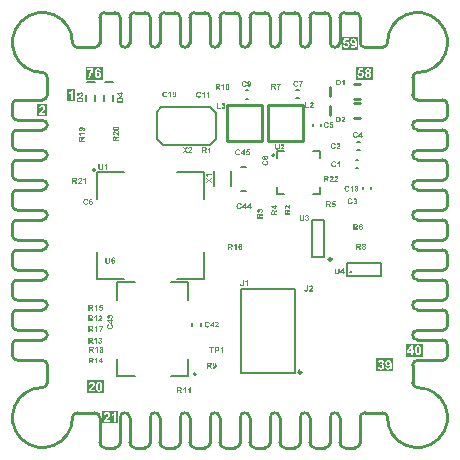
<source format=gto>
G04*
G04 #@! TF.GenerationSoftware,Altium Limited,Altium Designer,23.0.1 (38)*
G04*
G04 Layer_Color=15132400*
%FSLAX25Y25*%
%MOIN*%
G70*
G04*
G04 #@! TF.SameCoordinates,25558F71-17A0-4451-AE4F-E46AD001AD8B*
G04*
G04*
G04 #@! TF.FilePolarity,Positive*
G04*
G01*
G75*
%ADD10C,0.01000*%
%ADD11C,0.00984*%
%ADD12C,0.00787*%
%ADD13C,0.00800*%
%ADD14C,0.00591*%
%ADD15C,0.00500*%
%ADD16C,0.00700*%
%ADD17C,0.00551*%
G36*
X115270Y132641D02*
X109700D01*
Y136913D01*
X115270D01*
Y132641D01*
D02*
G37*
G36*
X120077Y122641D02*
X114500D01*
Y126913D01*
X120077D01*
Y122641D01*
D02*
G37*
G36*
X136771Y30341D02*
X131100D01*
Y34613D01*
X136771D01*
Y30341D01*
D02*
G37*
G36*
X126901Y25441D02*
X121300D01*
Y29713D01*
X126901D01*
Y25441D01*
D02*
G37*
G36*
X30026Y122641D02*
X24400D01*
Y126913D01*
X30026D01*
Y122641D01*
D02*
G37*
G36*
X35036Y8100D02*
X29900D01*
Y12313D01*
X35036D01*
Y8100D01*
D02*
G37*
G36*
X30443Y18141D02*
X24800D01*
Y22413D01*
X30443D01*
Y18141D01*
D02*
G37*
G36*
X11451Y110400D02*
X8300D01*
Y114613D01*
X11451D01*
Y110400D01*
D02*
G37*
G36*
X20705Y115400D02*
X18300D01*
Y119613D01*
X20705D01*
Y115400D01*
D02*
G37*
G36*
X108049Y90626D02*
X108074Y90623D01*
X108103Y90619D01*
X108136Y90614D01*
X108171Y90608D01*
X108209Y90599D01*
X108247Y90588D01*
X108287Y90575D01*
X108327Y90559D01*
X108364Y90539D01*
X108402Y90517D01*
X108440Y90492D01*
X108473Y90464D01*
X108475Y90461D01*
X108480Y90457D01*
X108489Y90446D01*
X108500Y90435D01*
X108513Y90419D01*
X108529Y90399D01*
X108544Y90377D01*
X108562Y90350D01*
X108578Y90324D01*
X108593Y90293D01*
X108609Y90259D01*
X108622Y90224D01*
X108633Y90184D01*
X108642Y90144D01*
X108646Y90102D01*
X108649Y90057D01*
Y90055D01*
Y90051D01*
Y90044D01*
Y90033D01*
X108646Y90022D01*
Y90006D01*
X108642Y89973D01*
X108635Y89931D01*
X108626Y89886D01*
X108615Y89840D01*
X108598Y89793D01*
Y89791D01*
X108595Y89789D01*
X108593Y89780D01*
X108589Y89771D01*
X108582Y89760D01*
X108575Y89746D01*
X108560Y89713D01*
X108538Y89675D01*
X108511Y89631D01*
X108478Y89582D01*
X108440Y89531D01*
X108435Y89527D01*
X108427Y89513D01*
X108407Y89493D01*
X108382Y89465D01*
X108364Y89447D01*
X108347Y89427D01*
X108325Y89407D01*
X108302Y89382D01*
X108276Y89358D01*
X108247Y89329D01*
X108216Y89300D01*
X108183Y89269D01*
X108180Y89267D01*
X108174Y89263D01*
X108165Y89254D01*
X108154Y89243D01*
X108138Y89229D01*
X108120Y89214D01*
X108083Y89178D01*
X108043Y89140D01*
X108005Y89103D01*
X107987Y89085D01*
X107972Y89069D01*
X107958Y89054D01*
X107947Y89043D01*
X107945Y89041D01*
X107938Y89034D01*
X107929Y89023D01*
X107918Y89009D01*
X107907Y88992D01*
X107894Y88974D01*
X107867Y88936D01*
X108649D01*
Y88572D01*
X107272D01*
Y88574D01*
X107274Y88581D01*
Y88592D01*
X107277Y88608D01*
X107281Y88625D01*
X107286Y88648D01*
X107290Y88672D01*
X107297Y88699D01*
X107314Y88759D01*
X107339Y88825D01*
X107368Y88894D01*
X107405Y88963D01*
X107408Y88965D01*
X107410Y88972D01*
X107419Y88983D01*
X107428Y88996D01*
X107441Y89014D01*
X107459Y89038D01*
X107479Y89063D01*
X107503Y89094D01*
X107530Y89127D01*
X107563Y89163D01*
X107599Y89205D01*
X107639Y89247D01*
X107683Y89294D01*
X107734Y89345D01*
X107787Y89398D01*
X107847Y89454D01*
X107850Y89456D01*
X107858Y89465D01*
X107872Y89478D01*
X107889Y89493D01*
X107912Y89513D01*
X107934Y89536D01*
X107960Y89562D01*
X107987Y89589D01*
X108045Y89644D01*
X108098Y89700D01*
X108120Y89724D01*
X108142Y89749D01*
X108160Y89771D01*
X108174Y89789D01*
Y89791D01*
X108178Y89793D01*
X108180Y89800D01*
X108187Y89809D01*
X108200Y89833D01*
X108216Y89864D01*
X108229Y89900D01*
X108242Y89940D01*
X108251Y89984D01*
X108256Y90029D01*
Y90031D01*
Y90035D01*
Y90042D01*
Y90051D01*
X108251Y90073D01*
X108247Y90104D01*
X108238Y90135D01*
X108227Y90168D01*
X108209Y90202D01*
X108185Y90231D01*
X108183Y90233D01*
X108171Y90242D01*
X108156Y90253D01*
X108134Y90266D01*
X108105Y90279D01*
X108071Y90290D01*
X108034Y90299D01*
X107989Y90302D01*
X107969D01*
X107947Y90297D01*
X107918Y90293D01*
X107887Y90284D01*
X107854Y90270D01*
X107821Y90250D01*
X107792Y90226D01*
X107790Y90222D01*
X107781Y90213D01*
X107770Y90195D01*
X107754Y90168D01*
X107741Y90135D01*
X107727Y90093D01*
X107716Y90042D01*
X107712Y90013D01*
X107710Y89982D01*
X107319Y90020D01*
Y90024D01*
X107321Y90033D01*
X107323Y90051D01*
X107328Y90073D01*
X107332Y90100D01*
X107339Y90131D01*
X107348Y90164D01*
X107359Y90199D01*
X107372Y90237D01*
X107388Y90275D01*
X107405Y90315D01*
X107425Y90353D01*
X107448Y90390D01*
X107474Y90426D01*
X107503Y90457D01*
X107536Y90486D01*
X107539Y90488D01*
X107545Y90492D01*
X107556Y90499D01*
X107570Y90508D01*
X107588Y90519D01*
X107610Y90530D01*
X107634Y90544D01*
X107663Y90557D01*
X107696Y90570D01*
X107730Y90583D01*
X107767Y90595D01*
X107809Y90606D01*
X107852Y90614D01*
X107898Y90621D01*
X107947Y90626D01*
X107998Y90628D01*
X108027D01*
X108049Y90626D01*
D02*
G37*
G36*
X106457D02*
X106482Y90623D01*
X106511Y90619D01*
X106544Y90614D01*
X106580Y90608D01*
X106617Y90599D01*
X106655Y90588D01*
X106695Y90575D01*
X106735Y90559D01*
X106773Y90539D01*
X106810Y90517D01*
X106848Y90492D01*
X106881Y90464D01*
X106884Y90461D01*
X106888Y90457D01*
X106897Y90446D01*
X106908Y90435D01*
X106922Y90419D01*
X106937Y90399D01*
X106953Y90377D01*
X106970Y90350D01*
X106986Y90324D01*
X107001Y90293D01*
X107017Y90259D01*
X107030Y90224D01*
X107041Y90184D01*
X107050Y90144D01*
X107055Y90102D01*
X107057Y90057D01*
Y90055D01*
Y90051D01*
Y90044D01*
Y90033D01*
X107055Y90022D01*
Y90006D01*
X107050Y89973D01*
X107044Y89931D01*
X107035Y89886D01*
X107024Y89840D01*
X107006Y89793D01*
Y89791D01*
X107004Y89789D01*
X107001Y89780D01*
X106997Y89771D01*
X106990Y89760D01*
X106984Y89746D01*
X106968Y89713D01*
X106946Y89675D01*
X106919Y89631D01*
X106886Y89582D01*
X106848Y89531D01*
X106844Y89527D01*
X106835Y89513D01*
X106815Y89493D01*
X106790Y89465D01*
X106773Y89447D01*
X106755Y89427D01*
X106733Y89407D01*
X106711Y89382D01*
X106684Y89358D01*
X106655Y89329D01*
X106624Y89300D01*
X106591Y89269D01*
X106588Y89267D01*
X106582Y89263D01*
X106573Y89254D01*
X106562Y89243D01*
X106546Y89229D01*
X106529Y89214D01*
X106491Y89178D01*
X106451Y89140D01*
X106413Y89103D01*
X106395Y89085D01*
X106380Y89069D01*
X106367Y89054D01*
X106355Y89043D01*
X106353Y89041D01*
X106346Y89034D01*
X106338Y89023D01*
X106326Y89009D01*
X106315Y88992D01*
X106302Y88974D01*
X106275Y88936D01*
X107057D01*
Y88572D01*
X105681D01*
Y88574D01*
X105683Y88581D01*
Y88592D01*
X105685Y88608D01*
X105689Y88625D01*
X105694Y88648D01*
X105698Y88672D01*
X105705Y88699D01*
X105723Y88759D01*
X105747Y88825D01*
X105776Y88894D01*
X105814Y88963D01*
X105816Y88965D01*
X105818Y88972D01*
X105827Y88983D01*
X105836Y88996D01*
X105849Y89014D01*
X105867Y89038D01*
X105887Y89063D01*
X105911Y89094D01*
X105938Y89127D01*
X105971Y89163D01*
X106007Y89205D01*
X106047Y89247D01*
X106091Y89294D01*
X106142Y89345D01*
X106196Y89398D01*
X106255Y89454D01*
X106258Y89456D01*
X106267Y89465D01*
X106280Y89478D01*
X106298Y89493D01*
X106320Y89513D01*
X106342Y89536D01*
X106369Y89562D01*
X106395Y89589D01*
X106453Y89644D01*
X106506Y89700D01*
X106529Y89724D01*
X106551Y89749D01*
X106569Y89771D01*
X106582Y89789D01*
Y89791D01*
X106586Y89793D01*
X106588Y89800D01*
X106595Y89809D01*
X106608Y89833D01*
X106624Y89864D01*
X106637Y89900D01*
X106651Y89940D01*
X106659Y89984D01*
X106664Y90029D01*
Y90031D01*
Y90035D01*
Y90042D01*
Y90051D01*
X106659Y90073D01*
X106655Y90104D01*
X106646Y90135D01*
X106635Y90168D01*
X106617Y90202D01*
X106593Y90231D01*
X106591Y90233D01*
X106580Y90242D01*
X106564Y90253D01*
X106542Y90266D01*
X106513Y90279D01*
X106480Y90290D01*
X106442Y90299D01*
X106398Y90302D01*
X106378D01*
X106355Y90297D01*
X106326Y90293D01*
X106296Y90284D01*
X106262Y90270D01*
X106229Y90250D01*
X106200Y90226D01*
X106198Y90222D01*
X106189Y90213D01*
X106178Y90195D01*
X106162Y90168D01*
X106149Y90135D01*
X106136Y90093D01*
X106124Y90042D01*
X106120Y90013D01*
X106118Y89982D01*
X105727Y90020D01*
Y90024D01*
X105729Y90033D01*
X105732Y90051D01*
X105736Y90073D01*
X105740Y90100D01*
X105747Y90131D01*
X105756Y90164D01*
X105767Y90199D01*
X105780Y90237D01*
X105796Y90275D01*
X105814Y90315D01*
X105834Y90353D01*
X105856Y90390D01*
X105883Y90426D01*
X105911Y90457D01*
X105945Y90486D01*
X105947Y90488D01*
X105954Y90492D01*
X105965Y90499D01*
X105978Y90508D01*
X105996Y90519D01*
X106018Y90530D01*
X106042Y90544D01*
X106071Y90557D01*
X106105Y90570D01*
X106138Y90583D01*
X106176Y90595D01*
X106218Y90606D01*
X106260Y90614D01*
X106307Y90621D01*
X106355Y90626D01*
X106406Y90628D01*
X106435D01*
X106457Y90626D01*
D02*
G37*
G36*
X104701Y90619D02*
X104733D01*
X104768Y90617D01*
X104804Y90614D01*
X104884Y90608D01*
X104961Y90597D01*
X104999Y90592D01*
X105037Y90583D01*
X105070Y90575D01*
X105099Y90566D01*
X105101D01*
X105105Y90563D01*
X105112Y90559D01*
X105123Y90555D01*
X105137Y90548D01*
X105150Y90541D01*
X105185Y90521D01*
X105223Y90492D01*
X105261Y90459D01*
X105301Y90417D01*
X105336Y90368D01*
Y90366D01*
X105341Y90361D01*
X105345Y90355D01*
X105350Y90344D01*
X105359Y90330D01*
X105365Y90315D01*
X105374Y90295D01*
X105383Y90275D01*
X105399Y90228D01*
X105414Y90173D01*
X105423Y90113D01*
X105427Y90046D01*
Y90044D01*
Y90035D01*
Y90024D01*
X105425Y90008D01*
X105423Y89988D01*
X105421Y89966D01*
X105416Y89940D01*
X105410Y89913D01*
X105394Y89851D01*
X105383Y89820D01*
X105370Y89789D01*
X105354Y89755D01*
X105336Y89724D01*
X105316Y89693D01*
X105292Y89664D01*
X105290Y89662D01*
X105285Y89658D01*
X105279Y89651D01*
X105268Y89640D01*
X105252Y89629D01*
X105234Y89615D01*
X105214Y89600D01*
X105190Y89584D01*
X105163Y89567D01*
X105134Y89551D01*
X105101Y89536D01*
X105063Y89520D01*
X105023Y89507D01*
X104981Y89493D01*
X104935Y89482D01*
X104886Y89473D01*
X104888D01*
X104892Y89469D01*
X104899Y89467D01*
X104908Y89460D01*
X104932Y89445D01*
X104964Y89422D01*
X104999Y89398D01*
X105037Y89369D01*
X105075Y89336D01*
X105108Y89302D01*
X105112Y89298D01*
X105117Y89291D01*
X105123Y89285D01*
X105132Y89274D01*
X105143Y89260D01*
X105157Y89245D01*
X105170Y89227D01*
X105185Y89205D01*
X105203Y89180D01*
X105223Y89154D01*
X105243Y89123D01*
X105265Y89089D01*
X105290Y89052D01*
X105316Y89014D01*
X105343Y88969D01*
X105594Y88572D01*
X105099D01*
X104799Y89018D01*
X104797Y89021D01*
X104792Y89030D01*
X104784Y89041D01*
X104772Y89056D01*
X104761Y89076D01*
X104746Y89096D01*
X104713Y89145D01*
X104675Y89196D01*
X104639Y89245D01*
X104622Y89267D01*
X104606Y89287D01*
X104593Y89305D01*
X104579Y89318D01*
X104577Y89320D01*
X104570Y89329D01*
X104557Y89338D01*
X104542Y89351D01*
X104524Y89367D01*
X104502Y89380D01*
X104480Y89394D01*
X104455Y89402D01*
X104453Y89405D01*
X104442Y89407D01*
X104426Y89411D01*
X104404Y89416D01*
X104375Y89420D01*
X104340Y89422D01*
X104297Y89427D01*
X104164D01*
Y88572D01*
X103751D01*
Y90621D01*
X104675D01*
X104701Y90619D01*
D02*
G37*
G36*
X77192Y54587D02*
Y54585D01*
Y54576D01*
Y54562D01*
Y54545D01*
X77190Y54525D01*
Y54500D01*
X77188Y54471D01*
X77185Y54443D01*
X77181Y54380D01*
X77172Y54316D01*
X77161Y54252D01*
X77154Y54223D01*
X77145Y54196D01*
Y54194D01*
X77143Y54187D01*
X77139Y54178D01*
X77134Y54167D01*
X77128Y54152D01*
X77119Y54134D01*
X77096Y54092D01*
X77065Y54047D01*
X77028Y53999D01*
X76983Y53952D01*
X76957Y53930D01*
X76928Y53908D01*
X76926Y53905D01*
X76921Y53903D01*
X76912Y53899D01*
X76899Y53892D01*
X76883Y53883D01*
X76863Y53874D01*
X76841Y53865D01*
X76817Y53854D01*
X76788Y53845D01*
X76757Y53834D01*
X76721Y53825D01*
X76686Y53819D01*
X76646Y53810D01*
X76604Y53805D01*
X76557Y53803D01*
X76511Y53801D01*
X76497D01*
X76482Y53803D01*
X76462D01*
X76435Y53805D01*
X76406Y53810D01*
X76375Y53814D01*
X76340Y53823D01*
X76302Y53832D01*
X76264Y53843D01*
X76226Y53856D01*
X76186Y53872D01*
X76149Y53892D01*
X76111Y53914D01*
X76078Y53941D01*
X76044Y53970D01*
X76042Y53972D01*
X76038Y53979D01*
X76029Y53987D01*
X76018Y54001D01*
X76007Y54018D01*
X75993Y54041D01*
X75978Y54067D01*
X75962Y54096D01*
X75947Y54129D01*
X75931Y54167D01*
X75918Y54207D01*
X75907Y54252D01*
X75896Y54300D01*
X75887Y54354D01*
X75882Y54409D01*
X75880Y54469D01*
X76271Y54514D01*
Y54511D01*
Y54507D01*
Y54496D01*
X76273Y54485D01*
Y54469D01*
X76275Y54454D01*
X76280Y54416D01*
X76286Y54374D01*
X76295Y54334D01*
X76306Y54294D01*
X76313Y54278D01*
X76322Y54263D01*
Y54260D01*
X76324Y54258D01*
X76335Y54245D01*
X76351Y54229D01*
X76373Y54209D01*
X76402Y54189D01*
X76437Y54172D01*
X76477Y54158D01*
X76502Y54156D01*
X76526Y54154D01*
X76539D01*
X76548Y54156D01*
X76573Y54158D01*
X76601Y54163D01*
X76635Y54174D01*
X76666Y54187D01*
X76697Y54205D01*
X76721Y54232D01*
X76724Y54236D01*
X76726Y54241D01*
X76730Y54247D01*
X76735Y54258D01*
X76739Y54269D01*
X76746Y54285D01*
X76750Y54303D01*
X76755Y54323D01*
X76761Y54347D01*
X76766Y54374D01*
X76770Y54405D01*
X76775Y54438D01*
X76777Y54476D01*
X76779Y54516D01*
Y54560D01*
Y55888D01*
X77192D01*
Y54587D01*
D02*
G37*
G36*
X78548Y53839D02*
X78155D01*
Y55315D01*
X78153Y55313D01*
X78147Y55306D01*
X78133Y55295D01*
X78118Y55282D01*
X78098Y55266D01*
X78071Y55246D01*
X78044Y55224D01*
X78011Y55202D01*
X77976Y55177D01*
X77938Y55153D01*
X77896Y55129D01*
X77851Y55104D01*
X77805Y55080D01*
X77754Y55058D01*
X77703Y55037D01*
X77649Y55018D01*
Y55375D01*
X77652D01*
X77656Y55377D01*
X77665Y55379D01*
X77676Y55384D01*
X77692Y55391D01*
X77707Y55397D01*
X77727Y55406D01*
X77749Y55417D01*
X77798Y55441D01*
X77854Y55475D01*
X77916Y55515D01*
X77982Y55564D01*
X77984Y55566D01*
X77991Y55570D01*
X78000Y55577D01*
X78011Y55588D01*
X78027Y55601D01*
X78042Y55619D01*
X78060Y55637D01*
X78080Y55659D01*
X78122Y55708D01*
X78162Y55763D01*
X78200Y55826D01*
X78215Y55859D01*
X78229Y55894D01*
X78548D01*
Y53839D01*
D02*
G37*
G36*
X97269Y76464D02*
Y76459D01*
Y76449D01*
Y76430D01*
Y76407D01*
Y76378D01*
X97267Y76347D01*
Y76312D01*
X97265Y76272D01*
X97260Y76193D01*
X97254Y76112D01*
X97250Y76073D01*
X97246Y76037D01*
X97242Y76004D01*
X97236Y75975D01*
Y75973D01*
X97233Y75969D01*
X97231Y75960D01*
X97229Y75952D01*
X97225Y75939D01*
X97221Y75925D01*
X97208Y75892D01*
X97194Y75852D01*
X97173Y75813D01*
X97148Y75773D01*
X97119Y75734D01*
Y75731D01*
X97115Y75729D01*
X97105Y75717D01*
X97086Y75700D01*
X97061Y75677D01*
X97027Y75652D01*
X96990Y75627D01*
X96944Y75600D01*
X96894Y75577D01*
X96892D01*
X96888Y75575D01*
X96880Y75571D01*
X96869Y75569D01*
X96855Y75565D01*
X96838Y75559D01*
X96817Y75555D01*
X96795Y75548D01*
X96770Y75542D01*
X96743Y75538D01*
X96711Y75534D01*
X96680Y75528D01*
X96645Y75525D01*
X96607Y75521D01*
X96568Y75519D01*
X96499D01*
X96481Y75521D01*
X96458D01*
X96433Y75523D01*
X96403Y75525D01*
X96372Y75528D01*
X96304Y75534D01*
X96235Y75546D01*
X96169Y75561D01*
X96137Y75571D01*
X96110Y75582D01*
X96108D01*
X96104Y75584D01*
X96096Y75588D01*
X96087Y75594D01*
X96075Y75600D01*
X96060Y75607D01*
X96029Y75627D01*
X95994Y75650D01*
X95956Y75677D01*
X95919Y75711D01*
X95886Y75746D01*
Y75748D01*
X95881Y75750D01*
X95877Y75756D01*
X95873Y75765D01*
X95859Y75783D01*
X95842Y75810D01*
X95823Y75844D01*
X95805Y75879D01*
X95790Y75919D01*
X95777Y75960D01*
Y75962D01*
X95775Y75969D01*
X95773Y75977D01*
X95771Y75991D01*
X95769Y76008D01*
X95765Y76029D01*
X95763Y76054D01*
X95759Y76083D01*
X95755Y76114D01*
X95753Y76152D01*
X95748Y76191D01*
X95746Y76235D01*
X95744Y76283D01*
X95742Y76333D01*
X95740Y76389D01*
Y76447D01*
Y77474D01*
X96127D01*
Y76432D01*
Y76430D01*
Y76422D01*
Y76410D01*
Y76393D01*
Y76372D01*
Y76349D01*
X96129Y76324D01*
Y76299D01*
Y76243D01*
X96133Y76191D01*
Y76166D01*
X96135Y76145D01*
X96137Y76127D01*
X96139Y76110D01*
Y76108D01*
X96141Y76106D01*
Y76100D01*
X96146Y76091D01*
X96152Y76068D01*
X96164Y76041D01*
X96179Y76012D01*
X96200Y75981D01*
X96227Y75950D01*
X96258Y75921D01*
X96260D01*
X96262Y75919D01*
X96268Y75915D01*
X96275Y75910D01*
X96295Y75898D01*
X96324Y75885D01*
X96362Y75873D01*
X96406Y75860D01*
X96456Y75852D01*
X96514Y75850D01*
X96530D01*
X96541Y75852D01*
X96555D01*
X96570Y75854D01*
X96607Y75858D01*
X96647Y75867D01*
X96688Y75879D01*
X96728Y75894D01*
X96763Y75917D01*
X96767Y75919D01*
X96776Y75929D01*
X96790Y75944D01*
X96807Y75962D01*
X96824Y75985D01*
X96840Y76014D01*
X96855Y76046D01*
X96863Y76081D01*
Y76083D01*
Y76085D01*
X96865Y76091D01*
Y76100D01*
X96867Y76112D01*
X96869Y76125D01*
X96872Y76141D01*
X96874Y76160D01*
Y76181D01*
X96876Y76206D01*
X96878Y76233D01*
X96880Y76262D01*
Y76295D01*
X96882Y76331D01*
Y76368D01*
Y76410D01*
Y77474D01*
X97269D01*
Y76464D01*
D02*
G37*
G36*
X98230Y77479D02*
X98248D01*
X98271Y77474D01*
X98298Y77472D01*
X98327Y77466D01*
X98359Y77460D01*
X98394Y77450D01*
X98429Y77439D01*
X98465Y77425D01*
X98500Y77408D01*
X98538Y77387D01*
X98573Y77364D01*
X98606Y77337D01*
X98637Y77306D01*
X98640Y77304D01*
X98644Y77300D01*
X98650Y77291D01*
X98658Y77281D01*
X98669Y77269D01*
X98681Y77252D01*
X98694Y77233D01*
X98706Y77212D01*
X98731Y77167D01*
X98754Y77113D01*
X98762Y77083D01*
X98769Y77052D01*
X98773Y77021D01*
X98775Y76988D01*
Y76986D01*
Y76977D01*
X98773Y76963D01*
X98771Y76946D01*
X98766Y76925D01*
X98760Y76900D01*
X98752Y76871D01*
X98739Y76842D01*
X98725Y76811D01*
X98708Y76778D01*
X98685Y76744D01*
X98658Y76711D01*
X98627Y76678D01*
X98590Y76645D01*
X98546Y76613D01*
X98498Y76584D01*
X98500D01*
X98506Y76582D01*
X98515Y76580D01*
X98525Y76576D01*
X98540Y76572D01*
X98556Y76565D01*
X98592Y76551D01*
X98635Y76530D01*
X98679Y76501D01*
X98721Y76468D01*
X98741Y76447D01*
X98760Y76424D01*
X98762Y76422D01*
X98764Y76418D01*
X98769Y76412D01*
X98777Y76403D01*
X98783Y76391D01*
X98791Y76376D01*
X98802Y76360D01*
X98810Y76341D01*
X98829Y76297D01*
X98845Y76247D01*
X98856Y76189D01*
X98858Y76158D01*
X98860Y76127D01*
Y76125D01*
Y76116D01*
X98858Y76102D01*
Y76085D01*
X98854Y76062D01*
X98850Y76037D01*
X98845Y76010D01*
X98837Y75979D01*
X98827Y75946D01*
X98814Y75910D01*
X98800Y75875D01*
X98781Y75840D01*
X98760Y75802D01*
X98735Y75767D01*
X98708Y75731D01*
X98675Y75696D01*
X98673Y75694D01*
X98667Y75688D01*
X98656Y75679D01*
X98642Y75669D01*
X98623Y75655D01*
X98602Y75640D01*
X98577Y75623D01*
X98548Y75609D01*
X98517Y75592D01*
X98481Y75575D01*
X98442Y75561D01*
X98402Y75546D01*
X98359Y75536D01*
X98313Y75528D01*
X98263Y75521D01*
X98213Y75519D01*
X98201D01*
X98188Y75521D01*
X98169D01*
X98149Y75523D01*
X98122Y75528D01*
X98093Y75532D01*
X98061Y75538D01*
X98028Y75546D01*
X97993Y75557D01*
X97957Y75567D01*
X97922Y75582D01*
X97885Y75600D01*
X97849Y75619D01*
X97814Y75642D01*
X97781Y75669D01*
X97778Y75671D01*
X97772Y75675D01*
X97764Y75684D01*
X97753Y75696D01*
X97741Y75711D01*
X97724Y75729D01*
X97710Y75750D01*
X97691Y75775D01*
X97674Y75802D01*
X97658Y75831D01*
X97641Y75862D01*
X97624Y75898D01*
X97612Y75935D01*
X97600Y75975D01*
X97589Y76019D01*
X97583Y76062D01*
X97939Y76106D01*
Y76104D01*
Y76100D01*
X97941Y76093D01*
X97943Y76083D01*
X97947Y76058D01*
X97957Y76029D01*
X97968Y75994D01*
X97984Y75960D01*
X98005Y75925D01*
X98030Y75896D01*
X98034Y75894D01*
X98043Y75885D01*
X98059Y75873D01*
X98080Y75860D01*
X98107Y75848D01*
X98138Y75835D01*
X98174Y75827D01*
X98211Y75825D01*
X98221D01*
X98230Y75827D01*
X98251Y75829D01*
X98278Y75835D01*
X98309Y75846D01*
X98340Y75860D01*
X98373Y75881D01*
X98405Y75910D01*
X98409Y75915D01*
X98417Y75927D01*
X98429Y75946D01*
X98444Y75973D01*
X98459Y76006D01*
X98471Y76046D01*
X98479Y76091D01*
X98484Y76143D01*
Y76145D01*
Y76149D01*
Y76156D01*
X98481Y76166D01*
Y76179D01*
X98479Y76191D01*
X98475Y76222D01*
X98465Y76258D01*
X98452Y76295D01*
X98434Y76331D01*
X98409Y76364D01*
X98405Y76368D01*
X98396Y76376D01*
X98379Y76391D01*
X98359Y76405D01*
X98332Y76420D01*
X98300Y76434D01*
X98265Y76443D01*
X98226Y76447D01*
X98213D01*
X98199Y76445D01*
X98178Y76443D01*
X98153Y76441D01*
X98126Y76434D01*
X98093Y76428D01*
X98057Y76418D01*
X98097Y76717D01*
X98122D01*
X98134Y76719D01*
X98149D01*
X98182Y76724D01*
X98219Y76730D01*
X98257Y76742D01*
X98292Y76759D01*
X98325Y76780D01*
X98330Y76784D01*
X98338Y76792D01*
X98350Y76807D01*
X98367Y76828D01*
X98382Y76855D01*
X98394Y76886D01*
X98402Y76921D01*
X98407Y76963D01*
Y76965D01*
Y76967D01*
Y76979D01*
X98405Y76996D01*
X98400Y77019D01*
X98392Y77042D01*
X98382Y77069D01*
X98367Y77094D01*
X98348Y77117D01*
X98346Y77119D01*
X98338Y77125D01*
X98325Y77135D01*
X98307Y77146D01*
X98284Y77156D01*
X98259Y77167D01*
X98228Y77173D01*
X98192Y77175D01*
X98176D01*
X98159Y77171D01*
X98136Y77167D01*
X98111Y77158D01*
X98084Y77148D01*
X98057Y77131D01*
X98030Y77108D01*
X98028Y77106D01*
X98020Y77096D01*
X98009Y77081D01*
X97995Y77061D01*
X97980Y77034D01*
X97968Y77002D01*
X97957Y76963D01*
X97949Y76919D01*
X97610Y76975D01*
Y76977D01*
X97612Y76984D01*
X97614Y76992D01*
X97616Y77004D01*
X97620Y77019D01*
X97624Y77036D01*
X97637Y77075D01*
X97651Y77121D01*
X97670Y77167D01*
X97691Y77212D01*
X97716Y77254D01*
Y77256D01*
X97720Y77258D01*
X97729Y77271D01*
X97745Y77291D01*
X97768Y77314D01*
X97795Y77341D01*
X97828Y77368D01*
X97868Y77395D01*
X97914Y77420D01*
X97916D01*
X97920Y77422D01*
X97926Y77427D01*
X97936Y77431D01*
X97949Y77435D01*
X97964Y77439D01*
X97980Y77445D01*
X97999Y77452D01*
X98040Y77462D01*
X98090Y77472D01*
X98145Y77479D01*
X98203Y77481D01*
X98215D01*
X98230Y77479D01*
D02*
G37*
G36*
X24488Y87872D02*
X24095D01*
Y89348D01*
X24092Y89346D01*
X24086Y89340D01*
X24073Y89328D01*
X24057Y89315D01*
X24037Y89300D01*
X24010Y89280D01*
X23984Y89257D01*
X23950Y89235D01*
X23915Y89211D01*
X23877Y89186D01*
X23835Y89162D01*
X23791Y89138D01*
X23744Y89113D01*
X23693Y89091D01*
X23642Y89071D01*
X23589Y89051D01*
Y89408D01*
X23591D01*
X23595Y89411D01*
X23604Y89413D01*
X23615Y89417D01*
X23631Y89424D01*
X23646Y89431D01*
X23666Y89439D01*
X23688Y89451D01*
X23737Y89475D01*
X23793Y89508D01*
X23855Y89548D01*
X23922Y89597D01*
X23924Y89599D01*
X23931Y89604D01*
X23939Y89610D01*
X23950Y89622D01*
X23966Y89635D01*
X23981Y89653D01*
X23999Y89670D01*
X24019Y89692D01*
X24061Y89741D01*
X24101Y89797D01*
X24139Y89859D01*
X24155Y89892D01*
X24168Y89928D01*
X24488D01*
Y87872D01*
D02*
G37*
G36*
X22618Y89926D02*
X22643Y89923D01*
X22672Y89919D01*
X22705Y89915D01*
X22741Y89908D01*
X22778Y89899D01*
X22816Y89888D01*
X22856Y89875D01*
X22896Y89859D01*
X22934Y89839D01*
X22971Y89817D01*
X23009Y89792D01*
X23043Y89764D01*
X23045Y89761D01*
X23049Y89757D01*
X23058Y89746D01*
X23069Y89735D01*
X23083Y89719D01*
X23098Y89699D01*
X23113Y89677D01*
X23131Y89650D01*
X23147Y89624D01*
X23162Y89593D01*
X23178Y89559D01*
X23191Y89524D01*
X23202Y89484D01*
X23211Y89444D01*
X23216Y89402D01*
X23218Y89357D01*
Y89355D01*
Y89351D01*
Y89344D01*
Y89333D01*
X23216Y89322D01*
Y89306D01*
X23211Y89273D01*
X23205Y89231D01*
X23196Y89186D01*
X23185Y89140D01*
X23167Y89093D01*
Y89091D01*
X23165Y89089D01*
X23162Y89080D01*
X23158Y89071D01*
X23151Y89060D01*
X23145Y89047D01*
X23129Y89013D01*
X23107Y88976D01*
X23080Y88931D01*
X23047Y88882D01*
X23009Y88831D01*
X23005Y88827D01*
X22996Y88813D01*
X22976Y88793D01*
X22952Y88765D01*
X22934Y88747D01*
X22916Y88727D01*
X22894Y88707D01*
X22872Y88682D01*
X22845Y88658D01*
X22816Y88629D01*
X22785Y88600D01*
X22752Y88569D01*
X22749Y88567D01*
X22743Y88563D01*
X22734Y88554D01*
X22723Y88543D01*
X22707Y88529D01*
X22690Y88514D01*
X22652Y88478D01*
X22612Y88441D01*
X22574Y88403D01*
X22556Y88385D01*
X22541Y88369D01*
X22527Y88354D01*
X22516Y88343D01*
X22514Y88341D01*
X22508Y88334D01*
X22499Y88323D01*
X22488Y88310D01*
X22476Y88292D01*
X22463Y88274D01*
X22436Y88236D01*
X23218D01*
Y87872D01*
X21842D01*
Y87874D01*
X21844Y87881D01*
Y87892D01*
X21846Y87908D01*
X21850Y87925D01*
X21855Y87948D01*
X21859Y87972D01*
X21866Y87999D01*
X21884Y88059D01*
X21908Y88125D01*
X21937Y88194D01*
X21975Y88263D01*
X21977Y88265D01*
X21979Y88272D01*
X21988Y88283D01*
X21997Y88296D01*
X22010Y88314D01*
X22028Y88338D01*
X22048Y88363D01*
X22072Y88394D01*
X22099Y88427D01*
X22132Y88463D01*
X22168Y88505D01*
X22208Y88547D01*
X22252Y88594D01*
X22303Y88645D01*
X22356Y88698D01*
X22416Y88753D01*
X22419Y88756D01*
X22427Y88765D01*
X22441Y88778D01*
X22459Y88793D01*
X22481Y88813D01*
X22503Y88836D01*
X22530Y88862D01*
X22556Y88889D01*
X22614Y88944D01*
X22667Y89000D01*
X22690Y89024D01*
X22712Y89049D01*
X22729Y89071D01*
X22743Y89089D01*
Y89091D01*
X22747Y89093D01*
X22749Y89100D01*
X22756Y89109D01*
X22769Y89133D01*
X22785Y89164D01*
X22798Y89200D01*
X22812Y89240D01*
X22820Y89284D01*
X22825Y89328D01*
Y89331D01*
Y89335D01*
Y89342D01*
Y89351D01*
X22820Y89373D01*
X22816Y89404D01*
X22807Y89435D01*
X22796Y89468D01*
X22778Y89502D01*
X22754Y89530D01*
X22752Y89533D01*
X22741Y89542D01*
X22725Y89553D01*
X22703Y89566D01*
X22674Y89579D01*
X22641Y89590D01*
X22603Y89599D01*
X22558Y89601D01*
X22539D01*
X22516Y89597D01*
X22488Y89593D01*
X22456Y89584D01*
X22423Y89570D01*
X22390Y89551D01*
X22361Y89526D01*
X22359Y89522D01*
X22350Y89513D01*
X22339Y89495D01*
X22323Y89468D01*
X22310Y89435D01*
X22297Y89393D01*
X22286Y89342D01*
X22281Y89313D01*
X22279Y89282D01*
X21888Y89320D01*
Y89324D01*
X21890Y89333D01*
X21892Y89351D01*
X21897Y89373D01*
X21901Y89399D01*
X21908Y89431D01*
X21917Y89464D01*
X21928Y89499D01*
X21941Y89537D01*
X21957Y89575D01*
X21975Y89615D01*
X21995Y89653D01*
X22017Y89690D01*
X22043Y89726D01*
X22072Y89757D01*
X22106Y89786D01*
X22108Y89788D01*
X22115Y89792D01*
X22126Y89799D01*
X22139Y89808D01*
X22157Y89819D01*
X22179Y89830D01*
X22203Y89843D01*
X22232Y89857D01*
X22265Y89870D01*
X22299Y89884D01*
X22336Y89895D01*
X22379Y89906D01*
X22421Y89915D01*
X22467Y89921D01*
X22516Y89926D01*
X22567Y89928D01*
X22596D01*
X22618Y89926D01*
D02*
G37*
G36*
X20863Y89919D02*
X20893D01*
X20929Y89917D01*
X20965Y89915D01*
X21045Y89908D01*
X21122Y89897D01*
X21160Y89892D01*
X21198Y89884D01*
X21231Y89875D01*
X21260Y89866D01*
X21262D01*
X21267Y89864D01*
X21273Y89859D01*
X21284Y89855D01*
X21298Y89848D01*
X21311Y89841D01*
X21346Y89821D01*
X21384Y89792D01*
X21422Y89759D01*
X21462Y89717D01*
X21497Y89668D01*
Y89666D01*
X21502Y89662D01*
X21506Y89655D01*
X21511Y89644D01*
X21520Y89630D01*
X21526Y89615D01*
X21535Y89595D01*
X21544Y89575D01*
X21560Y89528D01*
X21575Y89473D01*
X21584Y89413D01*
X21588Y89346D01*
Y89344D01*
Y89335D01*
Y89324D01*
X21586Y89309D01*
X21584Y89289D01*
X21582Y89266D01*
X21577Y89240D01*
X21571Y89213D01*
X21555Y89151D01*
X21544Y89120D01*
X21531Y89089D01*
X21515Y89055D01*
X21497Y89024D01*
X21477Y88993D01*
X21453Y88964D01*
X21451Y88962D01*
X21446Y88958D01*
X21440Y88951D01*
X21429Y88940D01*
X21413Y88929D01*
X21395Y88915D01*
X21375Y88900D01*
X21351Y88885D01*
X21324Y88867D01*
X21295Y88851D01*
X21262Y88836D01*
X21224Y88820D01*
X21184Y88807D01*
X21142Y88793D01*
X21096Y88782D01*
X21047Y88774D01*
X21049D01*
X21053Y88769D01*
X21060Y88767D01*
X21069Y88760D01*
X21093Y88745D01*
X21124Y88722D01*
X21160Y88698D01*
X21198Y88669D01*
X21235Y88636D01*
X21269Y88603D01*
X21273Y88598D01*
X21278Y88591D01*
X21284Y88585D01*
X21293Y88574D01*
X21304Y88560D01*
X21317Y88545D01*
X21331Y88527D01*
X21346Y88505D01*
X21364Y88480D01*
X21384Y88454D01*
X21404Y88423D01*
X21426Y88389D01*
X21451Y88352D01*
X21477Y88314D01*
X21504Y88270D01*
X21755Y87872D01*
X21260D01*
X20960Y88318D01*
X20958Y88321D01*
X20954Y88329D01*
X20945Y88341D01*
X20933Y88356D01*
X20922Y88376D01*
X20907Y88396D01*
X20874Y88445D01*
X20836Y88496D01*
X20800Y88545D01*
X20783Y88567D01*
X20767Y88587D01*
X20754Y88605D01*
X20740Y88618D01*
X20738Y88620D01*
X20731Y88629D01*
X20718Y88638D01*
X20703Y88651D01*
X20685Y88667D01*
X20663Y88680D01*
X20640Y88693D01*
X20616Y88702D01*
X20614Y88705D01*
X20603Y88707D01*
X20587Y88711D01*
X20565Y88716D01*
X20536Y88720D01*
X20501Y88722D01*
X20458Y88727D01*
X20325D01*
Y87872D01*
X19912D01*
Y89921D01*
X20836D01*
X20863Y89919D01*
D02*
G37*
G36*
X67377Y28345D02*
X67397Y28342D01*
X67423Y28340D01*
X67454Y28333D01*
X67490Y28327D01*
X67528Y28316D01*
X67568Y28305D01*
X67608Y28287D01*
X67652Y28269D01*
X67694Y28245D01*
X67736Y28218D01*
X67779Y28185D01*
X67821Y28147D01*
X67858Y28105D01*
X67861Y28102D01*
X67867Y28094D01*
X67876Y28078D01*
X67890Y28058D01*
X67905Y28032D01*
X67923Y27998D01*
X67941Y27960D01*
X67958Y27916D01*
X67976Y27863D01*
X67996Y27805D01*
X68012Y27741D01*
X68027Y27667D01*
X68041Y27590D01*
X68050Y27505D01*
X68056Y27412D01*
X68058Y27312D01*
Y27310D01*
Y27305D01*
Y27299D01*
Y27288D01*
Y27275D01*
X68056Y27259D01*
Y27241D01*
Y27221D01*
X68052Y27175D01*
X68047Y27121D01*
X68041Y27064D01*
X68032Y27001D01*
X68021Y26935D01*
X68007Y26868D01*
X67989Y26799D01*
X67970Y26733D01*
X67947Y26668D01*
X67918Y26608D01*
X67887Y26553D01*
X67850Y26502D01*
X67847Y26500D01*
X67841Y26491D01*
X67827Y26480D01*
X67812Y26464D01*
X67792Y26444D01*
X67765Y26424D01*
X67736Y26400D01*
X67703Y26378D01*
X67668Y26355D01*
X67625Y26331D01*
X67581Y26311D01*
X67532Y26293D01*
X67481Y26276D01*
X67428Y26264D01*
X67368Y26256D01*
X67308Y26253D01*
X67286D01*
X67268Y26256D01*
X67248Y26258D01*
X67224Y26260D01*
X67197Y26264D01*
X67170Y26269D01*
X67108Y26284D01*
X67075Y26295D01*
X67044Y26307D01*
X67010Y26322D01*
X66979Y26338D01*
X66948Y26358D01*
X66919Y26380D01*
X66917Y26382D01*
X66913Y26386D01*
X66906Y26393D01*
X66895Y26404D01*
X66884Y26417D01*
X66871Y26435D01*
X66857Y26453D01*
X66842Y26478D01*
X66826Y26502D01*
X66811Y26531D01*
X66793Y26562D01*
X66780Y26597D01*
X66764Y26635D01*
X66753Y26675D01*
X66742Y26719D01*
X66733Y26766D01*
X67113Y26808D01*
Y26806D01*
Y26804D01*
X67115Y26797D01*
Y26788D01*
X67119Y26768D01*
X67126Y26742D01*
X67135Y26715D01*
X67148Y26686D01*
X67164Y26660D01*
X67184Y26635D01*
X67186Y26633D01*
X67195Y26626D01*
X67208Y26617D01*
X67226Y26608D01*
X67248Y26597D01*
X67275Y26588D01*
X67304Y26582D01*
X67339Y26580D01*
X67350D01*
X67359Y26582D01*
X67381Y26586D01*
X67410Y26593D01*
X67441Y26606D01*
X67477Y26626D01*
X67492Y26640D01*
X67510Y26655D01*
X67528Y26671D01*
X67543Y26691D01*
Y26693D01*
X67548Y26695D01*
X67552Y26704D01*
X67557Y26713D01*
X67563Y26726D01*
X67572Y26744D01*
X67581Y26766D01*
X67590Y26790D01*
X67599Y26819D01*
X67608Y26853D01*
X67617Y26890D01*
X67625Y26933D01*
X67634Y26981D01*
X67641Y27033D01*
X67648Y27090D01*
X67652Y27155D01*
X67650Y27152D01*
X67645Y27148D01*
X67637Y27139D01*
X67625Y27128D01*
X67612Y27115D01*
X67594Y27101D01*
X67574Y27086D01*
X67550Y27070D01*
X67526Y27053D01*
X67497Y27037D01*
X67468Y27024D01*
X67435Y27010D01*
X67399Y26999D01*
X67361Y26990D01*
X67323Y26986D01*
X67281Y26984D01*
X67270D01*
X67259Y26986D01*
X67241D01*
X67221Y26990D01*
X67197Y26992D01*
X67168Y26999D01*
X67139Y27006D01*
X67108Y27017D01*
X67075Y27028D01*
X67039Y27044D01*
X67006Y27061D01*
X66970Y27084D01*
X66935Y27108D01*
X66900Y27135D01*
X66866Y27168D01*
X66864Y27170D01*
X66860Y27177D01*
X66851Y27188D01*
X66840Y27201D01*
X66826Y27221D01*
X66811Y27243D01*
X66795Y27270D01*
X66780Y27299D01*
X66762Y27332D01*
X66746Y27368D01*
X66731Y27408D01*
X66717Y27452D01*
X66706Y27499D01*
X66698Y27547D01*
X66693Y27599D01*
X66691Y27654D01*
Y27659D01*
Y27667D01*
X66693Y27685D01*
Y27705D01*
X66698Y27732D01*
X66700Y27763D01*
X66706Y27796D01*
X66713Y27834D01*
X66724Y27872D01*
X66735Y27914D01*
X66751Y27956D01*
X66768Y27996D01*
X66791Y28038D01*
X66815Y28080D01*
X66842Y28118D01*
X66875Y28156D01*
X66877Y28158D01*
X66884Y28165D01*
X66895Y28174D01*
X66908Y28185D01*
X66926Y28200D01*
X66948Y28216D01*
X66975Y28234D01*
X67004Y28251D01*
X67035Y28269D01*
X67070Y28287D01*
X67110Y28302D01*
X67150Y28318D01*
X67197Y28329D01*
X67244Y28338D01*
X67292Y28345D01*
X67346Y28347D01*
X67359D01*
X67377Y28345D01*
D02*
G37*
G36*
X65692Y28338D02*
X65723D01*
X65758Y28336D01*
X65794Y28333D01*
X65874Y28327D01*
X65952Y28316D01*
X65989Y28311D01*
X66027Y28302D01*
X66060Y28293D01*
X66089Y28285D01*
X66091D01*
X66096Y28282D01*
X66102Y28278D01*
X66114Y28273D01*
X66127Y28267D01*
X66140Y28260D01*
X66176Y28240D01*
X66214Y28211D01*
X66251Y28178D01*
X66291Y28136D01*
X66327Y28087D01*
Y28085D01*
X66331Y28080D01*
X66336Y28074D01*
X66340Y28063D01*
X66349Y28049D01*
X66356Y28034D01*
X66365Y28014D01*
X66373Y27994D01*
X66389Y27947D01*
X66404Y27892D01*
X66413Y27832D01*
X66418Y27765D01*
Y27763D01*
Y27754D01*
Y27743D01*
X66416Y27727D01*
X66413Y27707D01*
X66411Y27685D01*
X66407Y27659D01*
X66400Y27632D01*
X66385Y27570D01*
X66373Y27539D01*
X66360Y27508D01*
X66344Y27474D01*
X66327Y27443D01*
X66307Y27412D01*
X66282Y27383D01*
X66280Y27381D01*
X66276Y27377D01*
X66269Y27370D01*
X66258Y27359D01*
X66242Y27348D01*
X66225Y27334D01*
X66205Y27319D01*
X66180Y27303D01*
X66154Y27286D01*
X66125Y27270D01*
X66091Y27255D01*
X66054Y27239D01*
X66014Y27226D01*
X65971Y27212D01*
X65925Y27201D01*
X65876Y27192D01*
X65878D01*
X65883Y27188D01*
X65889Y27186D01*
X65898Y27179D01*
X65923Y27163D01*
X65954Y27141D01*
X65989Y27117D01*
X66027Y27088D01*
X66065Y27055D01*
X66098Y27021D01*
X66102Y27017D01*
X66107Y27010D01*
X66114Y27004D01*
X66123Y26992D01*
X66134Y26979D01*
X66147Y26964D01*
X66160Y26946D01*
X66176Y26924D01*
X66193Y26899D01*
X66214Y26873D01*
X66233Y26842D01*
X66256Y26808D01*
X66280Y26770D01*
X66307Y26733D01*
X66333Y26688D01*
X66584Y26291D01*
X66089D01*
X65790Y26737D01*
X65787Y26739D01*
X65783Y26748D01*
X65774Y26759D01*
X65763Y26775D01*
X65752Y26795D01*
X65736Y26815D01*
X65703Y26864D01*
X65665Y26915D01*
X65630Y26964D01*
X65612Y26986D01*
X65596Y27006D01*
X65583Y27024D01*
X65570Y27037D01*
X65567Y27039D01*
X65561Y27048D01*
X65548Y27057D01*
X65532Y27070D01*
X65514Y27086D01*
X65492Y27099D01*
X65470Y27112D01*
X65445Y27121D01*
X65443Y27123D01*
X65432Y27126D01*
X65417Y27130D01*
X65394Y27135D01*
X65365Y27139D01*
X65330Y27141D01*
X65288Y27146D01*
X65155D01*
Y26291D01*
X64742D01*
Y28340D01*
X65665D01*
X65692Y28338D01*
D02*
G37*
G36*
X33715Y63350D02*
X33732Y63347D01*
X33757Y63345D01*
X33784Y63341D01*
X33810Y63336D01*
X33872Y63319D01*
X33903Y63310D01*
X33937Y63296D01*
X33968Y63281D01*
X34001Y63263D01*
X34032Y63243D01*
X34061Y63219D01*
X34063Y63216D01*
X34068Y63212D01*
X34076Y63205D01*
X34085Y63194D01*
X34099Y63181D01*
X34112Y63163D01*
X34128Y63145D01*
X34143Y63121D01*
X34159Y63097D01*
X34176Y63068D01*
X34192Y63037D01*
X34207Y63003D01*
X34223Y62966D01*
X34236Y62926D01*
X34247Y62883D01*
X34256Y62837D01*
X33877Y62797D01*
Y62799D01*
Y62801D01*
X33874Y62817D01*
X33868Y62837D01*
X33861Y62861D01*
X33852Y62890D01*
X33839Y62917D01*
X33821Y62946D01*
X33801Y62968D01*
X33799Y62970D01*
X33790Y62977D01*
X33779Y62986D01*
X33761Y62997D01*
X33739Y63008D01*
X33712Y63017D01*
X33684Y63023D01*
X33650Y63025D01*
X33639D01*
X33630Y63023D01*
X33606Y63019D01*
X33577Y63012D01*
X33544Y62999D01*
X33508Y62979D01*
X33490Y62966D01*
X33473Y62950D01*
X33457Y62932D01*
X33439Y62912D01*
Y62910D01*
X33435Y62908D01*
X33430Y62899D01*
X33426Y62890D01*
X33419Y62877D01*
X33411Y62859D01*
X33404Y62837D01*
X33395Y62812D01*
X33386Y62783D01*
X33375Y62750D01*
X33366Y62713D01*
X33357Y62668D01*
X33351Y62621D01*
X33342Y62568D01*
X33335Y62511D01*
X33331Y62446D01*
X33333Y62448D01*
X33337Y62453D01*
X33346Y62462D01*
X33357Y62473D01*
X33373Y62486D01*
X33388Y62502D01*
X33408Y62517D01*
X33433Y62535D01*
X33457Y62550D01*
X33486Y62566D01*
X33515Y62581D01*
X33548Y62595D01*
X33582Y62606D01*
X33619Y62615D01*
X33657Y62619D01*
X33697Y62621D01*
X33708D01*
X33721Y62619D01*
X33739D01*
X33759Y62615D01*
X33784Y62613D01*
X33812Y62606D01*
X33841Y62597D01*
X33874Y62588D01*
X33908Y62575D01*
X33943Y62559D01*
X33979Y62542D01*
X34014Y62519D01*
X34050Y62495D01*
X34085Y62466D01*
X34119Y62433D01*
X34121Y62431D01*
X34125Y62424D01*
X34134Y62413D01*
X34145Y62400D01*
X34159Y62379D01*
X34174Y62357D01*
X34190Y62333D01*
X34207Y62302D01*
X34223Y62271D01*
X34239Y62233D01*
X34254Y62193D01*
X34267Y62151D01*
X34279Y62104D01*
X34287Y62058D01*
X34292Y62004D01*
X34294Y61951D01*
Y61947D01*
Y61938D01*
X34292Y61920D01*
Y61900D01*
X34287Y61873D01*
X34285Y61842D01*
X34279Y61807D01*
X34272Y61769D01*
X34261Y61731D01*
X34250Y61689D01*
X34234Y61647D01*
X34216Y61605D01*
X34194Y61565D01*
X34170Y61523D01*
X34141Y61485D01*
X34108Y61447D01*
X34105Y61445D01*
X34099Y61438D01*
X34090Y61429D01*
X34074Y61418D01*
X34056Y61403D01*
X34034Y61387D01*
X34008Y61369D01*
X33979Y61354D01*
X33948Y61336D01*
X33912Y61318D01*
X33872Y61303D01*
X33830Y61287D01*
X33786Y61276D01*
X33739Y61267D01*
X33688Y61261D01*
X33635Y61258D01*
X33621D01*
X33606Y61261D01*
X33584Y61263D01*
X33557Y61265D01*
X33526Y61272D01*
X33493Y61278D01*
X33455Y61290D01*
X33415Y61301D01*
X33373Y61316D01*
X33331Y61336D01*
X33288Y61361D01*
X33246Y61387D01*
X33204Y61418D01*
X33162Y61456D01*
X33124Y61498D01*
X33122Y61500D01*
X33115Y61509D01*
X33106Y61525D01*
X33093Y61545D01*
X33077Y61571D01*
X33062Y61605D01*
X33044Y61642D01*
X33026Y61687D01*
X33007Y61740D01*
X32989Y61798D01*
X32973Y61862D01*
X32958Y61933D01*
X32944Y62011D01*
X32935Y62098D01*
X32929Y62189D01*
X32926Y62288D01*
Y62291D01*
Y62295D01*
Y62302D01*
Y62313D01*
Y62326D01*
X32929Y62342D01*
Y62359D01*
Y62379D01*
X32933Y62426D01*
X32938Y62479D01*
X32944Y62539D01*
X32953Y62602D01*
X32964Y62668D01*
X32978Y62735D01*
X32993Y62804D01*
X33013Y62870D01*
X33037Y62934D01*
X33064Y62994D01*
X33097Y63050D01*
X33133Y63101D01*
X33135Y63103D01*
X33142Y63112D01*
X33155Y63123D01*
X33171Y63141D01*
X33191Y63159D01*
X33217Y63181D01*
X33246Y63203D01*
X33279Y63227D01*
X33315Y63250D01*
X33357Y63272D01*
X33402Y63294D01*
X33450Y63312D01*
X33501Y63330D01*
X33555Y63341D01*
X33615Y63350D01*
X33675Y63352D01*
X33697D01*
X33715Y63350D01*
D02*
G37*
G36*
X32576Y62266D02*
Y62262D01*
Y62251D01*
Y62231D01*
Y62206D01*
Y62175D01*
X32574Y62142D01*
Y62104D01*
X32571Y62062D01*
X32567Y61978D01*
X32560Y61891D01*
X32556Y61849D01*
X32551Y61811D01*
X32547Y61776D01*
X32540Y61745D01*
Y61742D01*
X32538Y61738D01*
X32536Y61729D01*
X32534Y61720D01*
X32529Y61707D01*
X32525Y61691D01*
X32511Y61656D01*
X32496Y61614D01*
X32474Y61571D01*
X32447Y61529D01*
X32416Y61487D01*
Y61485D01*
X32412Y61483D01*
X32400Y61469D01*
X32380Y61452D01*
X32354Y61427D01*
X32318Y61401D01*
X32278Y61374D01*
X32230Y61345D01*
X32176Y61321D01*
X32174D01*
X32169Y61318D01*
X32161Y61314D01*
X32149Y61312D01*
X32134Y61307D01*
X32116Y61301D01*
X32094Y61296D01*
X32070Y61290D01*
X32043Y61283D01*
X32014Y61278D01*
X31981Y61274D01*
X31947Y61267D01*
X31910Y61265D01*
X31870Y61261D01*
X31828Y61258D01*
X31754D01*
X31734Y61261D01*
X31710D01*
X31683Y61263D01*
X31652Y61265D01*
X31619Y61267D01*
X31546Y61274D01*
X31472Y61287D01*
X31401Y61303D01*
X31368Y61314D01*
X31339Y61325D01*
X31337D01*
X31333Y61327D01*
X31324Y61332D01*
X31315Y61338D01*
X31302Y61345D01*
X31286Y61352D01*
X31253Y61374D01*
X31215Y61398D01*
X31175Y61427D01*
X31135Y61463D01*
X31100Y61500D01*
Y61503D01*
X31095Y61505D01*
X31091Y61511D01*
X31086Y61520D01*
X31071Y61540D01*
X31053Y61569D01*
X31033Y61605D01*
X31013Y61642D01*
X30997Y61685D01*
X30984Y61729D01*
Y61731D01*
X30982Y61738D01*
X30980Y61747D01*
X30977Y61762D01*
X30975Y61780D01*
X30971Y61802D01*
X30968Y61829D01*
X30964Y61860D01*
X30960Y61893D01*
X30957Y61933D01*
X30953Y61976D01*
X30951Y62022D01*
X30948Y62073D01*
X30946Y62126D01*
X30944Y62186D01*
Y62248D01*
Y63345D01*
X31357D01*
Y62233D01*
Y62231D01*
Y62222D01*
Y62209D01*
Y62191D01*
Y62169D01*
Y62144D01*
X31359Y62117D01*
Y62091D01*
Y62031D01*
X31364Y61976D01*
Y61949D01*
X31366Y61927D01*
X31368Y61907D01*
X31370Y61889D01*
Y61887D01*
X31373Y61884D01*
Y61878D01*
X31377Y61869D01*
X31384Y61844D01*
X31397Y61816D01*
X31413Y61784D01*
X31435Y61751D01*
X31464Y61718D01*
X31497Y61687D01*
X31499D01*
X31501Y61685D01*
X31508Y61680D01*
X31515Y61676D01*
X31537Y61662D01*
X31568Y61649D01*
X31608Y61636D01*
X31655Y61623D01*
X31708Y61614D01*
X31770Y61611D01*
X31788D01*
X31799Y61614D01*
X31814D01*
X31830Y61616D01*
X31870Y61620D01*
X31912Y61629D01*
X31956Y61642D01*
X31999Y61658D01*
X32036Y61682D01*
X32041Y61685D01*
X32050Y61696D01*
X32065Y61711D01*
X32083Y61731D01*
X32101Y61756D01*
X32118Y61787D01*
X32134Y61820D01*
X32143Y61858D01*
Y61860D01*
Y61862D01*
X32145Y61869D01*
Y61878D01*
X32147Y61891D01*
X32149Y61904D01*
X32152Y61922D01*
X32154Y61942D01*
Y61964D01*
X32156Y61991D01*
X32158Y62020D01*
X32161Y62051D01*
Y62086D01*
X32163Y62124D01*
Y62164D01*
Y62209D01*
Y63345D01*
X32576D01*
Y62266D01*
D02*
G37*
G36*
X66528Y90724D02*
X65052D01*
X65054Y90722D01*
X65060Y90715D01*
X65071Y90702D01*
X65085Y90687D01*
X65100Y90667D01*
X65120Y90640D01*
X65143Y90613D01*
X65165Y90580D01*
X65189Y90545D01*
X65214Y90507D01*
X65238Y90465D01*
X65263Y90420D01*
X65287Y90374D01*
X65309Y90323D01*
X65329Y90272D01*
X65349Y90218D01*
X64992D01*
Y90220D01*
X64989Y90225D01*
X64987Y90234D01*
X64983Y90245D01*
X64976Y90260D01*
X64969Y90276D01*
X64960Y90296D01*
X64949Y90318D01*
X64925Y90367D01*
X64892Y90422D01*
X64852Y90485D01*
X64803Y90551D01*
X64801Y90553D01*
X64796Y90560D01*
X64790Y90569D01*
X64779Y90580D01*
X64765Y90596D01*
X64747Y90611D01*
X64730Y90629D01*
X64707Y90649D01*
X64659Y90691D01*
X64603Y90731D01*
X64541Y90769D01*
X64508Y90784D01*
X64472Y90798D01*
Y91117D01*
X66528D01*
Y90724D01*
D02*
G37*
G36*
Y89490D02*
X65833Y89035D01*
X66528Y88578D01*
Y88083D01*
X65462Y88793D01*
X64479Y88149D01*
Y88633D01*
X65094Y89037D01*
X64479Y89446D01*
Y89925D01*
X65460Y89281D01*
X66528Y89987D01*
Y89490D01*
D02*
G37*
G36*
X75178Y99458D02*
X75205Y99456D01*
X75236Y99453D01*
X75274Y99449D01*
X75316Y99442D01*
X75360Y99431D01*
X75407Y99420D01*
X75456Y99405D01*
X75507Y99387D01*
X75558Y99365D01*
X75609Y99340D01*
X75660Y99309D01*
X75707Y99276D01*
X75753Y99236D01*
X75755Y99234D01*
X75760Y99229D01*
X75766Y99222D01*
X75775Y99211D01*
X75789Y99198D01*
X75802Y99183D01*
X75815Y99163D01*
X75833Y99140D01*
X75849Y99114D01*
X75866Y99087D01*
X75884Y99056D01*
X75902Y99023D01*
X75917Y98985D01*
X75935Y98947D01*
X75951Y98905D01*
X75964Y98861D01*
X75556Y98763D01*
Y98765D01*
X75553Y98770D01*
X75551Y98778D01*
X75549Y98790D01*
X75545Y98803D01*
X75538Y98818D01*
X75522Y98854D01*
X75502Y98894D01*
X75476Y98936D01*
X75442Y98976D01*
X75402Y99014D01*
X75400Y99016D01*
X75398Y99018D01*
X75391Y99023D01*
X75382Y99029D01*
X75371Y99036D01*
X75358Y99043D01*
X75325Y99060D01*
X75283Y99078D01*
X75236Y99092D01*
X75183Y99103D01*
X75123Y99107D01*
X75100D01*
X75085Y99105D01*
X75065Y99103D01*
X75043Y99098D01*
X75018Y99094D01*
X74992Y99087D01*
X74963Y99078D01*
X74932Y99067D01*
X74901Y99054D01*
X74870Y99038D01*
X74839Y99018D01*
X74810Y98996D01*
X74779Y98972D01*
X74752Y98943D01*
X74750Y98941D01*
X74745Y98936D01*
X74739Y98925D01*
X74730Y98912D01*
X74719Y98894D01*
X74708Y98872D01*
X74694Y98845D01*
X74683Y98814D01*
X74670Y98781D01*
X74656Y98741D01*
X74645Y98699D01*
X74634Y98650D01*
X74625Y98597D01*
X74619Y98541D01*
X74614Y98479D01*
X74612Y98412D01*
Y98408D01*
Y98394D01*
Y98374D01*
X74614Y98350D01*
X74616Y98317D01*
X74619Y98281D01*
X74623Y98241D01*
X74630Y98197D01*
X74645Y98106D01*
X74656Y98062D01*
X74670Y98015D01*
X74685Y97970D01*
X74705Y97931D01*
X74725Y97893D01*
X74750Y97859D01*
X74752Y97857D01*
X74756Y97853D01*
X74765Y97844D01*
X74774Y97833D01*
X74790Y97822D01*
X74805Y97808D01*
X74825Y97793D01*
X74847Y97777D01*
X74872Y97762D01*
X74901Y97746D01*
X74929Y97733D01*
X74963Y97722D01*
X74996Y97711D01*
X75034Y97702D01*
X75074Y97697D01*
X75114Y97695D01*
X75129D01*
X75140Y97697D01*
X75156D01*
X75172Y97702D01*
X75212Y97708D01*
X75256Y97722D01*
X75302Y97739D01*
X75349Y97766D01*
X75374Y97782D01*
X75396Y97799D01*
X75398Y97802D01*
X75400Y97804D01*
X75407Y97811D01*
X75416Y97820D01*
X75425Y97831D01*
X75436Y97844D01*
X75449Y97862D01*
X75462Y97879D01*
X75476Y97902D01*
X75491Y97926D01*
X75504Y97953D01*
X75520Y97984D01*
X75533Y98015D01*
X75547Y98050D01*
X75558Y98090D01*
X75569Y98130D01*
X75971Y98006D01*
Y98001D01*
X75966Y97990D01*
X75962Y97975D01*
X75953Y97951D01*
X75942Y97924D01*
X75931Y97891D01*
X75915Y97855D01*
X75898Y97817D01*
X75877Y97777D01*
X75855Y97735D01*
X75829Y97693D01*
X75802Y97653D01*
X75771Y97611D01*
X75738Y97573D01*
X75702Y97537D01*
X75662Y97504D01*
X75660Y97502D01*
X75653Y97498D01*
X75640Y97489D01*
X75624Y97480D01*
X75602Y97466D01*
X75578Y97453D01*
X75549Y97438D01*
X75513Y97424D01*
X75478Y97409D01*
X75436Y97393D01*
X75391Y97380D01*
X75343Y97367D01*
X75291Y97358D01*
X75236Y97349D01*
X75178Y97344D01*
X75118Y97342D01*
X75100D01*
X75078Y97344D01*
X75049Y97347D01*
X75016Y97351D01*
X74976Y97358D01*
X74929Y97364D01*
X74881Y97378D01*
X74830Y97391D01*
X74774Y97411D01*
X74719Y97433D01*
X74663Y97460D01*
X74608Y97491D01*
X74552Y97529D01*
X74499Y97571D01*
X74448Y97620D01*
X74446Y97622D01*
X74437Y97633D01*
X74423Y97649D01*
X74408Y97671D01*
X74388Y97700D01*
X74366Y97733D01*
X74341Y97773D01*
X74317Y97820D01*
X74292Y97870D01*
X74268Y97928D01*
X74246Y97990D01*
X74226Y98059D01*
X74210Y98132D01*
X74197Y98210D01*
X74188Y98292D01*
X74186Y98381D01*
Y98383D01*
Y98388D01*
Y98394D01*
Y98403D01*
Y98417D01*
X74188Y98430D01*
X74190Y98466D01*
X74195Y98508D01*
X74199Y98559D01*
X74208Y98614D01*
X74219Y98672D01*
X74233Y98736D01*
X74250Y98801D01*
X74270Y98867D01*
X74297Y98934D01*
X74326Y98998D01*
X74361Y99060D01*
X74401Y99120D01*
X74448Y99176D01*
X74450Y99178D01*
X74461Y99189D01*
X74475Y99203D01*
X74497Y99220D01*
X74523Y99243D01*
X74554Y99267D01*
X74592Y99291D01*
X74634Y99318D01*
X74681Y99345D01*
X74734Y99371D01*
X74790Y99393D01*
X74852Y99416D01*
X74918Y99433D01*
X74989Y99449D01*
X75065Y99458D01*
X75143Y99460D01*
X75160D01*
X75178Y99458D01*
D02*
G37*
G36*
X79123Y99032D02*
X78379D01*
X78317Y98683D01*
X78320D01*
X78324Y98685D01*
X78331Y98690D01*
X78339Y98694D01*
X78353Y98699D01*
X78366Y98705D01*
X78399Y98716D01*
X78442Y98730D01*
X78486Y98738D01*
X78535Y98747D01*
X78586Y98750D01*
X78597D01*
X78610Y98747D01*
X78630D01*
X78653Y98743D01*
X78679Y98738D01*
X78708Y98734D01*
X78739Y98725D01*
X78775Y98716D01*
X78810Y98703D01*
X78846Y98687D01*
X78883Y98670D01*
X78921Y98647D01*
X78959Y98621D01*
X78994Y98592D01*
X79030Y98559D01*
X79032Y98557D01*
X79039Y98550D01*
X79048Y98539D01*
X79059Y98523D01*
X79072Y98505D01*
X79088Y98483D01*
X79105Y98457D01*
X79123Y98426D01*
X79139Y98392D01*
X79156Y98355D01*
X79172Y98312D01*
X79185Y98270D01*
X79196Y98221D01*
X79205Y98172D01*
X79212Y98119D01*
X79214Y98064D01*
Y98062D01*
Y98053D01*
Y98039D01*
X79212Y98022D01*
X79210Y97999D01*
X79205Y97973D01*
X79201Y97944D01*
X79196Y97913D01*
X79188Y97877D01*
X79179Y97842D01*
X79165Y97804D01*
X79152Y97766D01*
X79134Y97726D01*
X79114Y97689D01*
X79092Y97649D01*
X79065Y97611D01*
X79063Y97609D01*
X79057Y97600D01*
X79045Y97586D01*
X79028Y97569D01*
X79008Y97549D01*
X78983Y97524D01*
X78954Y97500D01*
X78921Y97475D01*
X78883Y97451D01*
X78841Y97426D01*
X78797Y97402D01*
X78748Y97382D01*
X78695Y97364D01*
X78637Y97351D01*
X78575Y97342D01*
X78510Y97340D01*
X78484D01*
X78464Y97342D01*
X78439Y97344D01*
X78411Y97349D01*
X78379Y97353D01*
X78346Y97360D01*
X78273Y97378D01*
X78233Y97389D01*
X78195Y97404D01*
X78155Y97422D01*
X78118Y97442D01*
X78082Y97464D01*
X78046Y97491D01*
X78044Y97493D01*
X78040Y97498D01*
X78031Y97506D01*
X78018Y97520D01*
X78004Y97535D01*
X77989Y97553D01*
X77971Y97575D01*
X77953Y97600D01*
X77935Y97628D01*
X77918Y97660D01*
X77900Y97693D01*
X77882Y97728D01*
X77867Y97768D01*
X77853Y97811D01*
X77844Y97855D01*
X77836Y97902D01*
X78226Y97944D01*
Y97942D01*
Y97937D01*
X78228Y97931D01*
X78231Y97922D01*
X78235Y97897D01*
X78244Y97868D01*
X78257Y97833D01*
X78275Y97799D01*
X78297Y97764D01*
X78324Y97733D01*
X78328Y97731D01*
X78339Y97722D01*
X78355Y97708D01*
X78379Y97695D01*
X78406Y97680D01*
X78439Y97668D01*
X78475Y97660D01*
X78515Y97655D01*
X78526D01*
X78535Y97657D01*
X78559Y97660D01*
X78588Y97668D01*
X78621Y97680D01*
X78655Y97697D01*
X78690Y97722D01*
X78708Y97737D01*
X78724Y97755D01*
Y97757D01*
X78728Y97759D01*
X78732Y97766D01*
X78737Y97773D01*
X78743Y97784D01*
X78750Y97797D01*
X78759Y97813D01*
X78768Y97831D01*
X78775Y97851D01*
X78784Y97873D01*
X78790Y97897D01*
X78797Y97924D01*
X78801Y97955D01*
X78806Y97986D01*
X78810Y98022D01*
Y98057D01*
Y98059D01*
Y98066D01*
Y98075D01*
X78808Y98088D01*
Y98104D01*
X78806Y98121D01*
X78799Y98164D01*
X78790Y98210D01*
X78775Y98257D01*
X78752Y98301D01*
X78724Y98341D01*
Y98343D01*
X78719Y98346D01*
X78708Y98357D01*
X78690Y98372D01*
X78664Y98390D01*
X78632Y98406D01*
X78595Y98421D01*
X78553Y98432D01*
X78528Y98437D01*
X78488D01*
X78475Y98434D01*
X78459Y98432D01*
X78444Y98428D01*
X78402Y98419D01*
X78355Y98401D01*
X78328Y98388D01*
X78304Y98374D01*
X78277Y98357D01*
X78251Y98337D01*
X78224Y98314D01*
X78200Y98288D01*
X77882Y98332D01*
X78084Y99400D01*
X79123D01*
Y99032D01*
D02*
G37*
G36*
X77387Y98135D02*
X77642D01*
Y97791D01*
X77387D01*
Y97378D01*
X77008D01*
Y97791D01*
X76170D01*
Y98132D01*
X77056Y99433D01*
X77387D01*
Y98135D01*
D02*
G37*
G36*
X75668Y81557D02*
X75695Y81555D01*
X75726Y81552D01*
X75764Y81548D01*
X75806Y81541D01*
X75850Y81530D01*
X75897Y81519D01*
X75946Y81503D01*
X75997Y81486D01*
X76048Y81463D01*
X76099Y81439D01*
X76150Y81408D01*
X76197Y81375D01*
X76243Y81335D01*
X76245Y81332D01*
X76250Y81328D01*
X76257Y81321D01*
X76265Y81310D01*
X76279Y81297D01*
X76292Y81281D01*
X76305Y81261D01*
X76323Y81239D01*
X76339Y81213D01*
X76356Y81186D01*
X76374Y81155D01*
X76392Y81122D01*
X76407Y81084D01*
X76425Y81046D01*
X76441Y81004D01*
X76454Y80959D01*
X76046Y80862D01*
Y80864D01*
X76043Y80869D01*
X76041Y80877D01*
X76039Y80888D01*
X76034Y80902D01*
X76028Y80917D01*
X76012Y80953D01*
X75992Y80993D01*
X75966Y81035D01*
X75932Y81075D01*
X75892Y81113D01*
X75890Y81115D01*
X75888Y81117D01*
X75881Y81122D01*
X75872Y81128D01*
X75861Y81135D01*
X75848Y81142D01*
X75815Y81159D01*
X75773Y81177D01*
X75726Y81190D01*
X75673Y81201D01*
X75613Y81206D01*
X75590D01*
X75575Y81204D01*
X75555Y81201D01*
X75533Y81197D01*
X75508Y81193D01*
X75482Y81186D01*
X75453Y81177D01*
X75422Y81166D01*
X75391Y81153D01*
X75360Y81137D01*
X75328Y81117D01*
X75300Y81095D01*
X75269Y81071D01*
X75242Y81042D01*
X75240Y81040D01*
X75235Y81035D01*
X75229Y81024D01*
X75220Y81011D01*
X75209Y80993D01*
X75198Y80971D01*
X75184Y80944D01*
X75173Y80913D01*
X75160Y80880D01*
X75147Y80840D01*
X75135Y80797D01*
X75124Y80749D01*
X75115Y80695D01*
X75109Y80640D01*
X75104Y80578D01*
X75102Y80511D01*
Y80507D01*
Y80493D01*
Y80473D01*
X75104Y80449D01*
X75107Y80416D01*
X75109Y80380D01*
X75113Y80340D01*
X75120Y80296D01*
X75135Y80205D01*
X75147Y80160D01*
X75160Y80114D01*
X75175Y80069D01*
X75195Y80029D01*
X75215Y79992D01*
X75240Y79958D01*
X75242Y79956D01*
X75246Y79952D01*
X75255Y79943D01*
X75264Y79932D01*
X75280Y79921D01*
X75295Y79907D01*
X75315Y79892D01*
X75337Y79876D01*
X75362Y79861D01*
X75391Y79845D01*
X75420Y79832D01*
X75453Y79821D01*
X75486Y79810D01*
X75524Y79801D01*
X75564Y79796D01*
X75604Y79794D01*
X75619D01*
X75630Y79796D01*
X75646D01*
X75661Y79801D01*
X75701Y79807D01*
X75746Y79821D01*
X75792Y79838D01*
X75839Y79865D01*
X75864Y79881D01*
X75886Y79898D01*
X75888Y79901D01*
X75890Y79903D01*
X75897Y79909D01*
X75906Y79918D01*
X75915Y79930D01*
X75926Y79943D01*
X75939Y79961D01*
X75952Y79978D01*
X75966Y80001D01*
X75981Y80025D01*
X75994Y80052D01*
X76010Y80083D01*
X76023Y80114D01*
X76037Y80149D01*
X76048Y80189D01*
X76059Y80229D01*
X76461Y80105D01*
Y80100D01*
X76456Y80089D01*
X76452Y80074D01*
X76443Y80049D01*
X76432Y80023D01*
X76421Y79989D01*
X76405Y79954D01*
X76388Y79916D01*
X76367Y79876D01*
X76345Y79834D01*
X76319Y79792D01*
X76292Y79752D01*
X76261Y79710D01*
X76228Y79672D01*
X76192Y79636D01*
X76152Y79603D01*
X76150Y79601D01*
X76143Y79597D01*
X76130Y79588D01*
X76114Y79579D01*
X76092Y79565D01*
X76068Y79552D01*
X76039Y79536D01*
X76003Y79523D01*
X75968Y79508D01*
X75926Y79492D01*
X75881Y79479D01*
X75832Y79466D01*
X75781Y79457D01*
X75726Y79448D01*
X75668Y79443D01*
X75608Y79441D01*
X75590D01*
X75568Y79443D01*
X75539Y79445D01*
X75506Y79450D01*
X75466Y79457D01*
X75420Y79463D01*
X75371Y79477D01*
X75320Y79490D01*
X75264Y79510D01*
X75209Y79532D01*
X75153Y79559D01*
X75098Y79590D01*
X75042Y79628D01*
X74989Y79670D01*
X74938Y79719D01*
X74936Y79721D01*
X74927Y79732D01*
X74913Y79747D01*
X74898Y79770D01*
X74878Y79799D01*
X74856Y79832D01*
X74831Y79872D01*
X74807Y79918D01*
X74782Y79969D01*
X74758Y80027D01*
X74736Y80089D01*
X74716Y80158D01*
X74700Y80231D01*
X74687Y80309D01*
X74678Y80391D01*
X74676Y80480D01*
Y80482D01*
Y80487D01*
Y80493D01*
Y80502D01*
Y80515D01*
X74678Y80529D01*
X74680Y80564D01*
X74685Y80607D01*
X74689Y80658D01*
X74698Y80713D01*
X74709Y80771D01*
X74722Y80835D01*
X74740Y80900D01*
X74760Y80966D01*
X74787Y81033D01*
X74816Y81097D01*
X74851Y81159D01*
X74891Y81219D01*
X74938Y81275D01*
X74940Y81277D01*
X74951Y81288D01*
X74964Y81301D01*
X74987Y81319D01*
X75013Y81341D01*
X75044Y81366D01*
X75082Y81390D01*
X75124Y81417D01*
X75171Y81444D01*
X75224Y81470D01*
X75280Y81492D01*
X75342Y81515D01*
X75409Y81532D01*
X75480Y81548D01*
X75555Y81557D01*
X75633Y81559D01*
X75650D01*
X75668Y81557D01*
D02*
G37*
G36*
X79469Y80234D02*
X79724D01*
Y79890D01*
X79469D01*
Y79477D01*
X79089D01*
Y79890D01*
X78252D01*
Y80231D01*
X79138Y81532D01*
X79469D01*
Y80234D01*
D02*
G37*
G36*
X77877D02*
X78132D01*
Y79890D01*
X77877D01*
Y79477D01*
X77498D01*
Y79890D01*
X76661D01*
Y80231D01*
X77546Y81532D01*
X77877D01*
Y80234D01*
D02*
G37*
G36*
X34557Y106948D02*
X34574D01*
X34597D01*
X34643Y106943D01*
X34699Y106939D01*
X34759Y106932D01*
X34823Y106925D01*
X34892Y106914D01*
X34961Y106901D01*
X35032Y106883D01*
X35100Y106865D01*
X35165Y106841D01*
X35229Y106814D01*
X35287Y106783D01*
X35338Y106748D01*
X35340Y106746D01*
X35347Y106741D01*
X35358Y106730D01*
X35371Y106717D01*
X35387Y106701D01*
X35405Y106679D01*
X35422Y106655D01*
X35442Y106628D01*
X35462Y106597D01*
X35480Y106561D01*
X35498Y106524D01*
X35513Y106481D01*
X35527Y106437D01*
X35538Y106388D01*
X35544Y106337D01*
X35547Y106284D01*
Y106271D01*
X35544Y106255D01*
X35542Y106235D01*
X35540Y106208D01*
X35536Y106179D01*
X35527Y106146D01*
X35518Y106111D01*
X35507Y106073D01*
X35491Y106035D01*
X35471Y105995D01*
X35451Y105955D01*
X35425Y105915D01*
X35394Y105875D01*
X35358Y105838D01*
X35318Y105802D01*
X35316Y105800D01*
X35307Y105795D01*
X35294Y105784D01*
X35274Y105773D01*
X35247Y105760D01*
X35214Y105744D01*
X35174Y105729D01*
X35129Y105711D01*
X35076Y105693D01*
X35016Y105678D01*
X34949Y105662D01*
X34874Y105649D01*
X34792Y105638D01*
X34701Y105629D01*
X34603Y105622D01*
X34497Y105620D01*
X34495D01*
X34490D01*
X34481D01*
X34472D01*
X34457D01*
X34441Y105622D01*
X34423D01*
X34403D01*
X34355Y105627D01*
X34301Y105631D01*
X34241Y105638D01*
X34177Y105644D01*
X34108Y105656D01*
X34039Y105669D01*
X33970Y105684D01*
X33902Y105704D01*
X33835Y105727D01*
X33773Y105753D01*
X33715Y105784D01*
X33664Y105820D01*
X33662Y105822D01*
X33655Y105829D01*
X33644Y105838D01*
X33631Y105851D01*
X33615Y105869D01*
X33598Y105889D01*
X33578Y105913D01*
X33558Y105940D01*
X33540Y105971D01*
X33520Y106006D01*
X33502Y106044D01*
X33487Y106086D01*
X33473Y106131D01*
X33462Y106179D01*
X33456Y106230D01*
X33453Y106284D01*
Y106297D01*
X33456Y106313D01*
Y106333D01*
X33460Y106357D01*
X33464Y106386D01*
X33471Y106419D01*
X33480Y106455D01*
X33491Y106490D01*
X33504Y106528D01*
X33522Y106568D01*
X33542Y106606D01*
X33566Y106643D01*
X33595Y106681D01*
X33629Y106717D01*
X33666Y106750D01*
X33669Y106752D01*
X33678Y106759D01*
X33693Y106768D01*
X33715Y106781D01*
X33742Y106797D01*
X33777Y106814D01*
X33817Y106832D01*
X33866Y106850D01*
X33920Y106868D01*
X33982Y106888D01*
X34051Y106903D01*
X34126Y106919D01*
X34208Y106932D01*
X34299Y106941D01*
X34397Y106948D01*
X34501Y106950D01*
X34503D01*
X34508D01*
X34517D01*
X34525D01*
X34541D01*
X34557Y106948D01*
D02*
G37*
G36*
X35509Y103979D02*
X35507D01*
X35500Y103982D01*
X35489D01*
X35473Y103984D01*
X35456Y103988D01*
X35434Y103993D01*
X35409Y103997D01*
X35383Y104004D01*
X35322Y104022D01*
X35256Y104046D01*
X35187Y104075D01*
X35118Y104113D01*
X35116Y104115D01*
X35109Y104117D01*
X35098Y104126D01*
X35085Y104135D01*
X35067Y104148D01*
X35043Y104166D01*
X35018Y104186D01*
X34987Y104210D01*
X34954Y104237D01*
X34918Y104270D01*
X34876Y104306D01*
X34834Y104346D01*
X34787Y104390D01*
X34736Y104441D01*
X34683Y104495D01*
X34628Y104554D01*
X34625Y104557D01*
X34617Y104566D01*
X34603Y104579D01*
X34588Y104597D01*
X34568Y104619D01*
X34545Y104641D01*
X34519Y104668D01*
X34492Y104694D01*
X34437Y104752D01*
X34381Y104805D01*
X34357Y104827D01*
X34332Y104850D01*
X34310Y104867D01*
X34292Y104881D01*
X34290D01*
X34288Y104885D01*
X34281Y104887D01*
X34272Y104894D01*
X34248Y104907D01*
X34217Y104923D01*
X34181Y104936D01*
X34141Y104949D01*
X34097Y104958D01*
X34053Y104963D01*
X34051D01*
X34046D01*
X34039D01*
X34031D01*
X34008Y104958D01*
X33977Y104954D01*
X33946Y104945D01*
X33913Y104934D01*
X33880Y104916D01*
X33851Y104892D01*
X33848Y104890D01*
X33840Y104878D01*
X33828Y104863D01*
X33815Y104841D01*
X33802Y104812D01*
X33791Y104779D01*
X33782Y104741D01*
X33780Y104697D01*
Y104676D01*
X33784Y104654D01*
X33788Y104625D01*
X33797Y104594D01*
X33811Y104561D01*
X33831Y104528D01*
X33855Y104499D01*
X33860Y104497D01*
X33868Y104488D01*
X33886Y104477D01*
X33913Y104461D01*
X33946Y104448D01*
X33988Y104435D01*
X34039Y104423D01*
X34068Y104419D01*
X34099Y104417D01*
X34062Y104026D01*
X34057D01*
X34048Y104028D01*
X34031Y104031D01*
X34008Y104035D01*
X33982Y104039D01*
X33950Y104046D01*
X33917Y104055D01*
X33882Y104066D01*
X33844Y104079D01*
X33806Y104095D01*
X33766Y104113D01*
X33729Y104133D01*
X33691Y104155D01*
X33655Y104181D01*
X33624Y104210D01*
X33595Y104244D01*
X33593Y104246D01*
X33589Y104253D01*
X33582Y104264D01*
X33573Y104277D01*
X33562Y104295D01*
X33551Y104317D01*
X33538Y104341D01*
X33524Y104370D01*
X33511Y104403D01*
X33498Y104437D01*
X33487Y104474D01*
X33476Y104517D01*
X33467Y104559D01*
X33460Y104605D01*
X33456Y104654D01*
X33453Y104705D01*
Y104734D01*
X33456Y104756D01*
X33458Y104781D01*
X33462Y104810D01*
X33467Y104843D01*
X33473Y104878D01*
X33482Y104916D01*
X33493Y104954D01*
X33507Y104994D01*
X33522Y105034D01*
X33542Y105072D01*
X33564Y105109D01*
X33589Y105147D01*
X33617Y105180D01*
X33620Y105183D01*
X33624Y105187D01*
X33635Y105196D01*
X33646Y105207D01*
X33662Y105220D01*
X33682Y105236D01*
X33704Y105252D01*
X33731Y105269D01*
X33757Y105285D01*
X33788Y105300D01*
X33822Y105316D01*
X33857Y105329D01*
X33897Y105340D01*
X33937Y105349D01*
X33979Y105354D01*
X34024Y105356D01*
X34026D01*
X34031D01*
X34037D01*
X34048D01*
X34059Y105354D01*
X34075D01*
X34108Y105349D01*
X34150Y105342D01*
X34195Y105334D01*
X34241Y105323D01*
X34288Y105305D01*
X34290D01*
X34292Y105303D01*
X34301Y105300D01*
X34310Y105296D01*
X34321Y105289D01*
X34335Y105282D01*
X34368Y105267D01*
X34406Y105245D01*
X34450Y105218D01*
X34499Y105185D01*
X34550Y105147D01*
X34554Y105143D01*
X34568Y105134D01*
X34588Y105114D01*
X34617Y105089D01*
X34634Y105072D01*
X34654Y105054D01*
X34674Y105032D01*
X34699Y105009D01*
X34723Y104983D01*
X34752Y104954D01*
X34781Y104923D01*
X34812Y104890D01*
X34814Y104887D01*
X34819Y104881D01*
X34827Y104872D01*
X34839Y104861D01*
X34852Y104845D01*
X34867Y104827D01*
X34903Y104790D01*
X34941Y104750D01*
X34978Y104712D01*
X34996Y104694D01*
X35012Y104679D01*
X35027Y104665D01*
X35038Y104654D01*
X35041Y104652D01*
X35047Y104645D01*
X35058Y104637D01*
X35072Y104625D01*
X35089Y104614D01*
X35107Y104601D01*
X35145Y104574D01*
Y105356D01*
X35509D01*
Y103979D01*
D02*
G37*
G36*
Y103398D02*
X35063Y103098D01*
X35061Y103096D01*
X35052Y103091D01*
X35041Y103083D01*
X35025Y103071D01*
X35005Y103060D01*
X34985Y103045D01*
X34936Y103012D01*
X34885Y102974D01*
X34836Y102938D01*
X34814Y102920D01*
X34794Y102905D01*
X34776Y102892D01*
X34763Y102878D01*
X34761Y102876D01*
X34752Y102869D01*
X34743Y102856D01*
X34730Y102841D01*
X34714Y102823D01*
X34701Y102801D01*
X34688Y102778D01*
X34679Y102754D01*
X34677Y102752D01*
X34674Y102741D01*
X34670Y102725D01*
X34665Y102703D01*
X34661Y102674D01*
X34659Y102638D01*
X34654Y102596D01*
Y102463D01*
X35509D01*
Y102050D01*
X33460D01*
Y102974D01*
X33462Y103000D01*
Y103032D01*
X33464Y103067D01*
X33467Y103103D01*
X33473Y103182D01*
X33484Y103260D01*
X33489Y103298D01*
X33498Y103336D01*
X33507Y103369D01*
X33515Y103398D01*
Y103400D01*
X33518Y103404D01*
X33522Y103411D01*
X33527Y103422D01*
X33533Y103436D01*
X33540Y103449D01*
X33560Y103484D01*
X33589Y103522D01*
X33622Y103560D01*
X33664Y103600D01*
X33713Y103635D01*
X33715D01*
X33720Y103640D01*
X33726Y103644D01*
X33737Y103649D01*
X33751Y103657D01*
X33766Y103664D01*
X33786Y103673D01*
X33806Y103682D01*
X33853Y103698D01*
X33908Y103713D01*
X33968Y103722D01*
X34035Y103726D01*
X34037D01*
X34046D01*
X34057D01*
X34073Y103724D01*
X34093Y103722D01*
X34115Y103720D01*
X34141Y103715D01*
X34168Y103709D01*
X34230Y103693D01*
X34261Y103682D01*
X34292Y103669D01*
X34326Y103653D01*
X34357Y103635D01*
X34388Y103615D01*
X34417Y103591D01*
X34419Y103589D01*
X34423Y103584D01*
X34430Y103578D01*
X34441Y103567D01*
X34452Y103551D01*
X34466Y103533D01*
X34481Y103513D01*
X34497Y103489D01*
X34514Y103462D01*
X34530Y103433D01*
X34545Y103400D01*
X34561Y103362D01*
X34574Y103322D01*
X34588Y103280D01*
X34599Y103234D01*
X34608Y103185D01*
Y103187D01*
X34612Y103191D01*
X34614Y103198D01*
X34621Y103207D01*
X34637Y103231D01*
X34659Y103262D01*
X34683Y103298D01*
X34712Y103336D01*
X34745Y103373D01*
X34779Y103407D01*
X34783Y103411D01*
X34790Y103416D01*
X34796Y103422D01*
X34808Y103431D01*
X34821Y103442D01*
X34836Y103455D01*
X34854Y103469D01*
X34876Y103484D01*
X34901Y103502D01*
X34927Y103522D01*
X34958Y103542D01*
X34992Y103564D01*
X35030Y103589D01*
X35067Y103615D01*
X35112Y103642D01*
X35509Y103893D01*
Y103398D01*
D02*
G37*
G36*
X23141Y106752D02*
X23159D01*
X23179D01*
X23225Y106748D01*
X23279Y106743D01*
X23336Y106736D01*
X23399Y106728D01*
X23465Y106717D01*
X23532Y106703D01*
X23601Y106685D01*
X23667Y106665D01*
X23732Y106643D01*
X23791Y106614D01*
X23847Y106583D01*
X23898Y106545D01*
X23900Y106543D01*
X23909Y106537D01*
X23920Y106523D01*
X23936Y106508D01*
X23956Y106488D01*
X23976Y106461D01*
X24000Y106432D01*
X24022Y106399D01*
X24045Y106363D01*
X24069Y106321D01*
X24089Y106277D01*
X24107Y106228D01*
X24125Y106177D01*
X24136Y106124D01*
X24145Y106064D01*
X24147Y106004D01*
Y105982D01*
X24145Y105964D01*
X24142Y105944D01*
X24140Y105920D01*
X24136Y105893D01*
X24131Y105866D01*
X24116Y105804D01*
X24105Y105771D01*
X24093Y105740D01*
X24078Y105706D01*
X24062Y105675D01*
X24042Y105644D01*
X24020Y105615D01*
X24018Y105613D01*
X24013Y105609D01*
X24007Y105602D01*
X23996Y105591D01*
X23982Y105580D01*
X23965Y105567D01*
X23947Y105553D01*
X23923Y105538D01*
X23898Y105522D01*
X23869Y105507D01*
X23838Y105489D01*
X23803Y105475D01*
X23765Y105460D01*
X23725Y105449D01*
X23681Y105438D01*
X23634Y105429D01*
X23592Y105808D01*
X23594D01*
X23596D01*
X23603Y105811D01*
X23612D01*
X23632Y105815D01*
X23658Y105822D01*
X23685Y105831D01*
X23714Y105844D01*
X23741Y105859D01*
X23765Y105879D01*
X23767Y105882D01*
X23774Y105891D01*
X23783Y105904D01*
X23791Y105922D01*
X23803Y105944D01*
X23811Y105971D01*
X23818Y105999D01*
X23820Y106035D01*
Y106046D01*
X23818Y106055D01*
X23814Y106077D01*
X23807Y106106D01*
X23794Y106137D01*
X23774Y106173D01*
X23761Y106188D01*
X23745Y106206D01*
X23729Y106224D01*
X23709Y106239D01*
X23707D01*
X23705Y106244D01*
X23696Y106248D01*
X23687Y106253D01*
X23674Y106259D01*
X23656Y106268D01*
X23634Y106277D01*
X23609Y106286D01*
X23581Y106295D01*
X23547Y106304D01*
X23510Y106312D01*
X23467Y106321D01*
X23419Y106330D01*
X23368Y106337D01*
X23310Y106343D01*
X23245Y106348D01*
X23248Y106346D01*
X23252Y106341D01*
X23261Y106332D01*
X23272Y106321D01*
X23285Y106308D01*
X23299Y106290D01*
X23314Y106270D01*
X23330Y106246D01*
X23347Y106221D01*
X23363Y106193D01*
X23376Y106164D01*
X23390Y106130D01*
X23401Y106095D01*
X23410Y106057D01*
X23414Y106019D01*
X23416Y105977D01*
Y105966D01*
X23414Y105955D01*
Y105937D01*
X23410Y105917D01*
X23407Y105893D01*
X23401Y105864D01*
X23394Y105835D01*
X23383Y105804D01*
X23372Y105771D01*
X23356Y105735D01*
X23339Y105702D01*
X23316Y105666D01*
X23292Y105631D01*
X23265Y105595D01*
X23232Y105562D01*
X23230Y105560D01*
X23223Y105555D01*
X23212Y105546D01*
X23199Y105535D01*
X23179Y105522D01*
X23157Y105507D01*
X23130Y105491D01*
X23101Y105475D01*
X23068Y105458D01*
X23032Y105442D01*
X22992Y105427D01*
X22948Y105413D01*
X22901Y105402D01*
X22852Y105393D01*
X22801Y105389D01*
X22746Y105387D01*
X22741D01*
X22733D01*
X22715Y105389D01*
X22695D01*
X22668Y105393D01*
X22637Y105396D01*
X22604Y105402D01*
X22566Y105409D01*
X22528Y105420D01*
X22486Y105431D01*
X22444Y105447D01*
X22404Y105464D01*
X22362Y105487D01*
X22320Y105511D01*
X22282Y105538D01*
X22244Y105571D01*
X22242Y105573D01*
X22235Y105580D01*
X22226Y105591D01*
X22215Y105604D01*
X22200Y105622D01*
X22184Y105644D01*
X22166Y105671D01*
X22149Y105700D01*
X22131Y105731D01*
X22113Y105766D01*
X22098Y105806D01*
X22082Y105846D01*
X22071Y105893D01*
X22062Y105939D01*
X22055Y105988D01*
X22053Y106042D01*
Y106055D01*
X22055Y106073D01*
X22058Y106093D01*
X22060Y106119D01*
X22067Y106150D01*
X22073Y106186D01*
X22084Y106224D01*
X22095Y106264D01*
X22113Y106304D01*
X22131Y106348D01*
X22155Y106390D01*
X22182Y106432D01*
X22215Y106474D01*
X22253Y106517D01*
X22295Y106554D01*
X22298Y106557D01*
X22306Y106563D01*
X22322Y106572D01*
X22342Y106586D01*
X22368Y106601D01*
X22402Y106619D01*
X22440Y106637D01*
X22484Y106654D01*
X22537Y106672D01*
X22595Y106692D01*
X22659Y106708D01*
X22733Y106723D01*
X22810Y106736D01*
X22895Y106745D01*
X22988Y106752D01*
X23088Y106754D01*
X23090D01*
X23095D01*
X23101D01*
X23112D01*
X23125D01*
X23141Y106752D01*
D02*
G37*
G36*
X24109Y104437D02*
X22633D01*
X22635Y104434D01*
X22642Y104428D01*
X22653Y104414D01*
X22666Y104399D01*
X22682Y104379D01*
X22702Y104352D01*
X22724Y104325D01*
X22746Y104292D01*
X22770Y104257D01*
X22795Y104219D01*
X22819Y104177D01*
X22844Y104132D01*
X22868Y104086D01*
X22890Y104035D01*
X22910Y103984D01*
X22930Y103930D01*
X22573D01*
Y103933D01*
X22570Y103937D01*
X22568Y103946D01*
X22564Y103957D01*
X22557Y103973D01*
X22551Y103988D01*
X22542Y104008D01*
X22531Y104030D01*
X22506Y104079D01*
X22473Y104135D01*
X22433Y104197D01*
X22384Y104263D01*
X22382Y104266D01*
X22377Y104272D01*
X22371Y104281D01*
X22360Y104292D01*
X22346Y104308D01*
X22329Y104323D01*
X22311Y104341D01*
X22289Y104361D01*
X22240Y104403D01*
X22184Y104443D01*
X22122Y104481D01*
X22089Y104497D01*
X22053Y104510D01*
Y104830D01*
X24109D01*
Y104437D01*
D02*
G37*
G36*
Y103193D02*
X23663Y102894D01*
X23661Y102891D01*
X23652Y102887D01*
X23641Y102878D01*
X23625Y102867D01*
X23605Y102856D01*
X23585Y102840D01*
X23536Y102807D01*
X23485Y102769D01*
X23436Y102734D01*
X23414Y102716D01*
X23394Y102700D01*
X23376Y102687D01*
X23363Y102674D01*
X23361Y102672D01*
X23352Y102665D01*
X23343Y102652D01*
X23330Y102636D01*
X23314Y102618D01*
X23301Y102596D01*
X23288Y102574D01*
X23279Y102550D01*
X23277Y102547D01*
X23274Y102536D01*
X23270Y102521D01*
X23265Y102498D01*
X23261Y102470D01*
X23259Y102434D01*
X23254Y102392D01*
Y102259D01*
X24109D01*
Y101846D01*
X22060D01*
Y102769D01*
X22062Y102796D01*
Y102827D01*
X22064Y102863D01*
X22067Y102898D01*
X22073Y102978D01*
X22084Y103056D01*
X22089Y103093D01*
X22098Y103131D01*
X22106Y103165D01*
X22115Y103193D01*
Y103196D01*
X22118Y103200D01*
X22122Y103207D01*
X22127Y103218D01*
X22133Y103231D01*
X22140Y103244D01*
X22160Y103280D01*
X22189Y103318D01*
X22222Y103355D01*
X22264Y103395D01*
X22313Y103431D01*
X22315D01*
X22320Y103435D01*
X22326Y103440D01*
X22337Y103444D01*
X22351Y103453D01*
X22366Y103460D01*
X22386Y103469D01*
X22406Y103478D01*
X22453Y103493D01*
X22508Y103509D01*
X22568Y103517D01*
X22635Y103522D01*
X22637D01*
X22646D01*
X22657D01*
X22673Y103520D01*
X22693Y103517D01*
X22715Y103515D01*
X22741Y103511D01*
X22768Y103504D01*
X22830Y103489D01*
X22861Y103478D01*
X22892Y103464D01*
X22926Y103449D01*
X22957Y103431D01*
X22988Y103411D01*
X23017Y103386D01*
X23019Y103384D01*
X23023Y103380D01*
X23030Y103373D01*
X23041Y103362D01*
X23052Y103347D01*
X23066Y103329D01*
X23081Y103309D01*
X23097Y103284D01*
X23114Y103258D01*
X23130Y103229D01*
X23145Y103196D01*
X23161Y103158D01*
X23174Y103118D01*
X23188Y103076D01*
X23199Y103029D01*
X23208Y102980D01*
Y102982D01*
X23212Y102987D01*
X23214Y102994D01*
X23221Y103002D01*
X23236Y103027D01*
X23259Y103058D01*
X23283Y103093D01*
X23312Y103131D01*
X23345Y103169D01*
X23379Y103202D01*
X23383Y103207D01*
X23390Y103211D01*
X23396Y103218D01*
X23407Y103227D01*
X23421Y103238D01*
X23436Y103251D01*
X23454Y103264D01*
X23476Y103280D01*
X23501Y103298D01*
X23527Y103318D01*
X23558Y103338D01*
X23592Y103360D01*
X23629Y103384D01*
X23667Y103411D01*
X23712Y103437D01*
X24109Y103688D01*
Y103193D01*
D02*
G37*
G36*
X36415Y118136D02*
X36828D01*
Y117757D01*
X36415D01*
Y116920D01*
X36073D01*
X34772Y117806D01*
Y118136D01*
X36071D01*
Y118392D01*
X36415D01*
Y118136D01*
D02*
G37*
G36*
X35889Y116722D02*
X35913D01*
X35942Y116720D01*
X35973Y116716D01*
X36042Y116709D01*
X36115Y116698D01*
X36189Y116682D01*
X36259Y116660D01*
X36262D01*
X36268Y116656D01*
X36282Y116651D01*
X36297Y116647D01*
X36315Y116638D01*
X36337Y116629D01*
X36362Y116618D01*
X36388Y116604D01*
X36446Y116574D01*
X36506Y116536D01*
X36566Y116491D01*
X36621Y116440D01*
X36624Y116438D01*
X36626Y116436D01*
X36632Y116429D01*
X36639Y116420D01*
X36648Y116409D01*
X36659Y116398D01*
X36670Y116383D01*
X36681Y116365D01*
X36708Y116323D01*
X36735Y116274D01*
X36761Y116216D01*
X36786Y116152D01*
Y116149D01*
X36788Y116145D01*
X36790Y116138D01*
X36792Y116127D01*
X36794Y116114D01*
X36799Y116096D01*
X36803Y116076D01*
X36806Y116054D01*
X36810Y116030D01*
X36814Y116003D01*
X36819Y115972D01*
X36821Y115938D01*
X36823Y115905D01*
X36826Y115867D01*
X36828Y115828D01*
Y115008D01*
X34779D01*
Y115805D01*
X34781Y115828D01*
Y115879D01*
X34783Y115908D01*
X34788Y115970D01*
X34797Y116034D01*
X34805Y116096D01*
X34812Y116125D01*
X34819Y116152D01*
Y116154D01*
X34821Y116161D01*
X34825Y116169D01*
X34830Y116183D01*
X34834Y116198D01*
X34843Y116216D01*
X34863Y116258D01*
X34888Y116307D01*
X34921Y116358D01*
X34961Y116409D01*
X35007Y116460D01*
X35010Y116463D01*
X35014Y116467D01*
X35021Y116474D01*
X35032Y116482D01*
X35045Y116491D01*
X35061Y116505D01*
X35078Y116518D01*
X35101Y116534D01*
X35123Y116549D01*
X35147Y116565D01*
X35205Y116598D01*
X35269Y116629D01*
X35340Y116656D01*
X35343D01*
X35349Y116658D01*
X35360Y116662D01*
X35376Y116667D01*
X35394Y116671D01*
X35418Y116678D01*
X35445Y116684D01*
X35474Y116691D01*
X35507Y116696D01*
X35545Y116702D01*
X35585Y116709D01*
X35627Y116713D01*
X35673Y116718D01*
X35720Y116722D01*
X35771Y116724D01*
X35824D01*
X35827D01*
X35835D01*
X35849D01*
X35867D01*
X35889Y116722D01*
D02*
G37*
G36*
X22925Y118362D02*
X22943D01*
X22967Y118357D01*
X22994Y118353D01*
X23023Y118348D01*
X23056Y118340D01*
X23092Y118328D01*
X23129Y118315D01*
X23167Y118299D01*
X23205Y118280D01*
X23245Y118257D01*
X23283Y118231D01*
X23320Y118202D01*
X23358Y118166D01*
X23360Y118164D01*
X23367Y118157D01*
X23376Y118146D01*
X23387Y118131D01*
X23402Y118111D01*
X23418Y118089D01*
X23436Y118062D01*
X23451Y118031D01*
X23469Y117998D01*
X23487Y117960D01*
X23502Y117918D01*
X23518Y117876D01*
X23529Y117829D01*
X23538Y117780D01*
X23544Y117727D01*
X23547Y117674D01*
Y117660D01*
X23544Y117647D01*
Y117627D01*
X23542Y117605D01*
X23538Y117576D01*
X23533Y117545D01*
X23527Y117511D01*
X23518Y117476D01*
X23507Y117438D01*
X23496Y117400D01*
X23480Y117363D01*
X23460Y117323D01*
X23440Y117285D01*
X23416Y117247D01*
X23387Y117212D01*
X23385Y117209D01*
X23380Y117203D01*
X23371Y117194D01*
X23358Y117183D01*
X23343Y117169D01*
X23323Y117152D01*
X23300Y117136D01*
X23274Y117116D01*
X23245Y117098D01*
X23214Y117081D01*
X23180Y117063D01*
X23143Y117045D01*
X23103Y117032D01*
X23061Y117019D01*
X23014Y117008D01*
X22967Y117001D01*
X22921Y117380D01*
X22923D01*
X22927D01*
X22934Y117383D01*
X22945Y117385D01*
X22972Y117389D01*
X23003Y117400D01*
X23041Y117411D01*
X23076Y117429D01*
X23114Y117452D01*
X23145Y117478D01*
X23147Y117482D01*
X23156Y117491D01*
X23169Y117509D01*
X23183Y117531D01*
X23196Y117560D01*
X23209Y117594D01*
X23218Y117631D01*
X23220Y117671D01*
Y117682D01*
X23218Y117691D01*
X23216Y117713D01*
X23209Y117742D01*
X23198Y117776D01*
X23183Y117809D01*
X23160Y117844D01*
X23129Y117878D01*
X23125Y117882D01*
X23112Y117891D01*
X23092Y117904D01*
X23063Y117920D01*
X23027Y117935D01*
X22985Y117949D01*
X22936Y117958D01*
X22881Y117962D01*
X22878D01*
X22874D01*
X22867D01*
X22856Y117960D01*
X22843D01*
X22830Y117958D01*
X22796Y117953D01*
X22759Y117942D01*
X22719Y117929D01*
X22681Y117909D01*
X22645Y117882D01*
X22641Y117878D01*
X22632Y117869D01*
X22617Y117851D01*
X22601Y117829D01*
X22585Y117800D01*
X22570Y117767D01*
X22561Y117729D01*
X22557Y117687D01*
Y117674D01*
X22559Y117658D01*
X22561Y117636D01*
X22563Y117609D01*
X22570Y117580D01*
X22577Y117545D01*
X22588Y117507D01*
X22268Y117549D01*
Y117576D01*
X22266Y117589D01*
Y117605D01*
X22261Y117640D01*
X22255Y117680D01*
X22241Y117720D01*
X22224Y117758D01*
X22201Y117793D01*
X22197Y117798D01*
X22188Y117807D01*
X22173Y117820D01*
X22150Y117838D01*
X22121Y117853D01*
X22088Y117867D01*
X22050Y117876D01*
X22006Y117880D01*
X22004D01*
X22002D01*
X21988D01*
X21971Y117878D01*
X21946Y117873D01*
X21922Y117864D01*
X21893Y117853D01*
X21866Y117838D01*
X21842Y117818D01*
X21839Y117816D01*
X21833Y117807D01*
X21822Y117793D01*
X21811Y117773D01*
X21800Y117749D01*
X21789Y117722D01*
X21782Y117689D01*
X21780Y117651D01*
Y117633D01*
X21784Y117616D01*
X21789Y117591D01*
X21797Y117565D01*
X21809Y117536D01*
X21826Y117507D01*
X21851Y117478D01*
X21853Y117476D01*
X21864Y117467D01*
X21880Y117456D01*
X21902Y117440D01*
X21931Y117425D01*
X21964Y117411D01*
X22006Y117400D01*
X22053Y117392D01*
X21993Y117030D01*
X21991D01*
X21984Y117032D01*
X21975Y117034D01*
X21962Y117036D01*
X21946Y117041D01*
X21928Y117045D01*
X21886Y117059D01*
X21837Y117074D01*
X21789Y117094D01*
X21740Y117116D01*
X21695Y117143D01*
X21693D01*
X21691Y117147D01*
X21678Y117156D01*
X21655Y117174D01*
X21631Y117198D01*
X21602Y117227D01*
X21573Y117263D01*
X21544Y117305D01*
X21518Y117354D01*
Y117356D01*
X21515Y117360D01*
X21511Y117367D01*
X21507Y117378D01*
X21502Y117392D01*
X21498Y117407D01*
X21491Y117425D01*
X21484Y117445D01*
X21473Y117489D01*
X21462Y117543D01*
X21455Y117600D01*
X21453Y117662D01*
Y117676D01*
X21455Y117691D01*
Y117711D01*
X21460Y117736D01*
X21462Y117764D01*
X21469Y117796D01*
X21475Y117829D01*
X21487Y117867D01*
X21498Y117904D01*
X21513Y117942D01*
X21531Y117980D01*
X21553Y118020D01*
X21578Y118058D01*
X21607Y118093D01*
X21640Y118126D01*
X21642Y118129D01*
X21646Y118133D01*
X21655Y118140D01*
X21666Y118149D01*
X21680Y118160D01*
X21698Y118173D01*
X21717Y118186D01*
X21740Y118200D01*
X21789Y118226D01*
X21846Y118251D01*
X21877Y118260D01*
X21911Y118266D01*
X21944Y118271D01*
X21979Y118273D01*
X21982D01*
X21991D01*
X22006Y118271D01*
X22024Y118268D01*
X22046Y118264D01*
X22073Y118257D01*
X22104Y118248D01*
X22135Y118235D01*
X22168Y118220D01*
X22204Y118202D01*
X22239Y118177D01*
X22275Y118149D01*
X22310Y118115D01*
X22346Y118075D01*
X22379Y118029D01*
X22410Y117978D01*
Y117980D01*
X22412Y117987D01*
X22414Y117995D01*
X22419Y118007D01*
X22423Y118022D01*
X22430Y118040D01*
X22446Y118078D01*
X22468Y118124D01*
X22499Y118171D01*
X22534Y118215D01*
X22557Y118237D01*
X22581Y118257D01*
X22583Y118260D01*
X22588Y118262D01*
X22594Y118266D01*
X22603Y118275D01*
X22617Y118282D01*
X22632Y118291D01*
X22650Y118302D01*
X22670Y118311D01*
X22716Y118331D01*
X22770Y118348D01*
X22832Y118359D01*
X22865Y118362D01*
X22898Y118364D01*
X22901D01*
X22910D01*
X22925Y118362D01*
D02*
G37*
G36*
X22570Y116750D02*
X22594D01*
X22623Y116748D01*
X22654Y116743D01*
X22723Y116737D01*
X22796Y116726D01*
X22870Y116710D01*
X22941Y116688D01*
X22943D01*
X22950Y116683D01*
X22963Y116679D01*
X22978Y116674D01*
X22996Y116666D01*
X23018Y116657D01*
X23043Y116646D01*
X23069Y116632D01*
X23127Y116601D01*
X23187Y116563D01*
X23247Y116519D01*
X23302Y116468D01*
X23305Y116466D01*
X23307Y116464D01*
X23314Y116457D01*
X23320Y116448D01*
X23329Y116437D01*
X23340Y116426D01*
X23351Y116410D01*
X23362Y116393D01*
X23389Y116350D01*
X23416Y116302D01*
X23442Y116244D01*
X23467Y116179D01*
Y116177D01*
X23469Y116173D01*
X23471Y116166D01*
X23473Y116155D01*
X23476Y116142D01*
X23480Y116124D01*
X23485Y116104D01*
X23487Y116082D01*
X23491Y116057D01*
X23496Y116031D01*
X23500Y116000D01*
X23502Y115966D01*
X23505Y115933D01*
X23507Y115895D01*
X23509Y115855D01*
Y115036D01*
X21460D01*
Y115833D01*
X21462Y115855D01*
Y115906D01*
X21464Y115935D01*
X21469Y115997D01*
X21478Y116062D01*
X21487Y116124D01*
X21493Y116153D01*
X21500Y116179D01*
Y116182D01*
X21502Y116188D01*
X21507Y116197D01*
X21511Y116210D01*
X21515Y116226D01*
X21524Y116244D01*
X21544Y116286D01*
X21569Y116335D01*
X21602Y116386D01*
X21642Y116437D01*
X21689Y116488D01*
X21691Y116490D01*
X21695Y116495D01*
X21702Y116501D01*
X21713Y116510D01*
X21726Y116519D01*
X21742Y116532D01*
X21760Y116546D01*
X21782Y116561D01*
X21804Y116577D01*
X21828Y116592D01*
X21886Y116626D01*
X21951Y116657D01*
X22022Y116683D01*
X22024D01*
X22030Y116686D01*
X22042Y116690D01*
X22057Y116694D01*
X22075Y116699D01*
X22099Y116706D01*
X22126Y116712D01*
X22155Y116719D01*
X22188Y116723D01*
X22226Y116730D01*
X22266Y116737D01*
X22308Y116741D01*
X22355Y116745D01*
X22401Y116750D01*
X22452Y116752D01*
X22505D01*
X22508D01*
X22517D01*
X22530D01*
X22548D01*
X22570Y116750D01*
D02*
G37*
G36*
X98517Y52739D02*
Y52737D01*
Y52728D01*
Y52715D01*
Y52697D01*
X98515Y52677D01*
Y52653D01*
X98512Y52624D01*
X98510Y52595D01*
X98506Y52533D01*
X98497Y52468D01*
X98486Y52404D01*
X98479Y52375D01*
X98470Y52348D01*
Y52346D01*
X98468Y52340D01*
X98464Y52331D01*
X98459Y52320D01*
X98453Y52304D01*
X98444Y52286D01*
X98421Y52244D01*
X98390Y52200D01*
X98353Y52151D01*
X98308Y52104D01*
X98282Y52082D01*
X98253Y52060D01*
X98251Y52058D01*
X98246Y52055D01*
X98237Y52051D01*
X98224Y52044D01*
X98208Y52035D01*
X98188Y52026D01*
X98166Y52018D01*
X98142Y52007D01*
X98113Y51998D01*
X98082Y51987D01*
X98046Y51978D01*
X98011Y51971D01*
X97971Y51962D01*
X97929Y51958D01*
X97882Y51955D01*
X97835Y51953D01*
X97822D01*
X97806Y51955D01*
X97786D01*
X97760Y51958D01*
X97731Y51962D01*
X97700Y51967D01*
X97664Y51976D01*
X97627Y51984D01*
X97589Y51995D01*
X97551Y52009D01*
X97511Y52024D01*
X97474Y52044D01*
X97436Y52066D01*
X97402Y52093D01*
X97369Y52122D01*
X97367Y52124D01*
X97363Y52131D01*
X97354Y52140D01*
X97342Y52153D01*
X97331Y52171D01*
X97318Y52193D01*
X97303Y52220D01*
X97287Y52249D01*
X97271Y52282D01*
X97256Y52320D01*
X97243Y52359D01*
X97232Y52404D01*
X97220Y52453D01*
X97211Y52506D01*
X97207Y52561D01*
X97205Y52622D01*
X97596Y52666D01*
Y52664D01*
Y52659D01*
Y52648D01*
X97598Y52637D01*
Y52622D01*
X97600Y52606D01*
X97604Y52568D01*
X97611Y52526D01*
X97620Y52486D01*
X97631Y52446D01*
X97638Y52431D01*
X97647Y52415D01*
Y52413D01*
X97649Y52411D01*
X97660Y52397D01*
X97676Y52382D01*
X97698Y52362D01*
X97727Y52342D01*
X97762Y52324D01*
X97802Y52311D01*
X97826Y52308D01*
X97851Y52306D01*
X97864D01*
X97873Y52308D01*
X97897Y52311D01*
X97926Y52315D01*
X97960Y52326D01*
X97991Y52340D01*
X98022Y52357D01*
X98046Y52384D01*
X98048Y52388D01*
X98051Y52393D01*
X98055Y52399D01*
X98059Y52411D01*
X98064Y52422D01*
X98071Y52437D01*
X98075Y52455D01*
X98080Y52475D01*
X98086Y52499D01*
X98091Y52526D01*
X98095Y52557D01*
X98099Y52590D01*
X98102Y52628D01*
X98104Y52668D01*
Y52713D01*
Y54040D01*
X98517D01*
Y52739D01*
D02*
G37*
G36*
X99596Y54045D02*
X99620Y54042D01*
X99649Y54038D01*
X99682Y54033D01*
X99718Y54027D01*
X99756Y54018D01*
X99793Y54007D01*
X99833Y53993D01*
X99873Y53978D01*
X99911Y53958D01*
X99949Y53936D01*
X99986Y53911D01*
X100020Y53882D01*
X100022Y53880D01*
X100026Y53876D01*
X100035Y53865D01*
X100046Y53854D01*
X100060Y53838D01*
X100075Y53818D01*
X100091Y53796D01*
X100109Y53769D01*
X100124Y53743D01*
X100140Y53711D01*
X100155Y53678D01*
X100169Y53643D01*
X100180Y53603D01*
X100189Y53563D01*
X100193Y53521D01*
X100195Y53476D01*
Y53474D01*
Y53470D01*
Y53463D01*
Y53452D01*
X100193Y53441D01*
Y53425D01*
X100189Y53392D01*
X100182Y53350D01*
X100173Y53305D01*
X100162Y53259D01*
X100144Y53212D01*
Y53210D01*
X100142Y53208D01*
X100140Y53199D01*
X100135Y53190D01*
X100129Y53179D01*
X100122Y53165D01*
X100106Y53132D01*
X100084Y53094D01*
X100057Y53050D01*
X100024Y53001D01*
X99986Y52950D01*
X99982Y52946D01*
X99973Y52932D01*
X99953Y52912D01*
X99929Y52883D01*
X99911Y52866D01*
X99893Y52846D01*
X99871Y52826D01*
X99849Y52801D01*
X99822Y52777D01*
X99793Y52748D01*
X99762Y52719D01*
X99729Y52688D01*
X99727Y52686D01*
X99720Y52681D01*
X99711Y52673D01*
X99700Y52662D01*
X99685Y52648D01*
X99667Y52633D01*
X99629Y52597D01*
X99589Y52559D01*
X99551Y52522D01*
X99534Y52504D01*
X99518Y52488D01*
X99505Y52473D01*
X99494Y52462D01*
X99491Y52459D01*
X99485Y52453D01*
X99476Y52442D01*
X99465Y52428D01*
X99454Y52411D01*
X99440Y52393D01*
X99414Y52355D01*
X100195D01*
Y51991D01*
X98819D01*
Y51993D01*
X98821Y52000D01*
Y52011D01*
X98823Y52026D01*
X98828Y52044D01*
X98832Y52066D01*
X98836Y52091D01*
X98843Y52118D01*
X98861Y52178D01*
X98885Y52244D01*
X98914Y52313D01*
X98952Y52382D01*
X98954Y52384D01*
X98956Y52391D01*
X98965Y52402D01*
X98974Y52415D01*
X98988Y52433D01*
X99005Y52457D01*
X99025Y52482D01*
X99050Y52513D01*
X99076Y52546D01*
X99110Y52582D01*
X99145Y52624D01*
X99185Y52666D01*
X99230Y52713D01*
X99281Y52764D01*
X99334Y52817D01*
X99394Y52872D01*
X99396Y52875D01*
X99405Y52883D01*
X99418Y52897D01*
X99436Y52912D01*
X99458Y52932D01*
X99480Y52955D01*
X99507Y52981D01*
X99534Y53008D01*
X99591Y53063D01*
X99645Y53119D01*
X99667Y53143D01*
X99689Y53168D01*
X99707Y53190D01*
X99720Y53208D01*
Y53210D01*
X99725Y53212D01*
X99727Y53219D01*
X99733Y53228D01*
X99747Y53252D01*
X99762Y53283D01*
X99776Y53319D01*
X99789Y53359D01*
X99798Y53403D01*
X99802Y53447D01*
Y53449D01*
Y53454D01*
Y53461D01*
Y53470D01*
X99798Y53492D01*
X99793Y53523D01*
X99784Y53554D01*
X99773Y53587D01*
X99756Y53620D01*
X99731Y53649D01*
X99729Y53652D01*
X99718Y53661D01*
X99702Y53672D01*
X99680Y53685D01*
X99651Y53698D01*
X99618Y53709D01*
X99580Y53718D01*
X99536Y53720D01*
X99516D01*
X99494Y53716D01*
X99465Y53711D01*
X99434Y53703D01*
X99400Y53689D01*
X99367Y53669D01*
X99338Y53645D01*
X99336Y53641D01*
X99327Y53632D01*
X99316Y53614D01*
X99300Y53587D01*
X99287Y53554D01*
X99274Y53512D01*
X99263Y53461D01*
X99258Y53432D01*
X99256Y53401D01*
X98865Y53439D01*
Y53443D01*
X98868Y53452D01*
X98870Y53470D01*
X98874Y53492D01*
X98879Y53518D01*
X98885Y53549D01*
X98894Y53583D01*
X98905Y53618D01*
X98919Y53656D01*
X98934Y53694D01*
X98952Y53734D01*
X98972Y53772D01*
X98994Y53809D01*
X99021Y53845D01*
X99050Y53876D01*
X99083Y53905D01*
X99085Y53907D01*
X99092Y53911D01*
X99103Y53918D01*
X99116Y53927D01*
X99134Y53938D01*
X99156Y53949D01*
X99181Y53962D01*
X99209Y53976D01*
X99243Y53989D01*
X99276Y54002D01*
X99314Y54013D01*
X99356Y54024D01*
X99398Y54033D01*
X99445Y54040D01*
X99494Y54045D01*
X99545Y54047D01*
X99574D01*
X99596Y54045D01*
D02*
G37*
G36*
X28427Y31591D02*
X28034D01*
Y33067D01*
X28032Y33065D01*
X28025Y33058D01*
X28012Y33047D01*
X27997Y33034D01*
X27977Y33018D01*
X27950Y32998D01*
X27923Y32976D01*
X27890Y32954D01*
X27854Y32930D01*
X27817Y32905D01*
X27775Y32881D01*
X27730Y32856D01*
X27684Y32832D01*
X27632Y32810D01*
X27581Y32790D01*
X27528Y32770D01*
Y33127D01*
X27530D01*
X27535Y33130D01*
X27544Y33132D01*
X27555Y33136D01*
X27570Y33143D01*
X27586Y33149D01*
X27606Y33158D01*
X27628Y33169D01*
X27677Y33194D01*
X27732Y33227D01*
X27795Y33267D01*
X27861Y33316D01*
X27863Y33318D01*
X27870Y33323D01*
X27879Y33329D01*
X27890Y33340D01*
X27905Y33354D01*
X27921Y33371D01*
X27939Y33389D01*
X27959Y33411D01*
X28001Y33460D01*
X28041Y33516D01*
X28079Y33578D01*
X28094Y33611D01*
X28108Y33647D01*
X28427D01*
Y31591D01*
D02*
G37*
G36*
X26394Y33638D02*
X26425D01*
X26460Y33636D01*
X26496Y33633D01*
X26576Y33627D01*
X26654Y33616D01*
X26691Y33611D01*
X26729Y33602D01*
X26762Y33593D01*
X26791Y33585D01*
X26793D01*
X26798Y33582D01*
X26804Y33578D01*
X26816Y33573D01*
X26829Y33567D01*
X26842Y33560D01*
X26878Y33540D01*
X26915Y33511D01*
X26953Y33478D01*
X26993Y33436D01*
X27029Y33387D01*
Y33385D01*
X27033Y33380D01*
X27038Y33374D01*
X27042Y33363D01*
X27051Y33349D01*
X27057Y33334D01*
X27066Y33314D01*
X27075Y33294D01*
X27091Y33247D01*
X27106Y33192D01*
X27115Y33132D01*
X27120Y33065D01*
Y33063D01*
Y33054D01*
Y33043D01*
X27117Y33027D01*
X27115Y33007D01*
X27113Y32985D01*
X27109Y32958D01*
X27102Y32932D01*
X27086Y32870D01*
X27075Y32839D01*
X27062Y32808D01*
X27046Y32774D01*
X27029Y32743D01*
X27009Y32712D01*
X26984Y32683D01*
X26982Y32681D01*
X26978Y32677D01*
X26971Y32670D01*
X26960Y32659D01*
X26944Y32648D01*
X26926Y32634D01*
X26906Y32619D01*
X26882Y32603D01*
X26855Y32586D01*
X26827Y32570D01*
X26793Y32555D01*
X26756Y32539D01*
X26716Y32526D01*
X26673Y32512D01*
X26627Y32501D01*
X26578Y32492D01*
X26580D01*
X26585Y32488D01*
X26591Y32486D01*
X26600Y32479D01*
X26625Y32463D01*
X26656Y32441D01*
X26691Y32417D01*
X26729Y32388D01*
X26767Y32355D01*
X26800Y32321D01*
X26804Y32317D01*
X26809Y32310D01*
X26816Y32304D01*
X26824Y32293D01*
X26836Y32279D01*
X26849Y32264D01*
X26862Y32246D01*
X26878Y32224D01*
X26895Y32199D01*
X26915Y32173D01*
X26935Y32142D01*
X26958Y32108D01*
X26982Y32070D01*
X27009Y32033D01*
X27035Y31988D01*
X27286Y31591D01*
X26791D01*
X26491Y32037D01*
X26489Y32039D01*
X26485Y32048D01*
X26476Y32059D01*
X26465Y32075D01*
X26454Y32095D01*
X26438Y32115D01*
X26405Y32164D01*
X26367Y32215D01*
X26332Y32264D01*
X26314Y32286D01*
X26298Y32306D01*
X26285Y32324D01*
X26272Y32337D01*
X26269Y32339D01*
X26263Y32348D01*
X26249Y32357D01*
X26234Y32370D01*
X26216Y32386D01*
X26194Y32399D01*
X26172Y32412D01*
X26147Y32421D01*
X26145Y32423D01*
X26134Y32426D01*
X26118Y32430D01*
X26096Y32435D01*
X26067Y32439D01*
X26032Y32441D01*
X25990Y32446D01*
X25857D01*
Y31591D01*
X25444D01*
Y33640D01*
X26367D01*
X26394Y33638D01*
D02*
G37*
G36*
X29724Y33645D02*
X29748Y33642D01*
X29775Y33638D01*
X29806Y33633D01*
X29841Y33629D01*
X29912Y33609D01*
X29950Y33598D01*
X29988Y33582D01*
X30026Y33567D01*
X30061Y33545D01*
X30097Y33522D01*
X30128Y33496D01*
X30130Y33494D01*
X30134Y33489D01*
X30143Y33480D01*
X30152Y33469D01*
X30165Y33454D01*
X30179Y33436D01*
X30194Y33416D01*
X30210Y33394D01*
X30223Y33367D01*
X30239Y33338D01*
X30252Y33307D01*
X30265Y33274D01*
X30274Y33238D01*
X30283Y33200D01*
X30288Y33161D01*
X30290Y33118D01*
Y33116D01*
Y33112D01*
Y33105D01*
Y33094D01*
X30288Y33083D01*
X30285Y33067D01*
X30281Y33034D01*
X30272Y32994D01*
X30259Y32952D01*
X30239Y32908D01*
X30214Y32865D01*
Y32863D01*
X30210Y32861D01*
X30201Y32847D01*
X30183Y32828D01*
X30161Y32803D01*
X30132Y32774D01*
X30097Y32745D01*
X30055Y32719D01*
X30008Y32694D01*
X30010D01*
X30015Y32692D01*
X30023Y32688D01*
X30037Y32681D01*
X30050Y32674D01*
X30068Y32666D01*
X30106Y32643D01*
X30145Y32614D01*
X30190Y32581D01*
X30232Y32541D01*
X30268Y32495D01*
Y32492D01*
X30272Y32488D01*
X30277Y32481D01*
X30281Y32472D01*
X30288Y32459D01*
X30296Y32443D01*
X30303Y32428D01*
X30312Y32408D01*
X30328Y32364D01*
X30343Y32310D01*
X30352Y32253D01*
X30356Y32190D01*
Y32188D01*
Y32177D01*
X30354Y32164D01*
Y32144D01*
X30352Y32119D01*
X30348Y32093D01*
X30341Y32062D01*
X30334Y32028D01*
X30323Y31991D01*
X30312Y31955D01*
X30296Y31915D01*
X30279Y31877D01*
X30259Y31840D01*
X30234Y31802D01*
X30206Y31766D01*
X30174Y31731D01*
X30172Y31729D01*
X30165Y31724D01*
X30157Y31715D01*
X30141Y31704D01*
X30123Y31689D01*
X30101Y31675D01*
X30075Y31658D01*
X30046Y31642D01*
X30012Y31626D01*
X29977Y31609D01*
X29937Y31595D01*
X29895Y31582D01*
X29848Y31569D01*
X29799Y31560D01*
X29748Y31556D01*
X29693Y31553D01*
X29666D01*
X29646Y31556D01*
X29622Y31558D01*
X29595Y31562D01*
X29564Y31567D01*
X29531Y31571D01*
X29455Y31589D01*
X29417Y31600D01*
X29377Y31615D01*
X29340Y31631D01*
X29300Y31651D01*
X29262Y31673D01*
X29226Y31700D01*
X29224Y31702D01*
X29218Y31709D01*
X29206Y31718D01*
X29193Y31731D01*
X29175Y31749D01*
X29158Y31771D01*
X29138Y31795D01*
X29118Y31824D01*
X29098Y31857D01*
X29078Y31893D01*
X29060Y31931D01*
X29042Y31973D01*
X29029Y32019D01*
X29018Y32068D01*
X29011Y32119D01*
X29009Y32175D01*
Y32177D01*
Y32182D01*
Y32190D01*
X29011Y32204D01*
Y32217D01*
X29013Y32235D01*
X29020Y32275D01*
X29029Y32321D01*
X29044Y32372D01*
X29064Y32426D01*
X29091Y32479D01*
Y32481D01*
X29096Y32486D01*
X29100Y32492D01*
X29107Y32501D01*
X29127Y32528D01*
X29153Y32559D01*
X29191Y32592D01*
X29235Y32630D01*
X29286Y32663D01*
X29349Y32694D01*
X29346D01*
X29342Y32697D01*
X29335Y32701D01*
X29324Y32706D01*
X29298Y32721D01*
X29264Y32741D01*
X29229Y32765D01*
X29193Y32796D01*
X29158Y32830D01*
X29129Y32870D01*
Y32872D01*
X29127Y32874D01*
X29122Y32881D01*
X29118Y32890D01*
X29107Y32912D01*
X29096Y32943D01*
X29082Y32981D01*
X29071Y33023D01*
X29062Y33070D01*
X29060Y33118D01*
Y33121D01*
Y33130D01*
X29062Y33141D01*
Y33156D01*
X29064Y33176D01*
X29069Y33198D01*
X29073Y33225D01*
X29080Y33252D01*
X29089Y33280D01*
X29100Y33312D01*
X29111Y33343D01*
X29127Y33374D01*
X29147Y33405D01*
X29166Y33436D01*
X29191Y33467D01*
X29220Y33496D01*
X29222Y33498D01*
X29226Y33502D01*
X29237Y33509D01*
X29249Y33520D01*
X29266Y33531D01*
X29286Y33545D01*
X29309Y33558D01*
X29337Y33571D01*
X29366Y33585D01*
X29402Y33600D01*
X29440Y33611D01*
X29480Y33622D01*
X29524Y33633D01*
X29570Y33640D01*
X29622Y33645D01*
X29675Y33647D01*
X29704D01*
X29724Y33645D01*
D02*
G37*
G36*
X30257Y40210D02*
X30255Y40208D01*
X30251Y40204D01*
X30242Y40193D01*
X30229Y40179D01*
X30213Y40164D01*
X30195Y40142D01*
X30175Y40117D01*
X30153Y40091D01*
X30129Y40059D01*
X30102Y40024D01*
X30073Y39984D01*
X30044Y39942D01*
X30013Y39897D01*
X29982Y39849D01*
X29951Y39795D01*
X29918Y39740D01*
X29916Y39735D01*
X29911Y39726D01*
X29902Y39709D01*
X29889Y39687D01*
X29876Y39658D01*
X29860Y39624D01*
X29840Y39587D01*
X29820Y39544D01*
X29800Y39496D01*
X29778Y39447D01*
X29758Y39391D01*
X29736Y39336D01*
X29714Y39276D01*
X29694Y39214D01*
X29656Y39087D01*
Y39083D01*
X29651Y39072D01*
X29647Y39054D01*
X29643Y39029D01*
X29636Y38998D01*
X29627Y38965D01*
X29620Y38925D01*
X29612Y38881D01*
X29603Y38834D01*
X29596Y38785D01*
X29583Y38683D01*
X29572Y38576D01*
X29569Y38472D01*
X29190D01*
Y38474D01*
Y38477D01*
Y38483D01*
Y38492D01*
X29192Y38514D01*
X29194Y38545D01*
X29196Y38583D01*
X29201Y38630D01*
X29208Y38681D01*
X29214Y38739D01*
X29225Y38803D01*
X29236Y38870D01*
X29250Y38941D01*
X29267Y39016D01*
X29285Y39094D01*
X29307Y39174D01*
X29334Y39256D01*
X29363Y39338D01*
Y39340D01*
X29365Y39342D01*
X29367Y39349D01*
X29370Y39358D01*
X29381Y39382D01*
X29394Y39413D01*
X29410Y39451D01*
X29430Y39498D01*
X29454Y39549D01*
X29480Y39604D01*
X29512Y39664D01*
X29545Y39726D01*
X29580Y39793D01*
X29620Y39860D01*
X29663Y39928D01*
X29709Y39997D01*
X29756Y40064D01*
X29807Y40130D01*
X28914D01*
Y40495D01*
X30257D01*
Y40210D01*
D02*
G37*
G36*
X28326Y38472D02*
X27933D01*
Y39948D01*
X27931Y39946D01*
X27924Y39940D01*
X27911Y39928D01*
X27896Y39915D01*
X27876Y39900D01*
X27849Y39880D01*
X27822Y39857D01*
X27789Y39835D01*
X27753Y39811D01*
X27716Y39786D01*
X27674Y39762D01*
X27629Y39737D01*
X27582Y39713D01*
X27531Y39691D01*
X27480Y39671D01*
X27427Y39651D01*
Y40008D01*
X27429D01*
X27434Y40011D01*
X27443Y40013D01*
X27454Y40017D01*
X27469Y40024D01*
X27485Y40031D01*
X27505Y40040D01*
X27527Y40051D01*
X27576Y40075D01*
X27631Y40108D01*
X27693Y40148D01*
X27760Y40197D01*
X27762Y40199D01*
X27769Y40204D01*
X27778Y40210D01*
X27789Y40222D01*
X27804Y40235D01*
X27820Y40253D01*
X27838Y40270D01*
X27858Y40293D01*
X27900Y40341D01*
X27940Y40397D01*
X27978Y40459D01*
X27993Y40492D01*
X28007Y40528D01*
X28326D01*
Y38472D01*
D02*
G37*
G36*
X26293Y40519D02*
X26324D01*
X26359Y40517D01*
X26395Y40514D01*
X26475Y40508D01*
X26552Y40497D01*
X26590Y40492D01*
X26628Y40483D01*
X26661Y40475D01*
X26690Y40466D01*
X26692D01*
X26697Y40464D01*
X26703Y40459D01*
X26714Y40455D01*
X26728Y40448D01*
X26741Y40441D01*
X26777Y40421D01*
X26814Y40392D01*
X26852Y40359D01*
X26892Y40317D01*
X26928Y40268D01*
Y40266D01*
X26932Y40262D01*
X26936Y40255D01*
X26941Y40244D01*
X26950Y40230D01*
X26956Y40215D01*
X26965Y40195D01*
X26974Y40175D01*
X26990Y40128D01*
X27005Y40073D01*
X27014Y40013D01*
X27019Y39946D01*
Y39944D01*
Y39935D01*
Y39924D01*
X27016Y39908D01*
X27014Y39889D01*
X27012Y39866D01*
X27007Y39840D01*
X27001Y39813D01*
X26985Y39751D01*
X26974Y39720D01*
X26961Y39689D01*
X26945Y39655D01*
X26928Y39624D01*
X26908Y39593D01*
X26883Y39564D01*
X26881Y39562D01*
X26877Y39558D01*
X26870Y39551D01*
X26859Y39540D01*
X26843Y39529D01*
X26825Y39516D01*
X26805Y39500D01*
X26781Y39485D01*
X26754Y39467D01*
X26726Y39451D01*
X26692Y39436D01*
X26654Y39420D01*
X26614Y39407D01*
X26572Y39393D01*
X26526Y39382D01*
X26477Y39373D01*
X26479D01*
X26484Y39369D01*
X26490Y39367D01*
X26499Y39360D01*
X26524Y39345D01*
X26555Y39322D01*
X26590Y39298D01*
X26628Y39269D01*
X26666Y39236D01*
X26699Y39202D01*
X26703Y39198D01*
X26708Y39191D01*
X26714Y39185D01*
X26723Y39174D01*
X26734Y39160D01*
X26748Y39145D01*
X26761Y39127D01*
X26777Y39105D01*
X26794Y39080D01*
X26814Y39054D01*
X26834Y39023D01*
X26856Y38989D01*
X26881Y38952D01*
X26908Y38914D01*
X26934Y38870D01*
X27185Y38472D01*
X26690D01*
X26390Y38918D01*
X26388Y38921D01*
X26384Y38930D01*
X26375Y38941D01*
X26364Y38956D01*
X26353Y38976D01*
X26337Y38996D01*
X26304Y39045D01*
X26266Y39096D01*
X26230Y39145D01*
X26213Y39167D01*
X26197Y39187D01*
X26184Y39205D01*
X26171Y39218D01*
X26168Y39220D01*
X26162Y39229D01*
X26148Y39238D01*
X26133Y39251D01*
X26115Y39267D01*
X26093Y39280D01*
X26071Y39294D01*
X26046Y39302D01*
X26044Y39305D01*
X26033Y39307D01*
X26017Y39311D01*
X25995Y39316D01*
X25966Y39320D01*
X25931Y39322D01*
X25889Y39327D01*
X25755D01*
Y38472D01*
X25343D01*
Y40521D01*
X26266D01*
X26293Y40519D01*
D02*
G37*
G36*
X30187Y47245D02*
X29443D01*
X29381Y46896D01*
X29383D01*
X29387Y46899D01*
X29394Y46903D01*
X29403Y46907D01*
X29416Y46912D01*
X29430Y46919D01*
X29463Y46930D01*
X29505Y46943D01*
X29549Y46952D01*
X29598Y46961D01*
X29649Y46963D01*
X29660D01*
X29674Y46961D01*
X29694D01*
X29716Y46956D01*
X29743Y46952D01*
X29771Y46947D01*
X29802Y46938D01*
X29838Y46930D01*
X29873Y46916D01*
X29909Y46901D01*
X29947Y46883D01*
X29985Y46861D01*
X30022Y46834D01*
X30058Y46805D01*
X30093Y46772D01*
X30095Y46770D01*
X30102Y46763D01*
X30111Y46752D01*
X30122Y46736D01*
X30135Y46719D01*
X30151Y46697D01*
X30169Y46670D01*
X30187Y46639D01*
X30202Y46606D01*
X30220Y46568D01*
X30235Y46526D01*
X30249Y46483D01*
X30260Y46435D01*
X30269Y46386D01*
X30275Y46332D01*
X30277Y46277D01*
Y46275D01*
Y46266D01*
Y46253D01*
X30275Y46235D01*
X30273Y46213D01*
X30269Y46186D01*
X30264Y46157D01*
X30260Y46126D01*
X30251Y46090D01*
X30242Y46055D01*
X30229Y46017D01*
X30215Y45979D01*
X30198Y45940D01*
X30178Y45902D01*
X30155Y45862D01*
X30129Y45824D01*
X30127Y45822D01*
X30120Y45813D01*
X30109Y45800D01*
X30091Y45782D01*
X30071Y45762D01*
X30047Y45737D01*
X30018Y45713D01*
X29985Y45689D01*
X29947Y45664D01*
X29905Y45640D01*
X29860Y45615D01*
X29811Y45595D01*
X29758Y45578D01*
X29700Y45564D01*
X29638Y45555D01*
X29574Y45553D01*
X29547D01*
X29527Y45555D01*
X29503Y45558D01*
X29474Y45562D01*
X29443Y45567D01*
X29410Y45573D01*
X29336Y45591D01*
X29296Y45602D01*
X29258Y45618D01*
X29219Y45635D01*
X29181Y45655D01*
X29145Y45678D01*
X29110Y45704D01*
X29108Y45706D01*
X29103Y45711D01*
X29094Y45720D01*
X29081Y45733D01*
X29068Y45749D01*
X29052Y45766D01*
X29034Y45789D01*
X29017Y45813D01*
X28999Y45842D01*
X28981Y45873D01*
X28963Y45906D01*
X28945Y45942D01*
X28930Y45982D01*
X28917Y46024D01*
X28908Y46068D01*
X28899Y46115D01*
X29290Y46157D01*
Y46155D01*
Y46150D01*
X29292Y46144D01*
X29294Y46135D01*
X29298Y46110D01*
X29307Y46082D01*
X29321Y46046D01*
X29338Y46013D01*
X29361Y45977D01*
X29387Y45946D01*
X29392Y45944D01*
X29403Y45935D01*
X29418Y45922D01*
X29443Y45908D01*
X29469Y45893D01*
X29503Y45882D01*
X29538Y45873D01*
X29578Y45869D01*
X29589D01*
X29598Y45871D01*
X29623Y45873D01*
X29651Y45882D01*
X29685Y45893D01*
X29718Y45911D01*
X29754Y45935D01*
X29771Y45951D01*
X29787Y45968D01*
Y45971D01*
X29791Y45973D01*
X29796Y45979D01*
X29800Y45986D01*
X29807Y45997D01*
X29814Y46011D01*
X29822Y46026D01*
X29831Y46044D01*
X29838Y46064D01*
X29847Y46086D01*
X29853Y46110D01*
X29860Y46137D01*
X29865Y46168D01*
X29869Y46199D01*
X29873Y46235D01*
Y46270D01*
Y46273D01*
Y46279D01*
Y46288D01*
X29871Y46301D01*
Y46317D01*
X29869Y46335D01*
X29862Y46377D01*
X29853Y46424D01*
X29838Y46470D01*
X29816Y46514D01*
X29787Y46554D01*
Y46557D01*
X29783Y46559D01*
X29771Y46570D01*
X29754Y46586D01*
X29727Y46603D01*
X29696Y46619D01*
X29658Y46634D01*
X29616Y46646D01*
X29592Y46650D01*
X29552D01*
X29538Y46648D01*
X29523Y46646D01*
X29507Y46641D01*
X29465Y46632D01*
X29418Y46614D01*
X29392Y46601D01*
X29367Y46588D01*
X29341Y46570D01*
X29314Y46550D01*
X29287Y46528D01*
X29263Y46501D01*
X28945Y46546D01*
X29147Y47613D01*
X30187D01*
Y47245D01*
D02*
G37*
G36*
X28306Y45591D02*
X27913D01*
Y47067D01*
X27911Y47065D01*
X27904Y47058D01*
X27891Y47047D01*
X27876Y47034D01*
X27856Y47019D01*
X27829Y46999D01*
X27802Y46976D01*
X27769Y46954D01*
X27733Y46930D01*
X27696Y46905D01*
X27654Y46881D01*
X27609Y46856D01*
X27562Y46832D01*
X27511Y46810D01*
X27460Y46790D01*
X27407Y46770D01*
Y47127D01*
X27409D01*
X27414Y47129D01*
X27423Y47132D01*
X27434Y47136D01*
X27449Y47143D01*
X27465Y47150D01*
X27485Y47158D01*
X27507Y47169D01*
X27556Y47194D01*
X27611Y47227D01*
X27674Y47267D01*
X27740Y47316D01*
X27742Y47318D01*
X27749Y47323D01*
X27758Y47329D01*
X27769Y47340D01*
X27784Y47354D01*
X27800Y47371D01*
X27818Y47389D01*
X27838Y47411D01*
X27880Y47460D01*
X27920Y47516D01*
X27958Y47578D01*
X27973Y47611D01*
X27986Y47647D01*
X28306D01*
Y45591D01*
D02*
G37*
G36*
X26273Y47638D02*
X26304D01*
X26339Y47636D01*
X26375Y47633D01*
X26455Y47627D01*
X26532Y47616D01*
X26570Y47611D01*
X26608Y47602D01*
X26641Y47594D01*
X26670Y47585D01*
X26672D01*
X26677Y47582D01*
X26683Y47578D01*
X26694Y47574D01*
X26708Y47567D01*
X26721Y47560D01*
X26757Y47540D01*
X26794Y47511D01*
X26832Y47478D01*
X26872Y47436D01*
X26908Y47387D01*
Y47385D01*
X26912Y47380D01*
X26916Y47374D01*
X26921Y47363D01*
X26930Y47349D01*
X26936Y47334D01*
X26945Y47314D01*
X26954Y47294D01*
X26970Y47247D01*
X26985Y47192D01*
X26994Y47132D01*
X26999Y47065D01*
Y47063D01*
Y47054D01*
Y47043D01*
X26996Y47027D01*
X26994Y47007D01*
X26992Y46985D01*
X26987Y46959D01*
X26981Y46932D01*
X26965Y46870D01*
X26954Y46839D01*
X26941Y46808D01*
X26925Y46774D01*
X26908Y46743D01*
X26888Y46712D01*
X26863Y46683D01*
X26861Y46681D01*
X26856Y46677D01*
X26850Y46670D01*
X26839Y46659D01*
X26823Y46648D01*
X26805Y46634D01*
X26785Y46619D01*
X26761Y46603D01*
X26734Y46586D01*
X26706Y46570D01*
X26672Y46554D01*
X26634Y46539D01*
X26594Y46526D01*
X26552Y46512D01*
X26506Y46501D01*
X26457Y46492D01*
X26459D01*
X26464Y46488D01*
X26470Y46486D01*
X26479Y46479D01*
X26504Y46464D01*
X26535Y46441D01*
X26570Y46417D01*
X26608Y46388D01*
X26646Y46355D01*
X26679Y46321D01*
X26683Y46317D01*
X26688Y46310D01*
X26694Y46304D01*
X26703Y46292D01*
X26714Y46279D01*
X26728Y46264D01*
X26741Y46246D01*
X26757Y46224D01*
X26774Y46199D01*
X26794Y46173D01*
X26814Y46142D01*
X26836Y46108D01*
X26861Y46071D01*
X26888Y46033D01*
X26914Y45988D01*
X27165Y45591D01*
X26670D01*
X26370Y46037D01*
X26368Y46039D01*
X26364Y46048D01*
X26355Y46059D01*
X26344Y46075D01*
X26333Y46095D01*
X26317Y46115D01*
X26284Y46164D01*
X26246Y46215D01*
X26210Y46264D01*
X26193Y46286D01*
X26177Y46306D01*
X26164Y46324D01*
X26151Y46337D01*
X26148Y46339D01*
X26142Y46348D01*
X26128Y46357D01*
X26113Y46370D01*
X26095Y46386D01*
X26073Y46399D01*
X26051Y46412D01*
X26026Y46421D01*
X26024Y46424D01*
X26013Y46426D01*
X25997Y46430D01*
X25975Y46435D01*
X25946Y46439D01*
X25911Y46441D01*
X25869Y46446D01*
X25735D01*
Y45591D01*
X25322D01*
Y47640D01*
X26246D01*
X26273Y47638D01*
D02*
G37*
G36*
X70269Y31387D02*
X69876D01*
Y32863D01*
X69874Y32861D01*
X69868Y32855D01*
X69854Y32843D01*
X69839Y32830D01*
X69819Y32814D01*
X69792Y32795D01*
X69765Y32772D01*
X69732Y32750D01*
X69697Y32726D01*
X69659Y32701D01*
X69617Y32677D01*
X69572Y32653D01*
X69526Y32628D01*
X69475Y32606D01*
X69424Y32586D01*
X69370Y32566D01*
Y32923D01*
X69372D01*
X69377Y32926D01*
X69386Y32928D01*
X69397Y32932D01*
X69412Y32939D01*
X69428Y32945D01*
X69448Y32954D01*
X69470Y32965D01*
X69519Y32990D01*
X69574Y33023D01*
X69637Y33063D01*
X69703Y33112D01*
X69705Y33114D01*
X69712Y33119D01*
X69721Y33125D01*
X69732Y33136D01*
X69748Y33150D01*
X69763Y33167D01*
X69781Y33185D01*
X69801Y33207D01*
X69843Y33256D01*
X69883Y33312D01*
X69921Y33374D01*
X69936Y33407D01*
X69950Y33443D01*
X70269D01*
Y31387D01*
D02*
G37*
G36*
X68234Y33434D02*
X68269D01*
X68309Y33432D01*
X68393Y33430D01*
X68433Y33425D01*
X68473Y33423D01*
X68511Y33421D01*
X68544Y33416D01*
X68573Y33410D01*
X68598Y33405D01*
X68600D01*
X68607Y33403D01*
X68616Y33401D01*
X68627Y33396D01*
X68642Y33389D01*
X68660Y33383D01*
X68700Y33363D01*
X68747Y33336D01*
X68795Y33301D01*
X68822Y33279D01*
X68846Y33256D01*
X68871Y33232D01*
X68893Y33203D01*
X68895Y33201D01*
X68897Y33196D01*
X68904Y33187D01*
X68911Y33176D01*
X68922Y33161D01*
X68931Y33141D01*
X68942Y33121D01*
X68953Y33097D01*
X68964Y33068D01*
X68975Y33039D01*
X68986Y33005D01*
X68995Y32970D01*
X69002Y32932D01*
X69008Y32892D01*
X69011Y32848D01*
X69013Y32803D01*
Y32801D01*
Y32795D01*
Y32786D01*
Y32772D01*
X69011Y32757D01*
X69008Y32737D01*
X69006Y32717D01*
X69004Y32692D01*
X68995Y32644D01*
X68984Y32590D01*
X68966Y32537D01*
X68944Y32486D01*
Y32484D01*
X68942Y32482D01*
X68937Y32475D01*
X68931Y32466D01*
X68917Y32442D01*
X68897Y32413D01*
X68871Y32382D01*
X68842Y32348D01*
X68806Y32315D01*
X68769Y32284D01*
X68766D01*
X68764Y32282D01*
X68751Y32273D01*
X68731Y32260D01*
X68702Y32244D01*
X68671Y32228D01*
X68635Y32213D01*
X68595Y32200D01*
X68555Y32188D01*
X68553D01*
X68549Y32186D01*
X68540D01*
X68529Y32184D01*
X68513Y32182D01*
X68493Y32180D01*
X68471Y32177D01*
X68447Y32175D01*
X68418Y32171D01*
X68385Y32168D01*
X68349Y32166D01*
X68311Y32164D01*
X68269Y32162D01*
X68225D01*
X68176Y32160D01*
X67856D01*
Y31387D01*
X67443D01*
Y33436D01*
X68198D01*
X68234Y33434D01*
D02*
G37*
G36*
X67177Y33090D02*
X66573D01*
Y31387D01*
X66160D01*
Y33090D01*
X65552D01*
Y33436D01*
X67177D01*
Y33090D01*
D02*
G37*
G36*
X59388Y18072D02*
X58995D01*
Y19548D01*
X58993Y19546D01*
X58986Y19540D01*
X58973Y19529D01*
X58957Y19515D01*
X58937Y19500D01*
X58910Y19480D01*
X58884Y19457D01*
X58851Y19435D01*
X58815Y19411D01*
X58777Y19386D01*
X58735Y19362D01*
X58691Y19338D01*
X58644Y19313D01*
X58593Y19291D01*
X58542Y19271D01*
X58489Y19251D01*
Y19608D01*
X58491D01*
X58495Y19611D01*
X58504Y19613D01*
X58515Y19617D01*
X58531Y19624D01*
X58546Y19631D01*
X58566Y19639D01*
X58588Y19651D01*
X58637Y19675D01*
X58693Y19708D01*
X58755Y19748D01*
X58822Y19797D01*
X58824Y19799D01*
X58830Y19804D01*
X58839Y19810D01*
X58851Y19821D01*
X58866Y19835D01*
X58882Y19853D01*
X58899Y19870D01*
X58919Y19893D01*
X58961Y19941D01*
X59001Y19997D01*
X59039Y20059D01*
X59055Y20092D01*
X59068Y20128D01*
X59388D01*
Y18072D01*
D02*
G37*
G36*
X57796D02*
X57403D01*
Y19548D01*
X57401Y19546D01*
X57394Y19540D01*
X57381Y19529D01*
X57365Y19515D01*
X57345Y19500D01*
X57319Y19480D01*
X57292Y19457D01*
X57259Y19435D01*
X57223Y19411D01*
X57186Y19386D01*
X57143Y19362D01*
X57099Y19338D01*
X57052Y19313D01*
X57001Y19291D01*
X56950Y19271D01*
X56897Y19251D01*
Y19608D01*
X56899D01*
X56903Y19611D01*
X56912Y19613D01*
X56924Y19617D01*
X56939Y19624D01*
X56955Y19631D01*
X56975Y19639D01*
X56997Y19651D01*
X57046Y19675D01*
X57101Y19708D01*
X57163Y19748D01*
X57230Y19797D01*
X57232Y19799D01*
X57239Y19804D01*
X57248Y19810D01*
X57259Y19821D01*
X57274Y19835D01*
X57290Y19853D01*
X57308Y19870D01*
X57328Y19893D01*
X57370Y19941D01*
X57410Y19997D01*
X57447Y20059D01*
X57463Y20092D01*
X57476Y20128D01*
X57796D01*
Y18072D01*
D02*
G37*
G36*
X55762Y20119D02*
X55793D01*
X55829Y20117D01*
X55865Y20114D01*
X55945Y20108D01*
X56022Y20097D01*
X56060Y20092D01*
X56098Y20084D01*
X56131Y20075D01*
X56160Y20066D01*
X56162D01*
X56166Y20064D01*
X56173Y20059D01*
X56184Y20055D01*
X56198Y20048D01*
X56211Y20041D01*
X56246Y20021D01*
X56284Y19992D01*
X56322Y19959D01*
X56362Y19917D01*
X56397Y19868D01*
Y19866D01*
X56402Y19861D01*
X56406Y19855D01*
X56411Y19844D01*
X56420Y19830D01*
X56426Y19815D01*
X56435Y19795D01*
X56444Y19775D01*
X56459Y19728D01*
X56475Y19673D01*
X56484Y19613D01*
X56488Y19546D01*
Y19544D01*
Y19535D01*
Y19524D01*
X56486Y19509D01*
X56484Y19489D01*
X56482Y19466D01*
X56477Y19440D01*
X56471Y19413D01*
X56455Y19351D01*
X56444Y19320D01*
X56431Y19289D01*
X56415Y19255D01*
X56397Y19224D01*
X56377Y19193D01*
X56353Y19164D01*
X56351Y19162D01*
X56346Y19158D01*
X56340Y19151D01*
X56328Y19140D01*
X56313Y19129D01*
X56295Y19116D01*
X56275Y19100D01*
X56251Y19084D01*
X56224Y19067D01*
X56195Y19051D01*
X56162Y19036D01*
X56124Y19020D01*
X56084Y19007D01*
X56042Y18993D01*
X55996Y18982D01*
X55947Y18973D01*
X55949D01*
X55953Y18969D01*
X55960Y18967D01*
X55969Y18960D01*
X55993Y18945D01*
X56024Y18922D01*
X56060Y18898D01*
X56098Y18869D01*
X56135Y18836D01*
X56169Y18802D01*
X56173Y18798D01*
X56178Y18791D01*
X56184Y18785D01*
X56193Y18774D01*
X56204Y18760D01*
X56218Y18745D01*
X56231Y18727D01*
X56246Y18705D01*
X56264Y18680D01*
X56284Y18654D01*
X56304Y18623D01*
X56326Y18589D01*
X56351Y18552D01*
X56377Y18514D01*
X56404Y18470D01*
X56655Y18072D01*
X56160D01*
X55860Y18518D01*
X55858Y18521D01*
X55853Y18530D01*
X55845Y18541D01*
X55834Y18556D01*
X55822Y18576D01*
X55807Y18596D01*
X55774Y18645D01*
X55736Y18696D01*
X55700Y18745D01*
X55682Y18767D01*
X55667Y18787D01*
X55654Y18805D01*
X55640Y18818D01*
X55638Y18820D01*
X55632Y18829D01*
X55618Y18838D01*
X55603Y18851D01*
X55585Y18867D01*
X55563Y18880D01*
X55540Y18893D01*
X55516Y18902D01*
X55514Y18905D01*
X55503Y18907D01*
X55487Y18911D01*
X55465Y18916D01*
X55436Y18920D01*
X55401Y18922D01*
X55358Y18927D01*
X55225D01*
Y18072D01*
X54812D01*
Y20121D01*
X55736D01*
X55762Y20119D01*
D02*
G37*
G36*
X115490Y67938D02*
X115521D01*
X115556Y67936D01*
X115592Y67933D01*
X115672Y67927D01*
X115749Y67916D01*
X115787Y67911D01*
X115825Y67902D01*
X115858Y67893D01*
X115887Y67885D01*
X115889D01*
X115894Y67882D01*
X115900Y67878D01*
X115911Y67874D01*
X115925Y67867D01*
X115938Y67860D01*
X115974Y67840D01*
X116011Y67811D01*
X116049Y67778D01*
X116089Y67736D01*
X116124Y67687D01*
Y67685D01*
X116129Y67680D01*
X116133Y67674D01*
X116138Y67663D01*
X116147Y67649D01*
X116153Y67634D01*
X116162Y67614D01*
X116171Y67594D01*
X116187Y67547D01*
X116202Y67492D01*
X116211Y67432D01*
X116216Y67365D01*
Y67363D01*
Y67354D01*
Y67343D01*
X116213Y67327D01*
X116211Y67307D01*
X116209Y67285D01*
X116204Y67259D01*
X116198Y67232D01*
X116182Y67170D01*
X116171Y67139D01*
X116158Y67108D01*
X116142Y67074D01*
X116124Y67043D01*
X116104Y67012D01*
X116080Y66983D01*
X116078Y66981D01*
X116074Y66977D01*
X116067Y66970D01*
X116056Y66959D01*
X116040Y66948D01*
X116022Y66934D01*
X116002Y66919D01*
X115978Y66903D01*
X115951Y66886D01*
X115922Y66870D01*
X115889Y66855D01*
X115851Y66839D01*
X115812Y66826D01*
X115769Y66812D01*
X115723Y66801D01*
X115674Y66792D01*
X115676D01*
X115681Y66788D01*
X115687Y66786D01*
X115696Y66779D01*
X115720Y66764D01*
X115752Y66741D01*
X115787Y66717D01*
X115825Y66688D01*
X115863Y66655D01*
X115896Y66621D01*
X115900Y66617D01*
X115905Y66610D01*
X115911Y66604D01*
X115920Y66593D01*
X115931Y66579D01*
X115945Y66564D01*
X115958Y66546D01*
X115974Y66524D01*
X115991Y66499D01*
X116011Y66473D01*
X116031Y66442D01*
X116053Y66408D01*
X116078Y66370D01*
X116104Y66333D01*
X116131Y66288D01*
X116382Y65891D01*
X115887D01*
X115587Y66337D01*
X115585Y66339D01*
X115581Y66348D01*
X115572Y66359D01*
X115561Y66375D01*
X115550Y66395D01*
X115534Y66415D01*
X115501Y66464D01*
X115463Y66515D01*
X115427Y66564D01*
X115410Y66586D01*
X115394Y66606D01*
X115381Y66624D01*
X115367Y66637D01*
X115365Y66639D01*
X115359Y66648D01*
X115345Y66657D01*
X115330Y66670D01*
X115312Y66686D01*
X115290Y66699D01*
X115268Y66712D01*
X115243Y66721D01*
X115241Y66724D01*
X115230Y66726D01*
X115214Y66730D01*
X115192Y66735D01*
X115163Y66739D01*
X115128Y66741D01*
X115086Y66746D01*
X114952D01*
Y65891D01*
X114539D01*
Y67940D01*
X115463D01*
X115490Y67938D01*
D02*
G37*
G36*
X117228Y67945D02*
X117252Y67942D01*
X117279Y67938D01*
X117310Y67933D01*
X117345Y67929D01*
X117417Y67909D01*
X117454Y67898D01*
X117492Y67882D01*
X117530Y67867D01*
X117565Y67845D01*
X117601Y67822D01*
X117632Y67796D01*
X117634Y67794D01*
X117639Y67789D01*
X117647Y67780D01*
X117656Y67769D01*
X117670Y67754D01*
X117683Y67736D01*
X117699Y67716D01*
X117714Y67694D01*
X117727Y67667D01*
X117743Y67638D01*
X117756Y67607D01*
X117770Y67574D01*
X117778Y67538D01*
X117787Y67501D01*
X117792Y67461D01*
X117794Y67418D01*
Y67416D01*
Y67412D01*
Y67405D01*
Y67394D01*
X117792Y67383D01*
X117789Y67367D01*
X117785Y67334D01*
X117776Y67294D01*
X117763Y67252D01*
X117743Y67207D01*
X117719Y67165D01*
Y67163D01*
X117714Y67161D01*
X117705Y67147D01*
X117687Y67128D01*
X117665Y67103D01*
X117636Y67074D01*
X117601Y67045D01*
X117559Y67019D01*
X117512Y66994D01*
X117514D01*
X117519Y66992D01*
X117528Y66988D01*
X117541Y66981D01*
X117554Y66974D01*
X117572Y66966D01*
X117610Y66943D01*
X117650Y66914D01*
X117694Y66881D01*
X117736Y66841D01*
X117772Y66795D01*
Y66792D01*
X117776Y66788D01*
X117781Y66781D01*
X117785Y66772D01*
X117792Y66759D01*
X117801Y66743D01*
X117807Y66728D01*
X117816Y66708D01*
X117832Y66664D01*
X117847Y66610D01*
X117856Y66553D01*
X117861Y66490D01*
Y66488D01*
Y66477D01*
X117858Y66464D01*
Y66444D01*
X117856Y66419D01*
X117852Y66393D01*
X117845Y66362D01*
X117838Y66328D01*
X117827Y66291D01*
X117816Y66255D01*
X117801Y66215D01*
X117783Y66177D01*
X117763Y66140D01*
X117738Y66102D01*
X117710Y66066D01*
X117678Y66031D01*
X117676Y66029D01*
X117670Y66024D01*
X117661Y66015D01*
X117645Y66004D01*
X117628Y65989D01*
X117605Y65975D01*
X117579Y65958D01*
X117550Y65942D01*
X117517Y65926D01*
X117481Y65909D01*
X117441Y65895D01*
X117399Y65882D01*
X117352Y65869D01*
X117303Y65860D01*
X117252Y65855D01*
X117197Y65853D01*
X117170D01*
X117150Y65855D01*
X117126Y65858D01*
X117099Y65862D01*
X117068Y65867D01*
X117035Y65871D01*
X116959Y65889D01*
X116921Y65900D01*
X116882Y65915D01*
X116844Y65931D01*
X116804Y65951D01*
X116766Y65973D01*
X116731Y66000D01*
X116728Y66002D01*
X116722Y66009D01*
X116711Y66018D01*
X116697Y66031D01*
X116680Y66049D01*
X116662Y66071D01*
X116642Y66095D01*
X116622Y66124D01*
X116602Y66157D01*
X116582Y66193D01*
X116564Y66231D01*
X116546Y66273D01*
X116533Y66320D01*
X116522Y66368D01*
X116515Y66419D01*
X116513Y66475D01*
Y66477D01*
Y66482D01*
Y66490D01*
X116515Y66504D01*
Y66517D01*
X116517Y66535D01*
X116524Y66575D01*
X116533Y66621D01*
X116549Y66672D01*
X116569Y66726D01*
X116595Y66779D01*
Y66781D01*
X116600Y66786D01*
X116604Y66792D01*
X116611Y66801D01*
X116631Y66828D01*
X116657Y66859D01*
X116695Y66892D01*
X116739Y66930D01*
X116790Y66963D01*
X116853Y66994D01*
X116850D01*
X116846Y66997D01*
X116839Y67001D01*
X116828Y67005D01*
X116802Y67021D01*
X116768Y67041D01*
X116733Y67065D01*
X116697Y67097D01*
X116662Y67130D01*
X116633Y67170D01*
Y67172D01*
X116631Y67174D01*
X116626Y67181D01*
X116622Y67190D01*
X116611Y67212D01*
X116600Y67243D01*
X116586Y67281D01*
X116575Y67323D01*
X116566Y67370D01*
X116564Y67418D01*
Y67421D01*
Y67430D01*
X116566Y67441D01*
Y67456D01*
X116569Y67476D01*
X116573Y67498D01*
X116577Y67525D01*
X116584Y67552D01*
X116593Y67580D01*
X116604Y67611D01*
X116615Y67643D01*
X116631Y67674D01*
X116651Y67705D01*
X116671Y67736D01*
X116695Y67767D01*
X116724Y67796D01*
X116726Y67798D01*
X116731Y67802D01*
X116742Y67809D01*
X116753Y67820D01*
X116771Y67831D01*
X116790Y67845D01*
X116813Y67858D01*
X116842Y67871D01*
X116870Y67885D01*
X116906Y67900D01*
X116944Y67911D01*
X116984Y67922D01*
X117028Y67933D01*
X117075Y67940D01*
X117126Y67945D01*
X117179Y67947D01*
X117208D01*
X117228Y67945D01*
D02*
G37*
G36*
X29274Y36579D02*
X29293D01*
X29316Y36575D01*
X29343Y36572D01*
X29372Y36566D01*
X29403Y36560D01*
X29439Y36549D01*
X29474Y36539D01*
X29509Y36525D01*
X29545Y36508D01*
X29582Y36487D01*
X29618Y36464D01*
X29651Y36437D01*
X29682Y36406D01*
X29684Y36404D01*
X29688Y36400D01*
X29695Y36391D01*
X29703Y36381D01*
X29713Y36369D01*
X29726Y36352D01*
X29738Y36333D01*
X29751Y36312D01*
X29776Y36267D01*
X29799Y36213D01*
X29807Y36183D01*
X29813Y36152D01*
X29817Y36121D01*
X29819Y36088D01*
Y36086D01*
Y36077D01*
X29817Y36063D01*
X29815Y36046D01*
X29811Y36025D01*
X29805Y36000D01*
X29796Y35971D01*
X29784Y35942D01*
X29769Y35911D01*
X29753Y35878D01*
X29730Y35844D01*
X29703Y35811D01*
X29672Y35778D01*
X29634Y35745D01*
X29591Y35713D01*
X29543Y35684D01*
X29545D01*
X29551Y35682D01*
X29559Y35680D01*
X29570Y35676D01*
X29584Y35672D01*
X29601Y35666D01*
X29636Y35651D01*
X29680Y35630D01*
X29724Y35601D01*
X29765Y35568D01*
X29786Y35547D01*
X29805Y35524D01*
X29807Y35522D01*
X29809Y35518D01*
X29813Y35512D01*
X29821Y35503D01*
X29828Y35491D01*
X29836Y35476D01*
X29846Y35460D01*
X29855Y35441D01*
X29873Y35397D01*
X29890Y35347D01*
X29901Y35289D01*
X29903Y35258D01*
X29905Y35227D01*
Y35225D01*
Y35216D01*
X29903Y35202D01*
Y35185D01*
X29898Y35162D01*
X29894Y35137D01*
X29890Y35110D01*
X29882Y35079D01*
X29871Y35046D01*
X29859Y35010D01*
X29844Y34975D01*
X29826Y34940D01*
X29805Y34902D01*
X29780Y34867D01*
X29753Y34831D01*
X29719Y34796D01*
X29717Y34794D01*
X29711Y34788D01*
X29701Y34779D01*
X29686Y34769D01*
X29667Y34754D01*
X29647Y34740D01*
X29622Y34723D01*
X29593Y34709D01*
X29561Y34692D01*
X29526Y34675D01*
X29487Y34661D01*
X29447Y34646D01*
X29403Y34636D01*
X29358Y34628D01*
X29308Y34621D01*
X29258Y34619D01*
X29245D01*
X29233Y34621D01*
X29214D01*
X29193Y34623D01*
X29166Y34628D01*
X29137Y34632D01*
X29106Y34638D01*
X29073Y34646D01*
X29037Y34657D01*
X29002Y34667D01*
X28967Y34682D01*
X28929Y34700D01*
X28894Y34719D01*
X28858Y34742D01*
X28825Y34769D01*
X28823Y34771D01*
X28817Y34775D01*
X28809Y34784D01*
X28798Y34796D01*
X28786Y34811D01*
X28769Y34829D01*
X28754Y34850D01*
X28736Y34875D01*
X28719Y34902D01*
X28702Y34931D01*
X28686Y34962D01*
X28669Y34998D01*
X28657Y35035D01*
X28644Y35075D01*
X28634Y35118D01*
X28627Y35162D01*
X28983Y35206D01*
Y35204D01*
Y35200D01*
X28985Y35193D01*
X28987Y35183D01*
X28991Y35158D01*
X29002Y35129D01*
X29012Y35094D01*
X29029Y35060D01*
X29050Y35025D01*
X29075Y34996D01*
X29079Y34994D01*
X29087Y34985D01*
X29104Y34973D01*
X29125Y34960D01*
X29152Y34948D01*
X29183Y34935D01*
X29218Y34927D01*
X29256Y34925D01*
X29266D01*
X29274Y34927D01*
X29295Y34929D01*
X29322Y34935D01*
X29353Y34946D01*
X29385Y34960D01*
X29418Y34981D01*
X29449Y35010D01*
X29453Y35015D01*
X29462Y35027D01*
X29474Y35046D01*
X29489Y35073D01*
X29503Y35106D01*
X29516Y35146D01*
X29524Y35191D01*
X29528Y35243D01*
Y35245D01*
Y35250D01*
Y35256D01*
X29526Y35266D01*
Y35279D01*
X29524Y35291D01*
X29520Y35322D01*
X29509Y35358D01*
X29497Y35395D01*
X29478Y35430D01*
X29453Y35464D01*
X29449Y35468D01*
X29441Y35476D01*
X29424Y35491D01*
X29403Y35505D01*
X29376Y35520D01*
X29345Y35535D01*
X29310Y35543D01*
X29270Y35547D01*
X29258D01*
X29243Y35545D01*
X29222Y35543D01*
X29197Y35541D01*
X29170Y35535D01*
X29137Y35528D01*
X29102Y35518D01*
X29141Y35817D01*
X29166D01*
X29179Y35819D01*
X29193D01*
X29227Y35824D01*
X29264Y35830D01*
X29301Y35842D01*
X29337Y35859D01*
X29370Y35880D01*
X29374Y35884D01*
X29383Y35892D01*
X29395Y35907D01*
X29412Y35928D01*
X29426Y35955D01*
X29439Y35986D01*
X29447Y36021D01*
X29451Y36063D01*
Y36065D01*
Y36067D01*
Y36079D01*
X29449Y36096D01*
X29445Y36119D01*
X29437Y36142D01*
X29426Y36169D01*
X29412Y36194D01*
X29393Y36217D01*
X29391Y36219D01*
X29383Y36225D01*
X29370Y36235D01*
X29351Y36246D01*
X29329Y36256D01*
X29304Y36267D01*
X29272Y36273D01*
X29237Y36275D01*
X29220D01*
X29204Y36271D01*
X29181Y36267D01*
X29156Y36258D01*
X29129Y36248D01*
X29102Y36231D01*
X29075Y36208D01*
X29073Y36206D01*
X29064Y36196D01*
X29054Y36181D01*
X29039Y36161D01*
X29025Y36134D01*
X29012Y36102D01*
X29002Y36063D01*
X28994Y36019D01*
X28655Y36075D01*
Y36077D01*
X28657Y36084D01*
X28659Y36092D01*
X28661Y36104D01*
X28665Y36119D01*
X28669Y36136D01*
X28682Y36175D01*
X28696Y36221D01*
X28715Y36267D01*
X28736Y36312D01*
X28761Y36354D01*
Y36356D01*
X28765Y36358D01*
X28773Y36371D01*
X28790Y36391D01*
X28813Y36414D01*
X28840Y36441D01*
X28873Y36468D01*
X28912Y36495D01*
X28958Y36520D01*
X28960D01*
X28964Y36522D01*
X28971Y36527D01*
X28981Y36531D01*
X28994Y36535D01*
X29008Y36539D01*
X29025Y36545D01*
X29043Y36552D01*
X29085Y36562D01*
X29135Y36572D01*
X29189Y36579D01*
X29247Y36581D01*
X29260D01*
X29274Y36579D01*
D02*
G37*
G36*
X28091Y34655D02*
X27723D01*
Y36038D01*
X27721Y36036D01*
X27714Y36029D01*
X27702Y36019D01*
X27687Y36007D01*
X27669Y35992D01*
X27644Y35973D01*
X27619Y35953D01*
X27588Y35932D01*
X27554Y35909D01*
X27519Y35886D01*
X27479Y35863D01*
X27438Y35840D01*
X27394Y35817D01*
X27346Y35797D01*
X27298Y35778D01*
X27248Y35759D01*
Y36094D01*
X27251D01*
X27255Y36096D01*
X27263Y36098D01*
X27273Y36102D01*
X27288Y36109D01*
X27303Y36115D01*
X27321Y36123D01*
X27342Y36134D01*
X27388Y36156D01*
X27440Y36188D01*
X27498Y36225D01*
X27560Y36271D01*
X27563Y36273D01*
X27569Y36277D01*
X27577Y36283D01*
X27588Y36294D01*
X27602Y36306D01*
X27617Y36323D01*
X27633Y36339D01*
X27652Y36360D01*
X27692Y36406D01*
X27729Y36458D01*
X27764Y36516D01*
X27779Y36547D01*
X27791Y36581D01*
X28091D01*
Y34655D01*
D02*
G37*
G36*
X26186Y36572D02*
X26215D01*
X26248Y36570D01*
X26281Y36568D01*
X26356Y36562D01*
X26429Y36552D01*
X26464Y36547D01*
X26500Y36539D01*
X26531Y36531D01*
X26558Y36522D01*
X26560D01*
X26564Y36520D01*
X26570Y36516D01*
X26581Y36512D01*
X26593Y36506D01*
X26606Y36500D01*
X26639Y36481D01*
X26674Y36454D01*
X26710Y36423D01*
X26747Y36383D01*
X26781Y36337D01*
Y36335D01*
X26785Y36331D01*
X26789Y36325D01*
X26793Y36314D01*
X26801Y36302D01*
X26807Y36287D01*
X26816Y36269D01*
X26824Y36250D01*
X26839Y36206D01*
X26853Y36154D01*
X26862Y36098D01*
X26866Y36036D01*
Y36034D01*
Y36025D01*
Y36015D01*
X26864Y36000D01*
X26862Y35982D01*
X26860Y35961D01*
X26855Y35936D01*
X26849Y35911D01*
X26835Y35853D01*
X26824Y35824D01*
X26812Y35794D01*
X26797Y35763D01*
X26781Y35734D01*
X26762Y35705D01*
X26739Y35678D01*
X26737Y35676D01*
X26733Y35672D01*
X26726Y35666D01*
X26716Y35655D01*
X26701Y35645D01*
X26685Y35632D01*
X26666Y35618D01*
X26643Y35603D01*
X26618Y35587D01*
X26591Y35572D01*
X26560Y35557D01*
X26525Y35543D01*
X26487Y35530D01*
X26448Y35518D01*
X26404Y35507D01*
X26358Y35499D01*
X26360D01*
X26364Y35495D01*
X26371Y35493D01*
X26379Y35487D01*
X26402Y35472D01*
X26431Y35451D01*
X26464Y35428D01*
X26500Y35401D01*
X26535Y35370D01*
X26566Y35339D01*
X26570Y35335D01*
X26575Y35329D01*
X26581Y35322D01*
X26589Y35312D01*
X26599Y35299D01*
X26612Y35285D01*
X26625Y35268D01*
X26639Y35247D01*
X26656Y35225D01*
X26674Y35200D01*
X26693Y35171D01*
X26714Y35139D01*
X26737Y35104D01*
X26762Y35069D01*
X26787Y35027D01*
X27022Y34655D01*
X26558D01*
X26277Y35073D01*
X26275Y35075D01*
X26271Y35083D01*
X26263Y35094D01*
X26252Y35108D01*
X26242Y35127D01*
X26227Y35146D01*
X26196Y35191D01*
X26161Y35239D01*
X26127Y35285D01*
X26111Y35306D01*
X26096Y35324D01*
X26084Y35341D01*
X26071Y35353D01*
X26069Y35356D01*
X26063Y35364D01*
X26050Y35372D01*
X26036Y35385D01*
X26019Y35399D01*
X25998Y35412D01*
X25978Y35424D01*
X25955Y35433D01*
X25953Y35435D01*
X25942Y35437D01*
X25928Y35441D01*
X25907Y35445D01*
X25880Y35449D01*
X25847Y35451D01*
X25807Y35455D01*
X25682D01*
Y34655D01*
X25295D01*
Y36575D01*
X26161D01*
X26186Y36572D01*
D02*
G37*
G36*
X76090Y67844D02*
X76108Y67842D01*
X76133Y67840D01*
X76159Y67836D01*
X76186Y67831D01*
X76248Y67813D01*
X76279Y67804D01*
X76312Y67791D01*
X76343Y67776D01*
X76377Y67758D01*
X76408Y67738D01*
X76437Y67713D01*
X76439Y67711D01*
X76443Y67707D01*
X76452Y67700D01*
X76461Y67689D01*
X76474Y67676D01*
X76488Y67658D01*
X76503Y67640D01*
X76519Y67616D01*
X76534Y67591D01*
X76552Y67563D01*
X76568Y67532D01*
X76583Y67498D01*
X76599Y67461D01*
X76612Y67421D01*
X76623Y67378D01*
X76632Y67332D01*
X76252Y67292D01*
Y67294D01*
Y67296D01*
X76250Y67312D01*
X76244Y67332D01*
X76237Y67356D01*
X76228Y67385D01*
X76215Y67412D01*
X76197Y67440D01*
X76177Y67463D01*
X76175Y67465D01*
X76166Y67472D01*
X76155Y67480D01*
X76137Y67492D01*
X76115Y67503D01*
X76088Y67511D01*
X76059Y67518D01*
X76026Y67520D01*
X76015D01*
X76006Y67518D01*
X75982Y67514D01*
X75953Y67507D01*
X75919Y67494D01*
X75884Y67474D01*
X75866Y67461D01*
X75848Y67445D01*
X75833Y67427D01*
X75815Y67407D01*
Y67405D01*
X75811Y67403D01*
X75806Y67394D01*
X75802Y67385D01*
X75795Y67372D01*
X75786Y67354D01*
X75779Y67332D01*
X75771Y67307D01*
X75762Y67278D01*
X75751Y67245D01*
X75742Y67207D01*
X75733Y67163D01*
X75726Y67116D01*
X75717Y67063D01*
X75711Y67005D01*
X75706Y66941D01*
X75709Y66943D01*
X75713Y66948D01*
X75722Y66957D01*
X75733Y66968D01*
X75748Y66981D01*
X75764Y66997D01*
X75784Y67012D01*
X75808Y67030D01*
X75833Y67045D01*
X75862Y67061D01*
X75890Y67076D01*
X75924Y67090D01*
X75957Y67101D01*
X75995Y67110D01*
X76033Y67114D01*
X76073Y67116D01*
X76084D01*
X76097Y67114D01*
X76115D01*
X76135Y67110D01*
X76159Y67107D01*
X76188Y67101D01*
X76217Y67092D01*
X76250Y67083D01*
X76284Y67070D01*
X76319Y67054D01*
X76354Y67036D01*
X76390Y67014D01*
X76425Y66990D01*
X76461Y66961D01*
X76494Y66928D01*
X76497Y66925D01*
X76501Y66919D01*
X76510Y66908D01*
X76521Y66894D01*
X76534Y66874D01*
X76550Y66852D01*
X76565Y66828D01*
X76583Y66797D01*
X76599Y66766D01*
X76614Y66728D01*
X76630Y66688D01*
X76643Y66646D01*
X76654Y66599D01*
X76663Y66553D01*
X76667Y66499D01*
X76670Y66446D01*
Y66442D01*
Y66433D01*
X76667Y66415D01*
Y66395D01*
X76663Y66368D01*
X76661Y66337D01*
X76654Y66302D01*
X76648Y66264D01*
X76636Y66226D01*
X76625Y66184D01*
X76610Y66142D01*
X76592Y66100D01*
X76570Y66060D01*
X76545Y66017D01*
X76517Y65980D01*
X76483Y65942D01*
X76481Y65940D01*
X76474Y65933D01*
X76465Y65924D01*
X76450Y65913D01*
X76432Y65898D01*
X76410Y65882D01*
X76383Y65864D01*
X76354Y65849D01*
X76323Y65831D01*
X76288Y65813D01*
X76248Y65798D01*
X76206Y65782D01*
X76161Y65771D01*
X76115Y65762D01*
X76064Y65755D01*
X76010Y65753D01*
X75997D01*
X75982Y65755D01*
X75959Y65758D01*
X75933Y65760D01*
X75902Y65767D01*
X75868Y65773D01*
X75831Y65784D01*
X75791Y65795D01*
X75748Y65811D01*
X75706Y65831D01*
X75664Y65855D01*
X75622Y65882D01*
X75580Y65913D01*
X75538Y65951D01*
X75500Y65993D01*
X75498Y65995D01*
X75491Y66004D01*
X75482Y66020D01*
X75469Y66040D01*
X75453Y66066D01*
X75438Y66100D01*
X75420Y66137D01*
X75402Y66182D01*
X75382Y66235D01*
X75364Y66293D01*
X75349Y66357D01*
X75333Y66428D01*
X75320Y66506D01*
X75311Y66592D01*
X75304Y66684D01*
X75302Y66783D01*
Y66786D01*
Y66790D01*
Y66797D01*
Y66808D01*
Y66821D01*
X75304Y66837D01*
Y66854D01*
Y66874D01*
X75309Y66921D01*
X75313Y66974D01*
X75320Y67034D01*
X75329Y67096D01*
X75340Y67163D01*
X75353Y67230D01*
X75369Y67298D01*
X75389Y67365D01*
X75413Y67429D01*
X75440Y67489D01*
X75473Y67545D01*
X75509Y67596D01*
X75511Y67598D01*
X75518Y67607D01*
X75531Y67618D01*
X75546Y67636D01*
X75566Y67654D01*
X75593Y67676D01*
X75622Y67698D01*
X75655Y67722D01*
X75691Y67745D01*
X75733Y67767D01*
X75777Y67789D01*
X75826Y67807D01*
X75877Y67825D01*
X75931Y67836D01*
X75990Y67844D01*
X76050Y67847D01*
X76073D01*
X76090Y67844D01*
D02*
G37*
G36*
X74714Y65791D02*
X74321D01*
Y67267D01*
X74319Y67265D01*
X74312Y67258D01*
X74299Y67247D01*
X74283Y67234D01*
X74263Y67219D01*
X74237Y67198D01*
X74210Y67176D01*
X74177Y67154D01*
X74141Y67130D01*
X74103Y67105D01*
X74061Y67081D01*
X74017Y67056D01*
X73970Y67032D01*
X73919Y67010D01*
X73868Y66990D01*
X73815Y66970D01*
Y67327D01*
X73817D01*
X73822Y67330D01*
X73830Y67332D01*
X73842Y67336D01*
X73857Y67343D01*
X73873Y67349D01*
X73892Y67358D01*
X73915Y67369D01*
X73964Y67394D01*
X74019Y67427D01*
X74081Y67467D01*
X74148Y67516D01*
X74150Y67518D01*
X74157Y67523D01*
X74166Y67529D01*
X74177Y67540D01*
X74192Y67554D01*
X74208Y67572D01*
X74225Y67589D01*
X74246Y67611D01*
X74288Y67660D01*
X74328Y67716D01*
X74365Y67778D01*
X74381Y67811D01*
X74394Y67847D01*
X74714D01*
Y65791D01*
D02*
G37*
G36*
X72680Y67838D02*
X72711D01*
X72747Y67836D01*
X72782Y67833D01*
X72862Y67827D01*
X72940Y67816D01*
X72978Y67811D01*
X73016Y67802D01*
X73049Y67793D01*
X73078Y67785D01*
X73080D01*
X73084Y67782D01*
X73091Y67778D01*
X73102Y67773D01*
X73115Y67767D01*
X73129Y67760D01*
X73164Y67740D01*
X73202Y67711D01*
X73240Y67678D01*
X73280Y67636D01*
X73315Y67587D01*
Y67585D01*
X73320Y67580D01*
X73324Y67574D01*
X73329Y67563D01*
X73338Y67549D01*
X73344Y67534D01*
X73353Y67514D01*
X73362Y67494D01*
X73378Y67447D01*
X73393Y67392D01*
X73402Y67332D01*
X73406Y67265D01*
Y67263D01*
Y67254D01*
Y67243D01*
X73404Y67227D01*
X73402Y67207D01*
X73400Y67185D01*
X73395Y67159D01*
X73389Y67132D01*
X73373Y67070D01*
X73362Y67039D01*
X73349Y67008D01*
X73333Y66974D01*
X73315Y66943D01*
X73295Y66912D01*
X73271Y66883D01*
X73269Y66881D01*
X73264Y66877D01*
X73258Y66870D01*
X73247Y66859D01*
X73231Y66848D01*
X73213Y66834D01*
X73193Y66819D01*
X73169Y66803D01*
X73142Y66786D01*
X73113Y66770D01*
X73080Y66755D01*
X73042Y66739D01*
X73002Y66726D01*
X72960Y66712D01*
X72913Y66701D01*
X72865Y66692D01*
X72867D01*
X72871Y66688D01*
X72878Y66686D01*
X72887Y66679D01*
X72911Y66663D01*
X72942Y66641D01*
X72978Y66617D01*
X73016Y66588D01*
X73053Y66555D01*
X73087Y66521D01*
X73091Y66517D01*
X73096Y66510D01*
X73102Y66504D01*
X73111Y66492D01*
X73122Y66479D01*
X73136Y66464D01*
X73149Y66446D01*
X73164Y66424D01*
X73182Y66399D01*
X73202Y66373D01*
X73222Y66342D01*
X73244Y66308D01*
X73269Y66271D01*
X73295Y66233D01*
X73322Y66188D01*
X73573Y65791D01*
X73078D01*
X72778Y66237D01*
X72776Y66239D01*
X72771Y66248D01*
X72763Y66259D01*
X72751Y66275D01*
X72740Y66295D01*
X72725Y66315D01*
X72692Y66364D01*
X72654Y66415D01*
X72618Y66464D01*
X72601Y66486D01*
X72585Y66506D01*
X72572Y66524D01*
X72558Y66537D01*
X72556Y66539D01*
X72549Y66548D01*
X72536Y66557D01*
X72521Y66570D01*
X72503Y66586D01*
X72481Y66599D01*
X72458Y66612D01*
X72434Y66621D01*
X72432Y66624D01*
X72421Y66626D01*
X72405Y66630D01*
X72383Y66635D01*
X72354Y66639D01*
X72319Y66641D01*
X72276Y66646D01*
X72143D01*
Y65791D01*
X71730D01*
Y67840D01*
X72654D01*
X72680Y67838D01*
D02*
G37*
G36*
X26260Y82866D02*
X26276Y82864D01*
X26299Y82862D01*
X26324Y82858D01*
X26349Y82854D01*
X26407Y82837D01*
X26437Y82829D01*
X26468Y82816D01*
X26497Y82802D01*
X26528Y82785D01*
X26557Y82766D01*
X26584Y82743D01*
X26586Y82741D01*
X26590Y82737D01*
X26599Y82731D01*
X26607Y82721D01*
X26620Y82708D01*
X26632Y82691D01*
X26647Y82675D01*
X26661Y82652D01*
X26676Y82629D01*
X26692Y82602D01*
X26707Y82573D01*
X26722Y82542D01*
X26736Y82506D01*
X26749Y82469D01*
X26759Y82429D01*
X26767Y82386D01*
X26412Y82348D01*
Y82350D01*
Y82352D01*
X26410Y82367D01*
X26403Y82386D01*
X26397Y82409D01*
X26389Y82436D01*
X26376Y82461D01*
X26360Y82488D01*
X26341Y82508D01*
X26339Y82511D01*
X26331Y82517D01*
X26320Y82525D01*
X26303Y82535D01*
X26283Y82546D01*
X26258Y82554D01*
X26231Y82560D01*
X26199Y82563D01*
X26189D01*
X26181Y82560D01*
X26158Y82556D01*
X26131Y82550D01*
X26100Y82538D01*
X26066Y82519D01*
X26050Y82506D01*
X26033Y82492D01*
X26019Y82475D01*
X26002Y82456D01*
Y82454D01*
X25998Y82452D01*
X25993Y82444D01*
X25989Y82436D01*
X25983Y82423D01*
X25975Y82407D01*
X25969Y82386D01*
X25960Y82363D01*
X25952Y82336D01*
X25942Y82305D01*
X25933Y82269D01*
X25925Y82228D01*
X25919Y82184D01*
X25910Y82134D01*
X25904Y82080D01*
X25900Y82020D01*
X25902Y82022D01*
X25906Y82026D01*
X25914Y82034D01*
X25925Y82045D01*
X25939Y82057D01*
X25954Y82072D01*
X25973Y82086D01*
X25996Y82103D01*
X26019Y82117D01*
X26046Y82132D01*
X26073Y82147D01*
X26104Y82159D01*
X26135Y82169D01*
X26170Y82178D01*
X26206Y82182D01*
X26243Y82184D01*
X26254D01*
X26266Y82182D01*
X26283D01*
X26301Y82178D01*
X26324Y82176D01*
X26351Y82169D01*
X26378Y82161D01*
X26410Y82153D01*
X26441Y82140D01*
X26474Y82126D01*
X26507Y82109D01*
X26541Y82088D01*
X26574Y82065D01*
X26607Y82038D01*
X26638Y82007D01*
X26640Y82005D01*
X26645Y81999D01*
X26653Y81988D01*
X26663Y81976D01*
X26676Y81957D01*
X26690Y81936D01*
X26705Y81914D01*
X26722Y81884D01*
X26736Y81855D01*
X26751Y81820D01*
X26765Y81783D01*
X26778Y81743D01*
X26788Y81699D01*
X26796Y81656D01*
X26801Y81606D01*
X26803Y81556D01*
Y81552D01*
Y81543D01*
X26801Y81527D01*
Y81508D01*
X26796Y81483D01*
X26794Y81454D01*
X26788Y81421D01*
X26782Y81385D01*
X26771Y81350D01*
X26761Y81310D01*
X26746Y81271D01*
X26730Y81231D01*
X26709Y81194D01*
X26686Y81154D01*
X26659Y81119D01*
X26628Y81084D01*
X26626Y81081D01*
X26620Y81075D01*
X26611Y81067D01*
X26597Y81057D01*
X26580Y81042D01*
X26559Y81027D01*
X26534Y81011D01*
X26507Y80996D01*
X26478Y80980D01*
X26445Y80963D01*
X26407Y80948D01*
X26368Y80934D01*
X26326Y80923D01*
X26283Y80915D01*
X26235Y80909D01*
X26185Y80907D01*
X26172D01*
X26158Y80909D01*
X26137Y80911D01*
X26112Y80913D01*
X26083Y80919D01*
X26052Y80926D01*
X26016Y80936D01*
X25979Y80946D01*
X25939Y80961D01*
X25900Y80980D01*
X25860Y81002D01*
X25821Y81027D01*
X25781Y81057D01*
X25742Y81092D01*
X25706Y81131D01*
X25704Y81134D01*
X25698Y81142D01*
X25690Y81156D01*
X25677Y81175D01*
X25663Y81200D01*
X25648Y81231D01*
X25632Y81267D01*
X25615Y81308D01*
X25596Y81358D01*
X25580Y81412D01*
X25565Y81473D01*
X25550Y81539D01*
X25538Y81612D01*
X25530Y81693D01*
X25523Y81778D01*
X25521Y81872D01*
Y81874D01*
Y81878D01*
Y81884D01*
Y81895D01*
Y81907D01*
X25523Y81922D01*
Y81938D01*
Y81957D01*
X25528Y82001D01*
X25532Y82051D01*
X25538Y82107D01*
X25546Y82165D01*
X25557Y82228D01*
X25569Y82290D01*
X25584Y82354D01*
X25602Y82417D01*
X25625Y82477D01*
X25650Y82533D01*
X25681Y82585D01*
X25715Y82633D01*
X25717Y82635D01*
X25723Y82644D01*
X25736Y82654D01*
X25750Y82671D01*
X25769Y82687D01*
X25794Y82708D01*
X25821Y82729D01*
X25852Y82752D01*
X25885Y82773D01*
X25925Y82793D01*
X25967Y82814D01*
X26012Y82831D01*
X26060Y82847D01*
X26110Y82858D01*
X26166Y82866D01*
X26222Y82868D01*
X26243D01*
X26260Y82866D01*
D02*
G37*
G36*
X24527Y82891D02*
X24552Y82889D01*
X24581Y82887D01*
X24617Y82883D01*
X24656Y82877D01*
X24698Y82866D01*
X24741Y82856D01*
X24787Y82841D01*
X24835Y82825D01*
X24883Y82804D01*
X24931Y82781D01*
X24979Y82752D01*
X25022Y82721D01*
X25066Y82683D01*
X25068Y82681D01*
X25072Y82677D01*
X25078Y82671D01*
X25087Y82660D01*
X25099Y82648D01*
X25112Y82633D01*
X25124Y82614D01*
X25141Y82594D01*
X25155Y82569D01*
X25172Y82544D01*
X25189Y82515D01*
X25205Y82483D01*
X25220Y82448D01*
X25236Y82413D01*
X25251Y82373D01*
X25263Y82332D01*
X24881Y82240D01*
Y82242D01*
X24879Y82246D01*
X24877Y82255D01*
X24874Y82265D01*
X24870Y82278D01*
X24864Y82292D01*
X24849Y82325D01*
X24831Y82363D01*
X24806Y82402D01*
X24775Y82440D01*
X24737Y82475D01*
X24735Y82477D01*
X24733Y82479D01*
X24727Y82483D01*
X24719Y82490D01*
X24708Y82496D01*
X24696Y82502D01*
X24664Y82519D01*
X24625Y82535D01*
X24581Y82548D01*
X24531Y82558D01*
X24475Y82563D01*
X24454D01*
X24440Y82560D01*
X24421Y82558D01*
X24400Y82554D01*
X24377Y82550D01*
X24352Y82544D01*
X24325Y82535D01*
X24296Y82525D01*
X24267Y82513D01*
X24238Y82498D01*
X24209Y82479D01*
X24182Y82459D01*
X24153Y82436D01*
X24128Y82409D01*
X24126Y82407D01*
X24122Y82402D01*
X24115Y82392D01*
X24107Y82379D01*
X24097Y82363D01*
X24086Y82342D01*
X24074Y82317D01*
X24063Y82288D01*
X24051Y82257D01*
X24038Y82219D01*
X24028Y82180D01*
X24017Y82134D01*
X24009Y82084D01*
X24003Y82032D01*
X23999Y81974D01*
X23997Y81911D01*
Y81907D01*
Y81895D01*
Y81876D01*
X23999Y81853D01*
X24001Y81822D01*
X24003Y81789D01*
X24007Y81751D01*
X24013Y81710D01*
X24028Y81624D01*
X24038Y81583D01*
X24051Y81539D01*
X24065Y81498D01*
X24084Y81460D01*
X24103Y81425D01*
X24126Y81393D01*
X24128Y81391D01*
X24132Y81387D01*
X24140Y81379D01*
X24149Y81369D01*
X24163Y81358D01*
X24178Y81346D01*
X24196Y81331D01*
X24217Y81317D01*
X24240Y81302D01*
X24267Y81287D01*
X24294Y81275D01*
X24325Y81265D01*
X24357Y81254D01*
X24392Y81246D01*
X24429Y81242D01*
X24467Y81240D01*
X24481D01*
X24492Y81242D01*
X24506D01*
X24521Y81246D01*
X24558Y81252D01*
X24600Y81265D01*
X24644Y81281D01*
X24687Y81306D01*
X24710Y81321D01*
X24731Y81337D01*
X24733Y81339D01*
X24735Y81341D01*
X24741Y81348D01*
X24750Y81356D01*
X24758Y81366D01*
X24768Y81379D01*
X24781Y81396D01*
X24793Y81412D01*
X24806Y81433D01*
X24820Y81456D01*
X24833Y81481D01*
X24847Y81510D01*
X24860Y81539D01*
X24872Y81572D01*
X24883Y81610D01*
X24893Y81647D01*
X25270Y81531D01*
Y81527D01*
X25265Y81516D01*
X25261Y81502D01*
X25253Y81479D01*
X25243Y81454D01*
X25232Y81423D01*
X25218Y81389D01*
X25201Y81354D01*
X25182Y81317D01*
X25161Y81277D01*
X25137Y81238D01*
X25112Y81200D01*
X25082Y81161D01*
X25051Y81125D01*
X25018Y81092D01*
X24981Y81061D01*
X24979Y81059D01*
X24972Y81055D01*
X24960Y81046D01*
X24945Y81038D01*
X24924Y81025D01*
X24902Y81013D01*
X24874Y80998D01*
X24841Y80986D01*
X24808Y80971D01*
X24768Y80957D01*
X24727Y80944D01*
X24681Y80932D01*
X24633Y80923D01*
X24581Y80915D01*
X24527Y80911D01*
X24471Y80909D01*
X24454D01*
X24433Y80911D01*
X24407Y80913D01*
X24375Y80917D01*
X24338Y80923D01*
X24294Y80930D01*
X24248Y80942D01*
X24201Y80955D01*
X24149Y80973D01*
X24097Y80994D01*
X24045Y81019D01*
X23993Y81048D01*
X23941Y81084D01*
X23891Y81123D01*
X23843Y81169D01*
X23841Y81171D01*
X23832Y81181D01*
X23820Y81196D01*
X23805Y81217D01*
X23787Y81244D01*
X23766Y81275D01*
X23743Y81312D01*
X23720Y81356D01*
X23697Y81404D01*
X23674Y81458D01*
X23653Y81516D01*
X23635Y81581D01*
X23620Y81649D01*
X23608Y81722D01*
X23599Y81799D01*
X23597Y81882D01*
Y81884D01*
Y81889D01*
Y81895D01*
Y81903D01*
Y81916D01*
X23599Y81928D01*
X23602Y81961D01*
X23606Y82001D01*
X23610Y82049D01*
X23618Y82101D01*
X23629Y82155D01*
X23641Y82215D01*
X23658Y82275D01*
X23676Y82338D01*
X23701Y82400D01*
X23728Y82461D01*
X23762Y82519D01*
X23799Y82575D01*
X23843Y82627D01*
X23845Y82629D01*
X23855Y82639D01*
X23868Y82652D01*
X23889Y82669D01*
X23913Y82689D01*
X23943Y82712D01*
X23978Y82735D01*
X24017Y82760D01*
X24061Y82785D01*
X24111Y82810D01*
X24163Y82831D01*
X24221Y82852D01*
X24284Y82868D01*
X24350Y82883D01*
X24421Y82891D01*
X24494Y82893D01*
X24510D01*
X24527Y82891D01*
D02*
G37*
G36*
X29891Y28746D02*
X30131D01*
Y28424D01*
X29891D01*
Y28037D01*
X29536D01*
Y28424D01*
X28752D01*
Y28744D01*
X29581Y29963D01*
X29891D01*
Y28746D01*
D02*
G37*
G36*
X28265Y28037D02*
X27897D01*
Y29420D01*
X27895Y29418D01*
X27888Y29412D01*
X27876Y29401D01*
X27861Y29389D01*
X27843Y29374D01*
X27818Y29356D01*
X27793Y29335D01*
X27762Y29314D01*
X27728Y29291D01*
X27693Y29268D01*
X27653Y29245D01*
X27612Y29223D01*
X27568Y29200D01*
X27520Y29179D01*
X27472Y29160D01*
X27422Y29141D01*
Y29476D01*
X27425D01*
X27429Y29478D01*
X27437Y29480D01*
X27447Y29485D01*
X27462Y29491D01*
X27477Y29497D01*
X27495Y29505D01*
X27516Y29516D01*
X27562Y29539D01*
X27614Y29570D01*
X27672Y29607D01*
X27735Y29653D01*
X27737Y29655D01*
X27743Y29659D01*
X27751Y29666D01*
X27762Y29676D01*
X27776Y29689D01*
X27791Y29705D01*
X27807Y29722D01*
X27826Y29743D01*
X27865Y29788D01*
X27903Y29840D01*
X27938Y29899D01*
X27953Y29930D01*
X27965Y29963D01*
X28265D01*
Y28037D01*
D02*
G37*
G36*
X26360Y29955D02*
X26389D01*
X26422Y29953D01*
X26455Y29951D01*
X26530Y29944D01*
X26603Y29934D01*
X26638Y29930D01*
X26674Y29921D01*
X26705Y29913D01*
X26732Y29905D01*
X26734D01*
X26738Y29903D01*
X26744Y29899D01*
X26755Y29894D01*
X26767Y29888D01*
X26780Y29882D01*
X26813Y29863D01*
X26848Y29836D01*
X26884Y29805D01*
X26921Y29765D01*
X26954Y29720D01*
Y29718D01*
X26959Y29713D01*
X26963Y29707D01*
X26967Y29697D01*
X26975Y29684D01*
X26981Y29670D01*
X26990Y29651D01*
X26998Y29632D01*
X27013Y29589D01*
X27027Y29537D01*
X27036Y29480D01*
X27040Y29418D01*
Y29416D01*
Y29408D01*
Y29397D01*
X27038Y29383D01*
X27036Y29364D01*
X27033Y29343D01*
X27029Y29318D01*
X27023Y29293D01*
X27009Y29235D01*
X26998Y29206D01*
X26986Y29177D01*
X26971Y29146D01*
X26954Y29116D01*
X26936Y29087D01*
X26913Y29060D01*
X26911Y29058D01*
X26907Y29054D01*
X26900Y29048D01*
X26890Y29037D01*
X26875Y29027D01*
X26859Y29015D01*
X26840Y29000D01*
X26817Y28985D01*
X26792Y28969D01*
X26765Y28954D01*
X26734Y28940D01*
X26699Y28925D01*
X26661Y28913D01*
X26622Y28900D01*
X26578Y28890D01*
X26532Y28881D01*
X26534D01*
X26539Y28877D01*
X26545Y28875D01*
X26553Y28869D01*
X26576Y28854D01*
X26605Y28834D01*
X26638Y28811D01*
X26674Y28784D01*
X26709Y28752D01*
X26740Y28721D01*
X26744Y28717D01*
X26749Y28711D01*
X26755Y28705D01*
X26763Y28694D01*
X26774Y28682D01*
X26786Y28667D01*
X26798Y28651D01*
X26813Y28630D01*
X26830Y28607D01*
X26848Y28582D01*
X26867Y28553D01*
X26888Y28522D01*
X26911Y28486D01*
X26936Y28451D01*
X26961Y28409D01*
X27196Y28037D01*
X26732D01*
X26451Y28455D01*
X26449Y28457D01*
X26445Y28465D01*
X26437Y28476D01*
X26426Y28490D01*
X26416Y28509D01*
X26401Y28528D01*
X26370Y28574D01*
X26335Y28621D01*
X26301Y28667D01*
X26285Y28688D01*
X26270Y28707D01*
X26258Y28723D01*
X26245Y28736D01*
X26243Y28738D01*
X26237Y28746D01*
X26224Y28755D01*
X26210Y28767D01*
X26193Y28782D01*
X26172Y28794D01*
X26152Y28807D01*
X26129Y28815D01*
X26127Y28817D01*
X26116Y28819D01*
X26102Y28823D01*
X26081Y28827D01*
X26054Y28831D01*
X26021Y28834D01*
X25981Y28838D01*
X25856D01*
Y28037D01*
X25469D01*
Y29957D01*
X26335D01*
X26360Y29955D01*
D02*
G37*
G36*
X29333Y44061D02*
X29355Y44059D01*
X29383Y44055D01*
X29414Y44051D01*
X29447Y44044D01*
X29482Y44036D01*
X29518Y44026D01*
X29555Y44013D01*
X29593Y43999D01*
X29628Y43980D01*
X29663Y43959D01*
X29699Y43936D01*
X29730Y43909D01*
X29732Y43907D01*
X29736Y43903D01*
X29744Y43892D01*
X29755Y43882D01*
X29767Y43867D01*
X29782Y43849D01*
X29796Y43828D01*
X29813Y43803D01*
X29828Y43778D01*
X29842Y43749D01*
X29857Y43718D01*
X29869Y43685D01*
X29880Y43647D01*
X29888Y43610D01*
X29892Y43570D01*
X29894Y43529D01*
Y43526D01*
Y43522D01*
Y43516D01*
Y43506D01*
X29892Y43495D01*
Y43481D01*
X29888Y43449D01*
X29882Y43410D01*
X29873Y43368D01*
X29863Y43325D01*
X29846Y43281D01*
Y43279D01*
X29844Y43277D01*
X29842Y43268D01*
X29838Y43260D01*
X29832Y43250D01*
X29826Y43237D01*
X29811Y43206D01*
X29790Y43171D01*
X29765Y43129D01*
X29734Y43083D01*
X29699Y43036D01*
X29695Y43031D01*
X29686Y43019D01*
X29667Y43000D01*
X29645Y42973D01*
X29628Y42957D01*
X29611Y42938D01*
X29591Y42919D01*
X29570Y42896D01*
X29545Y42873D01*
X29518Y42846D01*
X29489Y42819D01*
X29457Y42790D01*
X29455Y42788D01*
X29449Y42784D01*
X29441Y42775D01*
X29430Y42765D01*
X29416Y42753D01*
X29399Y42738D01*
X29364Y42705D01*
X29326Y42669D01*
X29291Y42634D01*
X29274Y42617D01*
X29260Y42603D01*
X29247Y42588D01*
X29237Y42578D01*
X29235Y42576D01*
X29229Y42570D01*
X29220Y42559D01*
X29210Y42547D01*
X29199Y42530D01*
X29187Y42513D01*
X29162Y42478D01*
X29894D01*
Y42137D01*
X28605D01*
Y42139D01*
X28607Y42145D01*
Y42156D01*
X28609Y42170D01*
X28613Y42187D01*
X28617Y42208D01*
X28621Y42231D01*
X28627Y42255D01*
X28644Y42312D01*
X28667Y42374D01*
X28694Y42439D01*
X28729Y42503D01*
X28732Y42505D01*
X28734Y42511D01*
X28742Y42522D01*
X28750Y42534D01*
X28763Y42551D01*
X28779Y42574D01*
X28798Y42597D01*
X28821Y42626D01*
X28846Y42657D01*
X28877Y42690D01*
X28910Y42730D01*
X28948Y42769D01*
X28989Y42813D01*
X29037Y42861D01*
X29087Y42911D01*
X29143Y42963D01*
X29145Y42965D01*
X29154Y42973D01*
X29166Y42986D01*
X29183Y43000D01*
X29204Y43019D01*
X29225Y43040D01*
X29249Y43065D01*
X29274Y43090D01*
X29329Y43142D01*
X29378Y43194D01*
X29399Y43216D01*
X29420Y43239D01*
X29437Y43260D01*
X29449Y43277D01*
Y43279D01*
X29453Y43281D01*
X29455Y43287D01*
X29462Y43295D01*
X29474Y43318D01*
X29489Y43347D01*
X29501Y43381D01*
X29514Y43418D01*
X29522Y43460D01*
X29526Y43501D01*
Y43503D01*
Y43508D01*
Y43514D01*
Y43522D01*
X29522Y43543D01*
X29518Y43572D01*
X29509Y43601D01*
X29499Y43633D01*
X29482Y43664D01*
X29460Y43691D01*
X29457Y43693D01*
X29447Y43701D01*
X29432Y43712D01*
X29412Y43724D01*
X29385Y43736D01*
X29353Y43747D01*
X29318Y43755D01*
X29276Y43757D01*
X29258D01*
X29237Y43753D01*
X29210Y43749D01*
X29181Y43741D01*
X29150Y43728D01*
X29118Y43709D01*
X29091Y43687D01*
X29089Y43682D01*
X29081Y43674D01*
X29071Y43657D01*
X29056Y43633D01*
X29043Y43601D01*
X29031Y43562D01*
X29021Y43514D01*
X29017Y43487D01*
X29014Y43458D01*
X28648Y43493D01*
Y43497D01*
X28650Y43506D01*
X28653Y43522D01*
X28657Y43543D01*
X28661Y43568D01*
X28667Y43597D01*
X28675Y43628D01*
X28686Y43662D01*
X28698Y43697D01*
X28713Y43732D01*
X28729Y43770D01*
X28748Y43805D01*
X28769Y43841D01*
X28794Y43874D01*
X28821Y43903D01*
X28852Y43930D01*
X28854Y43932D01*
X28861Y43936D01*
X28871Y43942D01*
X28883Y43951D01*
X28900Y43961D01*
X28921Y43971D01*
X28944Y43984D01*
X28971Y43997D01*
X29002Y44009D01*
X29033Y44021D01*
X29068Y44032D01*
X29108Y44042D01*
X29147Y44051D01*
X29191Y44057D01*
X29237Y44061D01*
X29285Y44063D01*
X29312D01*
X29333Y44061D01*
D02*
G37*
G36*
X28101Y42137D02*
X27733D01*
Y43520D01*
X27731Y43518D01*
X27725Y43512D01*
X27712Y43501D01*
X27698Y43489D01*
X27679Y43474D01*
X27654Y43456D01*
X27629Y43435D01*
X27598Y43414D01*
X27565Y43391D01*
X27529Y43368D01*
X27490Y43345D01*
X27448Y43323D01*
X27404Y43300D01*
X27357Y43279D01*
X27309Y43260D01*
X27259Y43241D01*
Y43576D01*
X27261D01*
X27265Y43578D01*
X27273Y43580D01*
X27284Y43585D01*
X27298Y43591D01*
X27313Y43597D01*
X27332Y43605D01*
X27352Y43616D01*
X27398Y43639D01*
X27450Y43670D01*
X27509Y43707D01*
X27571Y43753D01*
X27573Y43755D01*
X27579Y43759D01*
X27588Y43766D01*
X27598Y43776D01*
X27613Y43788D01*
X27627Y43805D01*
X27644Y43822D01*
X27662Y43843D01*
X27702Y43888D01*
X27739Y43940D01*
X27775Y43999D01*
X27789Y44030D01*
X27802Y44063D01*
X28101D01*
Y42137D01*
D02*
G37*
G36*
X26196Y44055D02*
X26225D01*
X26258Y44053D01*
X26292Y44051D01*
X26367Y44044D01*
X26439Y44034D01*
X26475Y44030D01*
X26510Y44021D01*
X26541Y44013D01*
X26568Y44005D01*
X26570D01*
X26575Y44003D01*
X26581Y43999D01*
X26591Y43994D01*
X26604Y43988D01*
X26616Y43982D01*
X26649Y43963D01*
X26685Y43936D01*
X26720Y43905D01*
X26758Y43865D01*
X26791Y43820D01*
Y43818D01*
X26795Y43813D01*
X26799Y43807D01*
X26803Y43797D01*
X26812Y43784D01*
X26818Y43770D01*
X26826Y43751D01*
X26835Y43732D01*
X26849Y43689D01*
X26864Y43637D01*
X26872Y43580D01*
X26876Y43518D01*
Y43516D01*
Y43508D01*
Y43497D01*
X26874Y43483D01*
X26872Y43464D01*
X26870Y43443D01*
X26866Y43418D01*
X26860Y43393D01*
X26845Y43335D01*
X26835Y43306D01*
X26822Y43277D01*
X26807Y43246D01*
X26791Y43216D01*
X26772Y43187D01*
X26749Y43160D01*
X26747Y43158D01*
X26743Y43154D01*
X26737Y43148D01*
X26726Y43137D01*
X26712Y43127D01*
X26695Y43115D01*
X26676Y43100D01*
X26654Y43085D01*
X26629Y43069D01*
X26602Y43054D01*
X26570Y43040D01*
X26535Y43025D01*
X26498Y43013D01*
X26458Y43000D01*
X26414Y42990D01*
X26369Y42981D01*
X26371D01*
X26375Y42977D01*
X26381Y42975D01*
X26389Y42969D01*
X26412Y42954D01*
X26441Y42934D01*
X26475Y42911D01*
X26510Y42884D01*
X26545Y42853D01*
X26577Y42821D01*
X26581Y42817D01*
X26585Y42811D01*
X26591Y42805D01*
X26599Y42794D01*
X26610Y42782D01*
X26622Y42767D01*
X26635Y42751D01*
X26649Y42730D01*
X26666Y42707D01*
X26685Y42682D01*
X26704Y42653D01*
X26724Y42622D01*
X26747Y42586D01*
X26772Y42551D01*
X26797Y42509D01*
X27032Y42137D01*
X26568D01*
X26287Y42555D01*
X26285Y42557D01*
X26281Y42565D01*
X26273Y42576D01*
X26263Y42590D01*
X26252Y42609D01*
X26238Y42628D01*
X26206Y42674D01*
X26171Y42721D01*
X26138Y42767D01*
X26121Y42788D01*
X26107Y42807D01*
X26094Y42823D01*
X26082Y42836D01*
X26079Y42838D01*
X26073Y42846D01*
X26061Y42855D01*
X26046Y42867D01*
X26030Y42882D01*
X26009Y42894D01*
X25988Y42907D01*
X25965Y42915D01*
X25963Y42917D01*
X25953Y42919D01*
X25938Y42923D01*
X25917Y42927D01*
X25890Y42932D01*
X25857Y42934D01*
X25817Y42938D01*
X25693D01*
Y42137D01*
X25306D01*
Y44057D01*
X26171D01*
X26196Y44055D01*
D02*
G37*
G36*
X110698Y120737D02*
X110330D01*
Y122120D01*
X110327Y122118D01*
X110321Y122112D01*
X110309Y122101D01*
X110294Y122089D01*
X110275Y122074D01*
X110251Y122056D01*
X110226Y122035D01*
X110194Y122014D01*
X110161Y121991D01*
X110126Y121968D01*
X110086Y121945D01*
X110045Y121923D01*
X110001Y121900D01*
X109953Y121879D01*
X109905Y121860D01*
X109855Y121841D01*
Y122176D01*
X109857D01*
X109862Y122178D01*
X109870Y122180D01*
X109880Y122185D01*
X109895Y122191D01*
X109909Y122197D01*
X109928Y122205D01*
X109949Y122216D01*
X109995Y122239D01*
X110047Y122270D01*
X110105Y122307D01*
X110167Y122353D01*
X110169Y122355D01*
X110176Y122359D01*
X110184Y122366D01*
X110194Y122376D01*
X110209Y122389D01*
X110223Y122405D01*
X110240Y122422D01*
X110259Y122443D01*
X110298Y122488D01*
X110336Y122540D01*
X110371Y122599D01*
X110386Y122630D01*
X110398Y122663D01*
X110698D01*
Y120737D01*
D02*
G37*
G36*
X108670Y122655D02*
X108718D01*
X108745Y122653D01*
X108803Y122649D01*
X108863Y122640D01*
X108921Y122632D01*
X108949Y122626D01*
X108973Y122619D01*
X108976D01*
X108982Y122617D01*
X108990Y122613D01*
X109003Y122609D01*
X109017Y122605D01*
X109034Y122597D01*
X109073Y122578D01*
X109119Y122555D01*
X109167Y122524D01*
X109215Y122486D01*
X109263Y122443D01*
X109265Y122441D01*
X109269Y122436D01*
X109275Y122430D01*
X109283Y122420D01*
X109292Y122407D01*
X109304Y122393D01*
X109317Y122376D01*
X109331Y122355D01*
X109346Y122334D01*
X109360Y122311D01*
X109391Y122257D01*
X109421Y122197D01*
X109446Y122131D01*
Y122128D01*
X109448Y122122D01*
X109452Y122112D01*
X109456Y122097D01*
X109460Y122081D01*
X109466Y122058D01*
X109473Y122033D01*
X109479Y122006D01*
X109483Y121975D01*
X109489Y121939D01*
X109495Y121902D01*
X109500Y121862D01*
X109504Y121819D01*
X109508Y121775D01*
X109510Y121727D01*
Y121677D01*
Y121675D01*
Y121667D01*
Y121654D01*
Y121638D01*
X109508Y121617D01*
Y121594D01*
X109506Y121567D01*
X109502Y121538D01*
X109495Y121473D01*
X109485Y121405D01*
X109471Y121336D01*
X109450Y121269D01*
Y121267D01*
X109446Y121261D01*
X109441Y121249D01*
X109437Y121234D01*
X109429Y121217D01*
X109421Y121197D01*
X109410Y121174D01*
X109398Y121149D01*
X109369Y121095D01*
X109333Y121039D01*
X109292Y120982D01*
X109244Y120930D01*
X109242Y120928D01*
X109240Y120926D01*
X109233Y120920D01*
X109225Y120914D01*
X109215Y120905D01*
X109204Y120895D01*
X109190Y120885D01*
X109173Y120874D01*
X109134Y120849D01*
X109088Y120824D01*
X109034Y120799D01*
X108973Y120776D01*
X108971D01*
X108967Y120774D01*
X108961Y120772D01*
X108951Y120770D01*
X108938Y120768D01*
X108921Y120764D01*
X108903Y120760D01*
X108882Y120758D01*
X108859Y120754D01*
X108834Y120749D01*
X108805Y120745D01*
X108774Y120743D01*
X108743Y120741D01*
X108707Y120739D01*
X108670Y120737D01*
X107902D01*
Y122657D01*
X108649D01*
X108670Y122655D01*
D02*
G37*
G36*
X65998Y98137D02*
X65630D01*
Y99520D01*
X65627Y99518D01*
X65621Y99512D01*
X65609Y99501D01*
X65594Y99489D01*
X65575Y99474D01*
X65551Y99456D01*
X65526Y99435D01*
X65494Y99414D01*
X65461Y99391D01*
X65426Y99368D01*
X65386Y99345D01*
X65345Y99323D01*
X65301Y99300D01*
X65253Y99279D01*
X65205Y99260D01*
X65155Y99241D01*
Y99576D01*
X65157D01*
X65162Y99578D01*
X65170Y99581D01*
X65180Y99585D01*
X65195Y99591D01*
X65209Y99597D01*
X65228Y99605D01*
X65249Y99616D01*
X65295Y99639D01*
X65347Y99670D01*
X65405Y99707D01*
X65467Y99753D01*
X65469Y99755D01*
X65476Y99759D01*
X65484Y99766D01*
X65494Y99776D01*
X65509Y99788D01*
X65523Y99805D01*
X65540Y99822D01*
X65559Y99843D01*
X65598Y99888D01*
X65636Y99940D01*
X65671Y99999D01*
X65686Y100030D01*
X65698Y100063D01*
X65998D01*
Y98137D01*
D02*
G37*
G36*
X64092Y100055D02*
X64122D01*
X64155Y100053D01*
X64188Y100051D01*
X64263Y100044D01*
X64336Y100034D01*
X64371Y100030D01*
X64407Y100021D01*
X64438Y100013D01*
X64465Y100005D01*
X64467D01*
X64471Y100003D01*
X64477Y99999D01*
X64488Y99994D01*
X64500Y99988D01*
X64513Y99982D01*
X64546Y99963D01*
X64581Y99936D01*
X64617Y99905D01*
X64654Y99865D01*
X64687Y99820D01*
Y99818D01*
X64692Y99813D01*
X64696Y99807D01*
X64700Y99797D01*
X64708Y99784D01*
X64714Y99770D01*
X64723Y99751D01*
X64731Y99732D01*
X64746Y99689D01*
X64760Y99637D01*
X64768Y99581D01*
X64773Y99518D01*
Y99516D01*
Y99508D01*
Y99497D01*
X64771Y99483D01*
X64768Y99464D01*
X64766Y99443D01*
X64762Y99418D01*
X64756Y99393D01*
X64741Y99335D01*
X64731Y99306D01*
X64719Y99277D01*
X64704Y99246D01*
X64687Y99217D01*
X64669Y99187D01*
X64646Y99160D01*
X64644Y99158D01*
X64640Y99154D01*
X64633Y99148D01*
X64623Y99137D01*
X64608Y99127D01*
X64592Y99115D01*
X64573Y99100D01*
X64550Y99085D01*
X64525Y99069D01*
X64498Y99054D01*
X64467Y99040D01*
X64432Y99025D01*
X64394Y99013D01*
X64355Y99000D01*
X64311Y98990D01*
X64265Y98981D01*
X64267D01*
X64271Y98977D01*
X64278Y98975D01*
X64286Y98969D01*
X64309Y98954D01*
X64338Y98934D01*
X64371Y98911D01*
X64407Y98884D01*
X64442Y98852D01*
X64473Y98821D01*
X64477Y98817D01*
X64481Y98811D01*
X64488Y98805D01*
X64496Y98794D01*
X64506Y98782D01*
X64519Y98767D01*
X64531Y98751D01*
X64546Y98730D01*
X64563Y98707D01*
X64581Y98682D01*
X64600Y98653D01*
X64621Y98622D01*
X64644Y98586D01*
X64669Y98551D01*
X64694Y98509D01*
X64929Y98137D01*
X64465D01*
X64184Y98555D01*
X64182Y98557D01*
X64178Y98565D01*
X64169Y98576D01*
X64159Y98590D01*
X64149Y98609D01*
X64134Y98628D01*
X64103Y98674D01*
X64068Y98721D01*
X64034Y98767D01*
X64018Y98788D01*
X64003Y98807D01*
X63991Y98823D01*
X63978Y98836D01*
X63976Y98838D01*
X63970Y98846D01*
X63957Y98855D01*
X63943Y98867D01*
X63926Y98882D01*
X63905Y98894D01*
X63885Y98907D01*
X63862Y98915D01*
X63859Y98917D01*
X63849Y98919D01*
X63835Y98923D01*
X63814Y98927D01*
X63787Y98931D01*
X63753Y98934D01*
X63714Y98938D01*
X63589D01*
Y98137D01*
X63202D01*
Y100057D01*
X64068D01*
X64092Y100055D01*
D02*
G37*
G36*
X107690Y81707D02*
X106993D01*
X106935Y81381D01*
X106937D01*
X106941Y81383D01*
X106948Y81387D01*
X106956Y81391D01*
X106969Y81395D01*
X106981Y81402D01*
X107012Y81412D01*
X107052Y81424D01*
X107093Y81433D01*
X107139Y81441D01*
X107187Y81443D01*
X107197D01*
X107210Y81441D01*
X107229D01*
X107249Y81437D01*
X107274Y81433D01*
X107301Y81429D01*
X107331Y81420D01*
X107364Y81412D01*
X107397Y81400D01*
X107430Y81385D01*
X107466Y81368D01*
X107501Y81348D01*
X107536Y81323D01*
X107570Y81296D01*
X107603Y81264D01*
X107605Y81262D01*
X107611Y81256D01*
X107620Y81246D01*
X107630Y81231D01*
X107642Y81214D01*
X107657Y81194D01*
X107674Y81169D01*
X107690Y81139D01*
X107705Y81108D01*
X107721Y81073D01*
X107736Y81033D01*
X107749Y80994D01*
X107759Y80948D01*
X107767Y80902D01*
X107773Y80853D01*
X107776Y80800D01*
Y80798D01*
Y80790D01*
Y80778D01*
X107773Y80761D01*
X107771Y80740D01*
X107767Y80715D01*
X107763Y80688D01*
X107759Y80659D01*
X107751Y80626D01*
X107742Y80593D01*
X107730Y80557D01*
X107717Y80522D01*
X107701Y80484D01*
X107682Y80449D01*
X107661Y80411D01*
X107636Y80376D01*
X107634Y80374D01*
X107628Y80366D01*
X107617Y80353D01*
X107601Y80337D01*
X107582Y80318D01*
X107559Y80295D01*
X107532Y80272D01*
X107501Y80249D01*
X107466Y80226D01*
X107426Y80203D01*
X107385Y80181D01*
X107339Y80162D01*
X107289Y80145D01*
X107235Y80133D01*
X107177Y80124D01*
X107116Y80122D01*
X107091D01*
X107073Y80124D01*
X107050Y80127D01*
X107023Y80131D01*
X106993Y80135D01*
X106962Y80141D01*
X106894Y80158D01*
X106856Y80168D01*
X106821Y80183D01*
X106783Y80199D01*
X106748Y80218D01*
X106715Y80239D01*
X106682Y80264D01*
X106679Y80266D01*
X106675Y80270D01*
X106667Y80278D01*
X106655Y80291D01*
X106642Y80305D01*
X106627Y80322D01*
X106611Y80343D01*
X106594Y80366D01*
X106578Y80393D01*
X106561Y80422D01*
X106544Y80453D01*
X106528Y80486D01*
X106513Y80524D01*
X106501Y80563D01*
X106492Y80605D01*
X106484Y80649D01*
X106850Y80688D01*
Y80686D01*
Y80682D01*
X106852Y80676D01*
X106854Y80667D01*
X106858Y80645D01*
X106867Y80617D01*
X106879Y80584D01*
X106896Y80553D01*
X106917Y80520D01*
X106941Y80491D01*
X106946Y80489D01*
X106956Y80480D01*
X106971Y80468D01*
X106993Y80455D01*
X107018Y80441D01*
X107050Y80430D01*
X107083Y80422D01*
X107120Y80418D01*
X107131D01*
X107139Y80420D01*
X107162Y80422D01*
X107189Y80430D01*
X107220Y80441D01*
X107251Y80457D01*
X107285Y80480D01*
X107301Y80495D01*
X107316Y80511D01*
Y80513D01*
X107320Y80515D01*
X107324Y80522D01*
X107328Y80528D01*
X107335Y80538D01*
X107341Y80551D01*
X107349Y80565D01*
X107358Y80582D01*
X107364Y80601D01*
X107372Y80622D01*
X107378Y80645D01*
X107385Y80669D01*
X107389Y80699D01*
X107393Y80728D01*
X107397Y80761D01*
Y80794D01*
Y80796D01*
Y80803D01*
Y80811D01*
X107395Y80823D01*
Y80838D01*
X107393Y80855D01*
X107387Y80894D01*
X107378Y80938D01*
X107364Y80981D01*
X107343Y81023D01*
X107316Y81060D01*
Y81063D01*
X107312Y81065D01*
X107301Y81075D01*
X107285Y81090D01*
X107260Y81106D01*
X107231Y81121D01*
X107195Y81135D01*
X107156Y81146D01*
X107133Y81150D01*
X107095D01*
X107083Y81148D01*
X107068Y81146D01*
X107054Y81142D01*
X107014Y81133D01*
X106971Y81117D01*
X106946Y81104D01*
X106923Y81092D01*
X106898Y81075D01*
X106873Y81056D01*
X106848Y81036D01*
X106825Y81011D01*
X106528Y81052D01*
X106717Y82053D01*
X107690D01*
Y81707D01*
D02*
G37*
G36*
X105515Y82076D02*
X105544D01*
X105577Y82073D01*
X105610Y82071D01*
X105685Y82065D01*
X105758Y82055D01*
X105793Y82051D01*
X105829Y82042D01*
X105860Y82034D01*
X105887Y82026D01*
X105889D01*
X105893Y82024D01*
X105899Y82019D01*
X105910Y82015D01*
X105922Y82009D01*
X105935Y82003D01*
X105968Y81984D01*
X106003Y81957D01*
X106039Y81926D01*
X106076Y81886D01*
X106109Y81840D01*
Y81838D01*
X106114Y81834D01*
X106118Y81828D01*
X106122Y81818D01*
X106130Y81805D01*
X106137Y81791D01*
X106145Y81772D01*
X106153Y81753D01*
X106168Y81709D01*
X106182Y81657D01*
X106191Y81601D01*
X106195Y81539D01*
Y81537D01*
Y81529D01*
Y81518D01*
X106193Y81503D01*
X106191Y81485D01*
X106189Y81464D01*
X106184Y81439D01*
X106178Y81414D01*
X106164Y81356D01*
X106153Y81327D01*
X106141Y81298D01*
X106126Y81266D01*
X106109Y81237D01*
X106091Y81208D01*
X106068Y81181D01*
X106066Y81179D01*
X106062Y81175D01*
X106055Y81169D01*
X106045Y81158D01*
X106030Y81148D01*
X106014Y81135D01*
X105995Y81121D01*
X105972Y81106D01*
X105947Y81090D01*
X105920Y81075D01*
X105889Y81060D01*
X105854Y81046D01*
X105816Y81033D01*
X105777Y81021D01*
X105733Y81011D01*
X105687Y81002D01*
X105689D01*
X105693Y80998D01*
X105700Y80996D01*
X105708Y80990D01*
X105731Y80975D01*
X105760Y80954D01*
X105793Y80932D01*
X105829Y80905D01*
X105864Y80873D01*
X105895Y80842D01*
X105899Y80838D01*
X105904Y80832D01*
X105910Y80825D01*
X105918Y80815D01*
X105929Y80803D01*
X105941Y80788D01*
X105954Y80771D01*
X105968Y80751D01*
X105985Y80728D01*
X106003Y80703D01*
X106022Y80674D01*
X106043Y80642D01*
X106066Y80607D01*
X106091Y80572D01*
X106116Y80530D01*
X106351Y80158D01*
X105887D01*
X105606Y80576D01*
X105604Y80578D01*
X105600Y80586D01*
X105592Y80597D01*
X105581Y80611D01*
X105571Y80630D01*
X105556Y80649D01*
X105525Y80694D01*
X105490Y80742D01*
X105456Y80788D01*
X105440Y80809D01*
X105425Y80827D01*
X105413Y80844D01*
X105400Y80857D01*
X105398Y80859D01*
X105392Y80867D01*
X105379Y80875D01*
X105365Y80888D01*
X105348Y80902D01*
X105327Y80915D01*
X105307Y80927D01*
X105284Y80936D01*
X105282Y80938D01*
X105271Y80940D01*
X105257Y80944D01*
X105236Y80948D01*
X105209Y80952D01*
X105176Y80954D01*
X105136Y80959D01*
X105011D01*
Y80158D01*
X104624D01*
Y82078D01*
X105490D01*
X105515Y82076D01*
D02*
G37*
G36*
X87876Y80546D02*
X88263D01*
Y80190D01*
X87876D01*
Y79406D01*
X87556D01*
X86337Y80236D01*
Y80546D01*
X87554D01*
Y80785D01*
X87876D01*
Y80546D01*
D02*
G37*
G36*
X88263Y78878D02*
X87845Y78597D01*
X87843Y78595D01*
X87835Y78591D01*
X87824Y78582D01*
X87810Y78572D01*
X87791Y78561D01*
X87772Y78547D01*
X87726Y78516D01*
X87678Y78480D01*
X87633Y78447D01*
X87612Y78430D01*
X87593Y78416D01*
X87577Y78403D01*
X87564Y78391D01*
X87562Y78389D01*
X87554Y78383D01*
X87545Y78370D01*
X87533Y78355D01*
X87518Y78339D01*
X87506Y78318D01*
X87493Y78297D01*
X87485Y78274D01*
X87483Y78272D01*
X87481Y78262D01*
X87477Y78247D01*
X87473Y78227D01*
X87468Y78199D01*
X87466Y78166D01*
X87462Y78127D01*
Y78002D01*
X88263D01*
Y77615D01*
X86343D01*
Y78480D01*
X86345Y78505D01*
Y78534D01*
X86347Y78568D01*
X86349Y78601D01*
X86356Y78676D01*
X86366Y78749D01*
X86370Y78784D01*
X86379Y78819D01*
X86387Y78851D01*
X86395Y78878D01*
Y78880D01*
X86397Y78884D01*
X86401Y78890D01*
X86406Y78900D01*
X86412Y78913D01*
X86418Y78925D01*
X86437Y78959D01*
X86464Y78994D01*
X86495Y79029D01*
X86535Y79067D01*
X86580Y79100D01*
X86582D01*
X86586Y79104D01*
X86593Y79109D01*
X86603Y79113D01*
X86616Y79121D01*
X86630Y79127D01*
X86649Y79136D01*
X86668Y79144D01*
X86711Y79158D01*
X86763Y79173D01*
X86819Y79181D01*
X86882Y79185D01*
X86884D01*
X86892D01*
X86903D01*
X86917Y79183D01*
X86936Y79181D01*
X86957Y79179D01*
X86982Y79175D01*
X87007Y79169D01*
X87065Y79154D01*
X87094Y79144D01*
X87123Y79131D01*
X87154Y79117D01*
X87183Y79100D01*
X87213Y79081D01*
X87240Y79059D01*
X87242Y79057D01*
X87246Y79052D01*
X87252Y79046D01*
X87262Y79036D01*
X87273Y79021D01*
X87285Y79005D01*
X87300Y78986D01*
X87314Y78963D01*
X87331Y78938D01*
X87346Y78911D01*
X87360Y78880D01*
X87375Y78844D01*
X87387Y78807D01*
X87400Y78767D01*
X87410Y78724D01*
X87419Y78678D01*
Y78680D01*
X87423Y78684D01*
X87425Y78690D01*
X87431Y78699D01*
X87446Y78722D01*
X87466Y78751D01*
X87489Y78784D01*
X87516Y78819D01*
X87547Y78855D01*
X87579Y78886D01*
X87583Y78890D01*
X87589Y78894D01*
X87595Y78900D01*
X87606Y78909D01*
X87618Y78919D01*
X87633Y78932D01*
X87649Y78944D01*
X87670Y78959D01*
X87693Y78975D01*
X87718Y78994D01*
X87747Y79013D01*
X87778Y79034D01*
X87814Y79057D01*
X87849Y79081D01*
X87891Y79106D01*
X88263Y79341D01*
Y78878D01*
D02*
G37*
G36*
X82898Y79457D02*
X82915D01*
X82938Y79453D01*
X82963Y79449D01*
X82990Y79444D01*
X83021Y79436D01*
X83054Y79426D01*
X83090Y79413D01*
X83125Y79399D01*
X83160Y79380D01*
X83198Y79359D01*
X83233Y79334D01*
X83268Y79307D01*
X83304Y79274D01*
X83306Y79272D01*
X83312Y79265D01*
X83320Y79255D01*
X83331Y79241D01*
X83346Y79222D01*
X83360Y79201D01*
X83377Y79176D01*
X83391Y79147D01*
X83408Y79116D01*
X83425Y79080D01*
X83439Y79041D01*
X83454Y79001D01*
X83464Y78958D01*
X83472Y78912D01*
X83479Y78862D01*
X83481Y78812D01*
Y78800D01*
X83479Y78787D01*
Y78768D01*
X83477Y78748D01*
X83472Y78721D01*
X83468Y78691D01*
X83462Y78660D01*
X83454Y78627D01*
X83443Y78592D01*
X83433Y78556D01*
X83418Y78521D01*
X83400Y78483D01*
X83381Y78448D01*
X83358Y78413D01*
X83331Y78379D01*
X83329Y78377D01*
X83325Y78371D01*
X83316Y78363D01*
X83304Y78352D01*
X83289Y78340D01*
X83271Y78323D01*
X83250Y78309D01*
X83225Y78290D01*
X83198Y78273D01*
X83169Y78257D01*
X83138Y78240D01*
X83102Y78223D01*
X83065Y78211D01*
X83025Y78198D01*
X82981Y78188D01*
X82938Y78182D01*
X82894Y78537D01*
X82896D01*
X82900D01*
X82907Y78540D01*
X82917Y78542D01*
X82942Y78546D01*
X82971Y78556D01*
X83007Y78567D01*
X83040Y78583D01*
X83075Y78604D01*
X83104Y78629D01*
X83106Y78633D01*
X83115Y78641D01*
X83127Y78658D01*
X83140Y78679D01*
X83152Y78706D01*
X83165Y78737D01*
X83173Y78773D01*
X83175Y78810D01*
Y78820D01*
X83173Y78829D01*
X83171Y78850D01*
X83165Y78877D01*
X83154Y78908D01*
X83140Y78939D01*
X83119Y78972D01*
X83090Y79003D01*
X83086Y79008D01*
X83073Y79016D01*
X83054Y79028D01*
X83027Y79043D01*
X82994Y79058D01*
X82955Y79070D01*
X82909Y79078D01*
X82857Y79083D01*
X82855D01*
X82850D01*
X82844D01*
X82834Y79080D01*
X82821D01*
X82809Y79078D01*
X82778Y79074D01*
X82742Y79064D01*
X82705Y79051D01*
X82670Y79033D01*
X82636Y79008D01*
X82632Y79003D01*
X82624Y78995D01*
X82609Y78979D01*
X82595Y78958D01*
X82580Y78931D01*
X82565Y78899D01*
X82557Y78864D01*
X82553Y78825D01*
Y78812D01*
X82555Y78798D01*
X82557Y78777D01*
X82559Y78752D01*
X82565Y78725D01*
X82572Y78691D01*
X82582Y78656D01*
X82283Y78696D01*
Y78721D01*
X82280Y78733D01*
Y78748D01*
X82276Y78781D01*
X82270Y78818D01*
X82258Y78856D01*
X82241Y78891D01*
X82220Y78924D01*
X82216Y78929D01*
X82208Y78937D01*
X82193Y78949D01*
X82172Y78966D01*
X82145Y78981D01*
X82114Y78993D01*
X82079Y79001D01*
X82037Y79005D01*
X82035D01*
X82033D01*
X82020D01*
X82004Y79003D01*
X81981Y78999D01*
X81958Y78991D01*
X81931Y78981D01*
X81906Y78966D01*
X81883Y78947D01*
X81881Y78945D01*
X81875Y78937D01*
X81865Y78924D01*
X81854Y78906D01*
X81844Y78883D01*
X81833Y78858D01*
X81827Y78827D01*
X81825Y78791D01*
Y78775D01*
X81829Y78758D01*
X81833Y78735D01*
X81842Y78710D01*
X81852Y78683D01*
X81869Y78656D01*
X81892Y78629D01*
X81894Y78627D01*
X81904Y78619D01*
X81919Y78608D01*
X81939Y78594D01*
X81967Y78579D01*
X81998Y78567D01*
X82037Y78556D01*
X82081Y78548D01*
X82025Y78209D01*
X82023D01*
X82016Y78211D01*
X82008Y78213D01*
X81996Y78215D01*
X81981Y78219D01*
X81964Y78223D01*
X81925Y78236D01*
X81879Y78250D01*
X81833Y78269D01*
X81788Y78290D01*
X81746Y78315D01*
X81744D01*
X81742Y78319D01*
X81729Y78327D01*
X81709Y78344D01*
X81686Y78367D01*
X81659Y78394D01*
X81632Y78427D01*
X81604Y78467D01*
X81580Y78513D01*
Y78515D01*
X81577Y78519D01*
X81573Y78525D01*
X81569Y78535D01*
X81565Y78548D01*
X81561Y78562D01*
X81555Y78579D01*
X81548Y78598D01*
X81538Y78639D01*
X81528Y78689D01*
X81521Y78743D01*
X81519Y78802D01*
Y78814D01*
X81521Y78829D01*
Y78847D01*
X81525Y78870D01*
X81528Y78897D01*
X81534Y78926D01*
X81540Y78958D01*
X81551Y78993D01*
X81561Y79028D01*
X81575Y79064D01*
X81592Y79099D01*
X81613Y79137D01*
X81636Y79172D01*
X81663Y79205D01*
X81694Y79236D01*
X81696Y79238D01*
X81700Y79243D01*
X81709Y79249D01*
X81719Y79257D01*
X81731Y79268D01*
X81748Y79280D01*
X81767Y79293D01*
X81788Y79305D01*
X81833Y79330D01*
X81887Y79353D01*
X81916Y79361D01*
X81948Y79367D01*
X81979Y79372D01*
X82012Y79374D01*
X82014D01*
X82023D01*
X82037Y79372D01*
X82054Y79369D01*
X82075Y79365D01*
X82100Y79359D01*
X82129Y79351D01*
X82158Y79338D01*
X82189Y79324D01*
X82222Y79307D01*
X82256Y79284D01*
X82289Y79257D01*
X82322Y79226D01*
X82355Y79189D01*
X82387Y79145D01*
X82416Y79097D01*
Y79099D01*
X82418Y79105D01*
X82420Y79114D01*
X82424Y79124D01*
X82428Y79139D01*
X82434Y79155D01*
X82449Y79191D01*
X82470Y79234D01*
X82499Y79278D01*
X82532Y79320D01*
X82553Y79340D01*
X82576Y79359D01*
X82578Y79361D01*
X82582Y79363D01*
X82588Y79367D01*
X82597Y79376D01*
X82609Y79382D01*
X82624Y79390D01*
X82640Y79401D01*
X82659Y79409D01*
X82703Y79428D01*
X82753Y79444D01*
X82811Y79455D01*
X82842Y79457D01*
X82873Y79459D01*
X82875D01*
X82884D01*
X82898Y79457D01*
D02*
G37*
G36*
X83445Y77604D02*
X83027Y77323D01*
X83025Y77321D01*
X83017Y77317D01*
X83007Y77308D01*
X82992Y77298D01*
X82973Y77287D01*
X82955Y77273D01*
X82909Y77242D01*
X82861Y77206D01*
X82815Y77173D01*
X82794Y77156D01*
X82776Y77142D01*
X82759Y77129D01*
X82746Y77117D01*
X82744Y77115D01*
X82736Y77109D01*
X82728Y77096D01*
X82715Y77082D01*
X82701Y77065D01*
X82688Y77044D01*
X82676Y77023D01*
X82667Y77000D01*
X82665Y76998D01*
X82663Y76988D01*
X82659Y76973D01*
X82655Y76953D01*
X82651Y76925D01*
X82649Y76892D01*
X82644Y76853D01*
Y76728D01*
X83445D01*
Y76341D01*
X81525D01*
Y77206D01*
X81528Y77231D01*
Y77260D01*
X81530Y77294D01*
X81532Y77327D01*
X81538Y77402D01*
X81548Y77475D01*
X81552Y77510D01*
X81561Y77545D01*
X81569Y77577D01*
X81577Y77604D01*
Y77606D01*
X81580Y77610D01*
X81584Y77616D01*
X81588Y77627D01*
X81594Y77639D01*
X81600Y77651D01*
X81619Y77685D01*
X81646Y77720D01*
X81677Y77755D01*
X81717Y77793D01*
X81763Y77826D01*
X81765D01*
X81769Y77830D01*
X81775Y77834D01*
X81786Y77839D01*
X81798Y77847D01*
X81813Y77853D01*
X81831Y77861D01*
X81850Y77870D01*
X81894Y77884D01*
X81946Y77899D01*
X82002Y77907D01*
X82064Y77911D01*
X82066D01*
X82075D01*
X82085D01*
X82100Y77909D01*
X82118Y77907D01*
X82139Y77905D01*
X82164Y77901D01*
X82189Y77895D01*
X82247Y77880D01*
X82276Y77870D01*
X82306Y77857D01*
X82337Y77843D01*
X82366Y77826D01*
X82395Y77807D01*
X82422Y77785D01*
X82424Y77782D01*
X82428Y77778D01*
X82434Y77772D01*
X82445Y77762D01*
X82455Y77747D01*
X82468Y77731D01*
X82482Y77712D01*
X82497Y77689D01*
X82513Y77664D01*
X82528Y77637D01*
X82543Y77606D01*
X82557Y77570D01*
X82570Y77533D01*
X82582Y77493D01*
X82592Y77450D01*
X82601Y77404D01*
Y77406D01*
X82605Y77410D01*
X82607Y77416D01*
X82613Y77425D01*
X82628Y77448D01*
X82649Y77477D01*
X82672Y77510D01*
X82699Y77545D01*
X82730Y77581D01*
X82761Y77612D01*
X82765Y77616D01*
X82771Y77620D01*
X82778Y77627D01*
X82788Y77635D01*
X82801Y77645D01*
X82815Y77658D01*
X82832Y77670D01*
X82853Y77685D01*
X82875Y77701D01*
X82900Y77720D01*
X82929Y77739D01*
X82961Y77760D01*
X82996Y77782D01*
X83031Y77807D01*
X83073Y77832D01*
X83445Y78067D01*
Y77604D01*
D02*
G37*
G36*
X92663Y79459D02*
X92661D01*
X92655Y79461D01*
X92644D01*
X92630Y79463D01*
X92613Y79467D01*
X92592Y79471D01*
X92569Y79476D01*
X92545Y79482D01*
X92488Y79498D01*
X92426Y79521D01*
X92361Y79548D01*
X92297Y79584D01*
X92295Y79586D01*
X92289Y79588D01*
X92278Y79596D01*
X92266Y79605D01*
X92249Y79617D01*
X92226Y79634D01*
X92203Y79652D01*
X92174Y79675D01*
X92143Y79700D01*
X92110Y79731D01*
X92070Y79765D01*
X92031Y79802D01*
X91987Y79844D01*
X91939Y79892D01*
X91889Y79941D01*
X91837Y79998D01*
X91835Y80000D01*
X91827Y80008D01*
X91814Y80021D01*
X91800Y80037D01*
X91781Y80058D01*
X91760Y80079D01*
X91735Y80104D01*
X91710Y80129D01*
X91658Y80183D01*
X91606Y80233D01*
X91584Y80253D01*
X91561Y80274D01*
X91540Y80291D01*
X91523Y80303D01*
X91521D01*
X91519Y80308D01*
X91513Y80310D01*
X91505Y80316D01*
X91482Y80328D01*
X91452Y80343D01*
X91419Y80355D01*
X91382Y80368D01*
X91340Y80376D01*
X91299Y80380D01*
X91296D01*
X91292D01*
X91286D01*
X91278D01*
X91257Y80376D01*
X91228Y80372D01*
X91199Y80364D01*
X91167Y80353D01*
X91136Y80337D01*
X91109Y80314D01*
X91107Y80312D01*
X91099Y80301D01*
X91088Y80287D01*
X91076Y80266D01*
X91063Y80239D01*
X91053Y80208D01*
X91045Y80172D01*
X91043Y80131D01*
Y80112D01*
X91047Y80091D01*
X91051Y80064D01*
X91059Y80035D01*
X91072Y80004D01*
X91091Y79973D01*
X91113Y79946D01*
X91118Y79944D01*
X91126Y79935D01*
X91142Y79925D01*
X91167Y79910D01*
X91199Y79898D01*
X91238Y79885D01*
X91286Y79875D01*
X91313Y79871D01*
X91342Y79869D01*
X91307Y79503D01*
X91303D01*
X91294Y79505D01*
X91278Y79507D01*
X91257Y79511D01*
X91232Y79515D01*
X91203Y79521D01*
X91172Y79530D01*
X91138Y79540D01*
X91103Y79553D01*
X91068Y79567D01*
X91030Y79584D01*
X90995Y79602D01*
X90960Y79623D01*
X90926Y79648D01*
X90897Y79675D01*
X90870Y79707D01*
X90868Y79709D01*
X90864Y79715D01*
X90858Y79725D01*
X90849Y79738D01*
X90839Y79754D01*
X90829Y79775D01*
X90816Y79798D01*
X90803Y79825D01*
X90791Y79856D01*
X90778Y79887D01*
X90768Y79923D01*
X90758Y79962D01*
X90749Y80002D01*
X90743Y80045D01*
X90739Y80091D01*
X90737Y80139D01*
Y80166D01*
X90739Y80187D01*
X90741Y80210D01*
X90745Y80237D01*
X90749Y80268D01*
X90756Y80301D01*
X90764Y80337D01*
X90774Y80372D01*
X90787Y80409D01*
X90801Y80447D01*
X90820Y80482D01*
X90841Y80518D01*
X90864Y80553D01*
X90891Y80584D01*
X90893Y80586D01*
X90897Y80590D01*
X90908Y80599D01*
X90918Y80609D01*
X90933Y80622D01*
X90951Y80636D01*
X90972Y80651D01*
X90997Y80667D01*
X91022Y80682D01*
X91051Y80697D01*
X91082Y80711D01*
X91115Y80724D01*
X91153Y80734D01*
X91190Y80742D01*
X91230Y80747D01*
X91272Y80749D01*
X91274D01*
X91278D01*
X91284D01*
X91294D01*
X91305Y80747D01*
X91319D01*
X91351Y80742D01*
X91390Y80736D01*
X91432Y80728D01*
X91475Y80717D01*
X91519Y80701D01*
X91521D01*
X91523Y80699D01*
X91531Y80697D01*
X91540Y80692D01*
X91550Y80686D01*
X91563Y80680D01*
X91594Y80665D01*
X91629Y80645D01*
X91671Y80620D01*
X91717Y80588D01*
X91764Y80553D01*
X91769Y80549D01*
X91781Y80541D01*
X91800Y80522D01*
X91827Y80499D01*
X91843Y80482D01*
X91862Y80466D01*
X91881Y80445D01*
X91904Y80424D01*
X91927Y80399D01*
X91954Y80372D01*
X91981Y80343D01*
X92010Y80312D01*
X92012Y80310D01*
X92016Y80303D01*
X92024Y80295D01*
X92035Y80285D01*
X92047Y80270D01*
X92062Y80253D01*
X92095Y80218D01*
X92131Y80181D01*
X92166Y80145D01*
X92182Y80129D01*
X92197Y80114D01*
X92212Y80102D01*
X92222Y80091D01*
X92224Y80089D01*
X92230Y80083D01*
X92241Y80075D01*
X92253Y80064D01*
X92270Y80054D01*
X92286Y80041D01*
X92322Y80016D01*
Y80749D01*
X92663D01*
Y79459D01*
D02*
G37*
G36*
Y78914D02*
X92245Y78633D01*
X92243Y78631D01*
X92234Y78627D01*
X92224Y78619D01*
X92210Y78608D01*
X92191Y78598D01*
X92172Y78583D01*
X92126Y78552D01*
X92079Y78517D01*
X92033Y78483D01*
X92012Y78467D01*
X91993Y78452D01*
X91977Y78440D01*
X91964Y78427D01*
X91962Y78425D01*
X91954Y78419D01*
X91945Y78407D01*
X91933Y78392D01*
X91918Y78375D01*
X91906Y78355D01*
X91893Y78334D01*
X91885Y78311D01*
X91883Y78309D01*
X91881Y78298D01*
X91877Y78284D01*
X91873Y78263D01*
X91869Y78236D01*
X91866Y78203D01*
X91862Y78163D01*
Y78038D01*
X92663D01*
Y77651D01*
X90743D01*
Y78517D01*
X90745Y78542D01*
Y78571D01*
X90747Y78604D01*
X90749Y78637D01*
X90756Y78712D01*
X90766Y78785D01*
X90770Y78820D01*
X90778Y78856D01*
X90787Y78887D01*
X90795Y78914D01*
Y78916D01*
X90797Y78920D01*
X90801Y78926D01*
X90806Y78937D01*
X90812Y78949D01*
X90818Y78962D01*
X90837Y78995D01*
X90864Y79031D01*
X90895Y79066D01*
X90934Y79103D01*
X90980Y79137D01*
X90982D01*
X90987Y79141D01*
X90993Y79145D01*
X91003Y79149D01*
X91016Y79157D01*
X91030Y79164D01*
X91049Y79172D01*
X91068Y79180D01*
X91111Y79195D01*
X91163Y79209D01*
X91220Y79218D01*
X91282Y79222D01*
X91284D01*
X91292D01*
X91303D01*
X91317Y79220D01*
X91336Y79218D01*
X91357Y79216D01*
X91382Y79211D01*
X91407Y79205D01*
X91465Y79191D01*
X91494Y79180D01*
X91523Y79168D01*
X91554Y79153D01*
X91584Y79137D01*
X91613Y79118D01*
X91640Y79095D01*
X91642Y79093D01*
X91646Y79089D01*
X91652Y79083D01*
X91663Y79072D01*
X91673Y79058D01*
X91685Y79041D01*
X91700Y79022D01*
X91715Y78999D01*
X91731Y78974D01*
X91746Y78947D01*
X91760Y78916D01*
X91775Y78881D01*
X91787Y78843D01*
X91800Y78804D01*
X91810Y78760D01*
X91818Y78714D01*
Y78716D01*
X91823Y78721D01*
X91825Y78727D01*
X91831Y78735D01*
X91846Y78758D01*
X91866Y78787D01*
X91889Y78820D01*
X91916Y78856D01*
X91948Y78891D01*
X91979Y78922D01*
X91983Y78926D01*
X91989Y78931D01*
X91995Y78937D01*
X92006Y78945D01*
X92018Y78956D01*
X92033Y78968D01*
X92049Y78981D01*
X92070Y78995D01*
X92093Y79012D01*
X92118Y79031D01*
X92147Y79049D01*
X92178Y79070D01*
X92214Y79093D01*
X92249Y79118D01*
X92291Y79143D01*
X92663Y79378D01*
Y78914D01*
D02*
G37*
G36*
X111594Y87291D02*
X111619Y87289D01*
X111648Y87287D01*
X111683Y87283D01*
X111723Y87277D01*
X111765Y87266D01*
X111808Y87256D01*
X111854Y87241D01*
X111902Y87225D01*
X111950Y87204D01*
X111997Y87181D01*
X112045Y87152D01*
X112089Y87121D01*
X112133Y87083D01*
X112135Y87081D01*
X112139Y87077D01*
X112145Y87071D01*
X112153Y87060D01*
X112166Y87048D01*
X112178Y87033D01*
X112191Y87015D01*
X112207Y86994D01*
X112222Y86969D01*
X112239Y86944D01*
X112255Y86915D01*
X112272Y86883D01*
X112287Y86848D01*
X112303Y86813D01*
X112318Y86773D01*
X112330Y86732D01*
X111948Y86640D01*
Y86642D01*
X111945Y86646D01*
X111943Y86655D01*
X111941Y86665D01*
X111937Y86677D01*
X111931Y86692D01*
X111916Y86725D01*
X111898Y86763D01*
X111873Y86802D01*
X111841Y86840D01*
X111804Y86875D01*
X111802Y86877D01*
X111800Y86879D01*
X111794Y86883D01*
X111785Y86890D01*
X111775Y86896D01*
X111762Y86902D01*
X111731Y86919D01*
X111692Y86935D01*
X111648Y86948D01*
X111598Y86958D01*
X111542Y86962D01*
X111521D01*
X111507Y86960D01*
X111488Y86958D01*
X111467Y86954D01*
X111444Y86950D01*
X111419Y86944D01*
X111392Y86935D01*
X111363Y86925D01*
X111334Y86913D01*
X111305Y86898D01*
X111276Y86879D01*
X111249Y86858D01*
X111220Y86836D01*
X111195Y86809D01*
X111193Y86806D01*
X111188Y86802D01*
X111182Y86792D01*
X111174Y86779D01*
X111163Y86763D01*
X111153Y86742D01*
X111141Y86717D01*
X111130Y86688D01*
X111118Y86657D01*
X111105Y86619D01*
X111095Y86580D01*
X111084Y86534D01*
X111076Y86484D01*
X111070Y86432D01*
X111066Y86374D01*
X111064Y86311D01*
Y86307D01*
Y86295D01*
Y86276D01*
X111066Y86253D01*
X111068Y86222D01*
X111070Y86189D01*
X111074Y86151D01*
X111080Y86110D01*
X111095Y86024D01*
X111105Y85983D01*
X111118Y85939D01*
X111132Y85897D01*
X111151Y85860D01*
X111170Y85825D01*
X111193Y85794D01*
X111195Y85791D01*
X111199Y85787D01*
X111207Y85779D01*
X111215Y85769D01*
X111230Y85758D01*
X111244Y85746D01*
X111263Y85731D01*
X111284Y85717D01*
X111307Y85702D01*
X111334Y85687D01*
X111361Y85675D01*
X111392Y85665D01*
X111423Y85654D01*
X111459Y85646D01*
X111496Y85642D01*
X111534Y85640D01*
X111548D01*
X111559Y85642D01*
X111573D01*
X111588Y85646D01*
X111625Y85652D01*
X111667Y85665D01*
X111710Y85681D01*
X111754Y85706D01*
X111777Y85721D01*
X111798Y85737D01*
X111800Y85739D01*
X111802Y85742D01*
X111808Y85748D01*
X111817Y85756D01*
X111825Y85767D01*
X111835Y85779D01*
X111848Y85796D01*
X111860Y85812D01*
X111873Y85833D01*
X111887Y85856D01*
X111900Y85881D01*
X111914Y85910D01*
X111927Y85939D01*
X111939Y85972D01*
X111950Y86010D01*
X111960Y86047D01*
X112337Y85931D01*
Y85927D01*
X112332Y85916D01*
X112328Y85902D01*
X112320Y85879D01*
X112309Y85854D01*
X112299Y85823D01*
X112285Y85789D01*
X112268Y85754D01*
X112249Y85717D01*
X112228Y85677D01*
X112203Y85637D01*
X112178Y85600D01*
X112149Y85561D01*
X112118Y85525D01*
X112085Y85492D01*
X112047Y85461D01*
X112045Y85459D01*
X112039Y85454D01*
X112027Y85446D01*
X112012Y85438D01*
X111991Y85425D01*
X111968Y85413D01*
X111941Y85398D01*
X111908Y85386D01*
X111875Y85371D01*
X111835Y85357D01*
X111794Y85344D01*
X111748Y85332D01*
X111700Y85323D01*
X111648Y85315D01*
X111594Y85311D01*
X111538Y85309D01*
X111521D01*
X111500Y85311D01*
X111473Y85313D01*
X111442Y85317D01*
X111405Y85323D01*
X111361Y85330D01*
X111315Y85342D01*
X111267Y85355D01*
X111215Y85373D01*
X111163Y85394D01*
X111111Y85419D01*
X111059Y85448D01*
X111007Y85484D01*
X110957Y85523D01*
X110910Y85569D01*
X110907Y85571D01*
X110899Y85581D01*
X110887Y85596D01*
X110872Y85617D01*
X110853Y85644D01*
X110833Y85675D01*
X110810Y85712D01*
X110787Y85756D01*
X110764Y85804D01*
X110741Y85858D01*
X110720Y85916D01*
X110702Y85981D01*
X110687Y86049D01*
X110675Y86122D01*
X110666Y86199D01*
X110664Y86282D01*
Y86284D01*
Y86289D01*
Y86295D01*
Y86303D01*
Y86316D01*
X110666Y86328D01*
X110668Y86361D01*
X110672Y86401D01*
X110677Y86449D01*
X110685Y86501D01*
X110695Y86555D01*
X110708Y86615D01*
X110724Y86675D01*
X110743Y86738D01*
X110768Y86800D01*
X110795Y86861D01*
X110828Y86919D01*
X110866Y86975D01*
X110910Y87027D01*
X110912Y87029D01*
X110922Y87039D01*
X110935Y87052D01*
X110955Y87069D01*
X110980Y87089D01*
X111009Y87112D01*
X111045Y87135D01*
X111084Y87160D01*
X111128Y87185D01*
X111178Y87210D01*
X111230Y87231D01*
X111288Y87252D01*
X111351Y87268D01*
X111417Y87283D01*
X111488Y87291D01*
X111561Y87293D01*
X111577D01*
X111594Y87291D01*
D02*
G37*
G36*
X113528Y85342D02*
X113160D01*
Y86725D01*
X113158Y86723D01*
X113152Y86717D01*
X113139Y86707D01*
X113125Y86694D01*
X113106Y86680D01*
X113081Y86661D01*
X113056Y86640D01*
X113025Y86619D01*
X112992Y86596D01*
X112956Y86573D01*
X112917Y86551D01*
X112875Y86528D01*
X112831Y86505D01*
X112784Y86484D01*
X112736Y86465D01*
X112686Y86447D01*
Y86782D01*
X112688D01*
X112692Y86784D01*
X112700Y86786D01*
X112711Y86790D01*
X112725Y86796D01*
X112740Y86802D01*
X112759Y86811D01*
X112779Y86821D01*
X112825Y86844D01*
X112877Y86875D01*
X112935Y86913D01*
X112998Y86958D01*
X113000Y86960D01*
X113006Y86965D01*
X113015Y86971D01*
X113025Y86981D01*
X113040Y86994D01*
X113054Y87010D01*
X113071Y87027D01*
X113089Y87048D01*
X113129Y87094D01*
X113166Y87146D01*
X113202Y87204D01*
X113216Y87235D01*
X113229Y87268D01*
X113528D01*
Y85342D01*
D02*
G37*
G36*
X114743Y87266D02*
X114766Y87264D01*
X114791Y87260D01*
X114820Y87256D01*
X114853Y87252D01*
X114920Y87233D01*
X114955Y87222D01*
X114991Y87208D01*
X115026Y87193D01*
X115059Y87173D01*
X115093Y87152D01*
X115122Y87127D01*
X115124Y87125D01*
X115128Y87121D01*
X115136Y87112D01*
X115145Y87102D01*
X115157Y87087D01*
X115169Y87071D01*
X115184Y87052D01*
X115199Y87031D01*
X115211Y87006D01*
X115226Y86979D01*
X115238Y86950D01*
X115251Y86919D01*
X115259Y86885D01*
X115267Y86850D01*
X115271Y86813D01*
X115273Y86773D01*
Y86771D01*
Y86767D01*
Y86761D01*
Y86750D01*
X115271Y86740D01*
X115269Y86725D01*
X115265Y86694D01*
X115257Y86657D01*
X115244Y86617D01*
X115226Y86576D01*
X115203Y86536D01*
Y86534D01*
X115199Y86532D01*
X115190Y86519D01*
X115174Y86501D01*
X115153Y86478D01*
X115126Y86451D01*
X115093Y86424D01*
X115053Y86399D01*
X115009Y86376D01*
X115011D01*
X115015Y86374D01*
X115024Y86370D01*
X115036Y86363D01*
X115049Y86357D01*
X115065Y86349D01*
X115101Y86328D01*
X115138Y86301D01*
X115180Y86270D01*
X115219Y86232D01*
X115253Y86189D01*
Y86187D01*
X115257Y86182D01*
X115261Y86176D01*
X115265Y86168D01*
X115271Y86155D01*
X115280Y86141D01*
X115286Y86126D01*
X115294Y86108D01*
X115309Y86066D01*
X115323Y86016D01*
X115332Y85962D01*
X115336Y85904D01*
Y85902D01*
Y85891D01*
X115334Y85879D01*
Y85860D01*
X115332Y85837D01*
X115328Y85812D01*
X115321Y85783D01*
X115315Y85752D01*
X115305Y85717D01*
X115294Y85683D01*
X115280Y85646D01*
X115263Y85611D01*
X115244Y85575D01*
X115221Y85540D01*
X115194Y85506D01*
X115165Y85473D01*
X115163Y85471D01*
X115157Y85467D01*
X115149Y85459D01*
X115134Y85448D01*
X115117Y85434D01*
X115097Y85421D01*
X115072Y85405D01*
X115045Y85390D01*
X115013Y85375D01*
X114980Y85359D01*
X114943Y85346D01*
X114903Y85334D01*
X114859Y85321D01*
X114814Y85313D01*
X114766Y85309D01*
X114714Y85307D01*
X114689D01*
X114670Y85309D01*
X114647Y85311D01*
X114622Y85315D01*
X114593Y85319D01*
X114562Y85323D01*
X114491Y85340D01*
X114456Y85351D01*
X114419Y85365D01*
X114383Y85380D01*
X114346Y85398D01*
X114310Y85419D01*
X114277Y85444D01*
X114275Y85446D01*
X114269Y85452D01*
X114258Y85461D01*
X114246Y85473D01*
X114229Y85490D01*
X114213Y85511D01*
X114194Y85533D01*
X114175Y85561D01*
X114156Y85592D01*
X114138Y85625D01*
X114121Y85660D01*
X114104Y85700D01*
X114092Y85744D01*
X114082Y85789D01*
X114075Y85837D01*
X114073Y85889D01*
Y85891D01*
Y85895D01*
Y85904D01*
X114075Y85916D01*
Y85929D01*
X114077Y85945D01*
X114084Y85983D01*
X114092Y86027D01*
X114107Y86074D01*
X114125Y86124D01*
X114150Y86174D01*
Y86176D01*
X114154Y86180D01*
X114159Y86187D01*
X114165Y86195D01*
X114183Y86220D01*
X114208Y86249D01*
X114244Y86280D01*
X114285Y86316D01*
X114333Y86347D01*
X114392Y86376D01*
X114389D01*
X114385Y86378D01*
X114379Y86382D01*
X114369Y86386D01*
X114344Y86401D01*
X114313Y86420D01*
X114279Y86443D01*
X114246Y86472D01*
X114213Y86503D01*
X114186Y86540D01*
Y86542D01*
X114183Y86544D01*
X114179Y86551D01*
X114175Y86559D01*
X114165Y86580D01*
X114154Y86609D01*
X114142Y86644D01*
X114131Y86684D01*
X114123Y86727D01*
X114121Y86773D01*
Y86775D01*
Y86784D01*
X114123Y86794D01*
Y86809D01*
X114125Y86827D01*
X114129Y86848D01*
X114134Y86873D01*
X114140Y86898D01*
X114148Y86925D01*
X114159Y86954D01*
X114169Y86983D01*
X114183Y87012D01*
X114202Y87041D01*
X114221Y87071D01*
X114244Y87100D01*
X114271Y87127D01*
X114273Y87129D01*
X114277Y87133D01*
X114287Y87139D01*
X114298Y87150D01*
X114315Y87160D01*
X114333Y87173D01*
X114354Y87185D01*
X114381Y87198D01*
X114408Y87210D01*
X114441Y87225D01*
X114477Y87235D01*
X114514Y87245D01*
X114556Y87256D01*
X114600Y87262D01*
X114647Y87266D01*
X114697Y87268D01*
X114724D01*
X114743Y87266D01*
D02*
G37*
G36*
X70500Y119255D02*
X70132D01*
Y120638D01*
X70130Y120636D01*
X70124Y120630D01*
X70111Y120619D01*
X70097Y120607D01*
X70078Y120592D01*
X70053Y120573D01*
X70028Y120553D01*
X69997Y120532D01*
X69964Y120509D01*
X69928Y120486D01*
X69889Y120463D01*
X69847Y120440D01*
X69803Y120417D01*
X69756Y120397D01*
X69708Y120378D01*
X69658Y120359D01*
Y120694D01*
X69660D01*
X69664Y120696D01*
X69672Y120698D01*
X69683Y120702D01*
X69697Y120709D01*
X69712Y120715D01*
X69731Y120723D01*
X69751Y120733D01*
X69797Y120756D01*
X69849Y120788D01*
X69907Y120825D01*
X69970Y120871D01*
X69972Y120873D01*
X69978Y120877D01*
X69986Y120883D01*
X69997Y120894D01*
X70011Y120906D01*
X70026Y120923D01*
X70043Y120939D01*
X70061Y120960D01*
X70101Y121006D01*
X70138Y121058D01*
X70174Y121116D01*
X70188Y121147D01*
X70201Y121181D01*
X70500D01*
Y119255D01*
D02*
G37*
G36*
X68595Y121172D02*
X68624D01*
X68657Y121170D01*
X68691Y121168D01*
X68765Y121162D01*
X68838Y121152D01*
X68874Y121147D01*
X68909Y121139D01*
X68940Y121131D01*
X68967Y121123D01*
X68969D01*
X68973Y121120D01*
X68980Y121116D01*
X68990Y121112D01*
X69003Y121106D01*
X69015Y121100D01*
X69048Y121081D01*
X69084Y121054D01*
X69119Y121023D01*
X69157Y120983D01*
X69190Y120937D01*
Y120935D01*
X69194Y120931D01*
X69198Y120925D01*
X69202Y120914D01*
X69211Y120902D01*
X69217Y120887D01*
X69225Y120869D01*
X69234Y120850D01*
X69248Y120806D01*
X69263Y120754D01*
X69271Y120698D01*
X69275Y120636D01*
Y120634D01*
Y120625D01*
Y120615D01*
X69273Y120600D01*
X69271Y120582D01*
X69269Y120561D01*
X69265Y120536D01*
X69258Y120511D01*
X69244Y120453D01*
X69234Y120424D01*
X69221Y120395D01*
X69207Y120363D01*
X69190Y120334D01*
X69171Y120305D01*
X69148Y120278D01*
X69146Y120276D01*
X69142Y120272D01*
X69136Y120265D01*
X69125Y120255D01*
X69111Y120245D01*
X69094Y120232D01*
X69075Y120218D01*
X69053Y120203D01*
X69028Y120186D01*
X69001Y120172D01*
X68969Y120157D01*
X68934Y120143D01*
X68897Y120130D01*
X68857Y120118D01*
X68813Y120107D01*
X68768Y120099D01*
X68770D01*
X68774Y120095D01*
X68780Y120093D01*
X68788Y120087D01*
X68811Y120072D01*
X68840Y120051D01*
X68874Y120028D01*
X68909Y120001D01*
X68944Y119970D01*
X68976Y119939D01*
X68980Y119935D01*
X68984Y119929D01*
X68990Y119922D01*
X68998Y119912D01*
X69009Y119899D01*
X69021Y119885D01*
X69034Y119868D01*
X69048Y119847D01*
X69065Y119825D01*
X69084Y119800D01*
X69103Y119771D01*
X69123Y119739D01*
X69146Y119704D01*
X69171Y119669D01*
X69196Y119627D01*
X69431Y119255D01*
X68967D01*
X68686Y119673D01*
X68684Y119675D01*
X68680Y119683D01*
X68672Y119694D01*
X68661Y119708D01*
X68651Y119727D01*
X68637Y119746D01*
X68605Y119791D01*
X68570Y119839D01*
X68537Y119885D01*
X68520Y119906D01*
X68506Y119924D01*
X68493Y119941D01*
X68481Y119954D01*
X68479Y119956D01*
X68472Y119964D01*
X68460Y119972D01*
X68445Y119985D01*
X68429Y119999D01*
X68408Y120012D01*
X68387Y120024D01*
X68364Y120033D01*
X68362Y120035D01*
X68352Y120037D01*
X68337Y120041D01*
X68316Y120045D01*
X68289Y120049D01*
X68256Y120051D01*
X68216Y120055D01*
X68092D01*
Y119255D01*
X67705D01*
Y121175D01*
X68570D01*
X68595Y121172D01*
D02*
G37*
G36*
X71698Y121179D02*
X71717D01*
X71740Y121175D01*
X71767Y121170D01*
X71798Y121164D01*
X71831Y121156D01*
X71865Y121145D01*
X71900Y121133D01*
X71938Y121116D01*
X71973Y121098D01*
X72008Y121075D01*
X72044Y121048D01*
X72077Y121016D01*
X72108Y120981D01*
X72110Y120979D01*
X72116Y120971D01*
X72125Y120956D01*
X72137Y120935D01*
X72152Y120910D01*
X72168Y120877D01*
X72185Y120840D01*
X72202Y120794D01*
X72218Y120744D01*
X72237Y120686D01*
X72252Y120621D01*
X72266Y120551D01*
X72279Y120474D01*
X72287Y120388D01*
X72293Y120297D01*
X72295Y120199D01*
Y120197D01*
Y120193D01*
Y120184D01*
Y120176D01*
Y120161D01*
X72293Y120147D01*
Y120130D01*
Y120109D01*
X72289Y120066D01*
X72285Y120014D01*
X72279Y119958D01*
X72272Y119897D01*
X72262Y119833D01*
X72250Y119768D01*
X72233Y119702D01*
X72216Y119637D01*
X72193Y119577D01*
X72168Y119517D01*
X72139Y119463D01*
X72106Y119415D01*
X72104Y119413D01*
X72100Y119406D01*
X72089Y119396D01*
X72077Y119384D01*
X72062Y119369D01*
X72041Y119352D01*
X72019Y119336D01*
X71994Y119317D01*
X71965Y119298D01*
X71931Y119282D01*
X71896Y119265D01*
X71856Y119251D01*
X71815Y119238D01*
X71769Y119228D01*
X71721Y119221D01*
X71671Y119219D01*
X71659D01*
X71644Y119221D01*
X71626Y119223D01*
X71601Y119226D01*
X71574Y119230D01*
X71542Y119238D01*
X71509Y119246D01*
X71474Y119257D01*
X71438Y119271D01*
X71401Y119290D01*
X71363Y119309D01*
X71326Y119334D01*
X71289Y119363D01*
X71253Y119396D01*
X71220Y119433D01*
X71218Y119436D01*
X71214Y119444D01*
X71203Y119456D01*
X71193Y119475D01*
X71180Y119500D01*
X71166Y119531D01*
X71151Y119569D01*
X71135Y119610D01*
X71118Y119660D01*
X71103Y119716D01*
X71089Y119779D01*
X71076Y119850D01*
X71066Y119927D01*
X71058Y120012D01*
X71051Y120103D01*
X71049Y120203D01*
Y120205D01*
Y120209D01*
Y120218D01*
Y120226D01*
Y120241D01*
X71051Y120255D01*
Y120272D01*
Y120291D01*
X71056Y120336D01*
X71060Y120386D01*
X71066Y120442D01*
X71072Y120503D01*
X71083Y120567D01*
X71095Y120632D01*
X71110Y120696D01*
X71128Y120761D01*
X71149Y120823D01*
X71174Y120881D01*
X71203Y120935D01*
X71237Y120983D01*
X71239Y120985D01*
X71245Y120991D01*
X71253Y121002D01*
X71266Y121014D01*
X71282Y121029D01*
X71301Y121045D01*
X71324Y121064D01*
X71349Y121083D01*
X71378Y121100D01*
X71411Y121118D01*
X71447Y121135D01*
X71486Y121150D01*
X71528Y121162D01*
X71574Y121172D01*
X71621Y121179D01*
X71671Y121181D01*
X71684D01*
X71698Y121179D01*
D02*
G37*
G36*
X89357Y120969D02*
X89355Y120967D01*
X89351Y120963D01*
X89342Y120952D01*
X89330Y120940D01*
X89315Y120925D01*
X89299Y120904D01*
X89280Y120881D01*
X89259Y120856D01*
X89236Y120827D01*
X89211Y120794D01*
X89184Y120757D01*
X89157Y120717D01*
X89128Y120675D01*
X89099Y120630D01*
X89070Y120580D01*
X89039Y120528D01*
X89037Y120524D01*
X89032Y120515D01*
X89024Y120499D01*
X89012Y120478D01*
X88999Y120451D01*
X88985Y120420D01*
X88966Y120384D01*
X88947Y120345D01*
X88928Y120299D01*
X88908Y120253D01*
X88889Y120201D01*
X88868Y120149D01*
X88847Y120093D01*
X88829Y120035D01*
X88793Y119916D01*
Y119912D01*
X88789Y119902D01*
X88785Y119885D01*
X88781Y119862D01*
X88775Y119833D01*
X88766Y119802D01*
X88760Y119764D01*
X88752Y119723D01*
X88743Y119679D01*
X88737Y119633D01*
X88725Y119538D01*
X88714Y119438D01*
X88712Y119340D01*
X88356D01*
Y119342D01*
Y119344D01*
Y119351D01*
Y119359D01*
X88358Y119380D01*
X88361Y119409D01*
X88363Y119444D01*
X88367Y119488D01*
X88373Y119536D01*
X88379Y119590D01*
X88390Y119650D01*
X88400Y119712D01*
X88413Y119779D01*
X88429Y119850D01*
X88446Y119922D01*
X88467Y119997D01*
X88492Y120074D01*
X88519Y120151D01*
Y120153D01*
X88521Y120155D01*
X88523Y120162D01*
X88525Y120170D01*
X88535Y120193D01*
X88548Y120222D01*
X88562Y120257D01*
X88581Y120301D01*
X88604Y120349D01*
X88629Y120401D01*
X88658Y120457D01*
X88689Y120515D01*
X88722Y120578D01*
X88760Y120640D01*
X88799Y120705D01*
X88843Y120769D01*
X88887Y120831D01*
X88935Y120894D01*
X88099D01*
Y121235D01*
X89357D01*
Y120969D01*
D02*
G37*
G36*
X87133Y121258D02*
X87163D01*
X87196Y121256D01*
X87229Y121254D01*
X87304Y121247D01*
X87377Y121237D01*
X87412Y121233D01*
X87447Y121225D01*
X87479Y121216D01*
X87506Y121208D01*
X87508D01*
X87512Y121206D01*
X87518Y121202D01*
X87529Y121197D01*
X87541Y121191D01*
X87554Y121185D01*
X87587Y121166D01*
X87622Y121139D01*
X87657Y121108D01*
X87695Y121069D01*
X87728Y121023D01*
Y121021D01*
X87732Y121017D01*
X87737Y121010D01*
X87741Y121000D01*
X87749Y120987D01*
X87755Y120973D01*
X87764Y120954D01*
X87772Y120935D01*
X87787Y120892D01*
X87801Y120840D01*
X87809Y120784D01*
X87814Y120721D01*
Y120719D01*
Y120711D01*
Y120700D01*
X87811Y120686D01*
X87809Y120667D01*
X87807Y120646D01*
X87803Y120621D01*
X87797Y120596D01*
X87782Y120538D01*
X87772Y120509D01*
X87759Y120480D01*
X87745Y120449D01*
X87728Y120420D01*
X87709Y120390D01*
X87687Y120363D01*
X87685Y120361D01*
X87680Y120357D01*
X87674Y120351D01*
X87664Y120341D01*
X87649Y120330D01*
X87633Y120318D01*
X87614Y120303D01*
X87591Y120289D01*
X87566Y120272D01*
X87539Y120257D01*
X87508Y120243D01*
X87472Y120228D01*
X87435Y120216D01*
X87395Y120203D01*
X87352Y120193D01*
X87306Y120185D01*
X87308D01*
X87312Y120180D01*
X87318Y120178D01*
X87327Y120172D01*
X87350Y120158D01*
X87379Y120137D01*
X87412Y120114D01*
X87447Y120087D01*
X87483Y120056D01*
X87514Y120024D01*
X87518Y120020D01*
X87522Y120014D01*
X87529Y120008D01*
X87537Y119997D01*
X87547Y119985D01*
X87560Y119970D01*
X87572Y119954D01*
X87587Y119933D01*
X87603Y119910D01*
X87622Y119885D01*
X87641Y119856D01*
X87662Y119825D01*
X87685Y119789D01*
X87709Y119754D01*
X87735Y119712D01*
X87969Y119340D01*
X87506D01*
X87225Y119758D01*
X87223Y119760D01*
X87219Y119769D01*
X87210Y119779D01*
X87200Y119793D01*
X87190Y119812D01*
X87175Y119831D01*
X87144Y119877D01*
X87108Y119925D01*
X87075Y119970D01*
X87059Y119991D01*
X87044Y120010D01*
X87031Y120027D01*
X87019Y120039D01*
X87017Y120041D01*
X87011Y120049D01*
X86998Y120058D01*
X86984Y120070D01*
X86967Y120085D01*
X86946Y120097D01*
X86925Y120110D01*
X86902Y120118D01*
X86900Y120120D01*
X86890Y120122D01*
X86875Y120126D01*
X86855Y120131D01*
X86828Y120135D01*
X86794Y120137D01*
X86755Y120141D01*
X86630D01*
Y119340D01*
X86243D01*
Y121260D01*
X87108D01*
X87133Y121258D01*
D02*
G37*
G36*
X77342Y122191D02*
X77367Y122189D01*
X77396Y122187D01*
X77431Y122183D01*
X77471Y122177D01*
X77512Y122166D01*
X77556Y122156D01*
X77602Y122141D01*
X77649Y122125D01*
X77697Y122104D01*
X77745Y122081D01*
X77793Y122052D01*
X77837Y122021D01*
X77880Y121983D01*
X77882Y121981D01*
X77887Y121977D01*
X77893Y121971D01*
X77901Y121960D01*
X77914Y121948D01*
X77926Y121933D01*
X77939Y121915D01*
X77955Y121894D01*
X77970Y121869D01*
X77987Y121844D01*
X78003Y121815D01*
X78020Y121783D01*
X78034Y121748D01*
X78051Y121713D01*
X78066Y121673D01*
X78078Y121632D01*
X77695Y121540D01*
Y121542D01*
X77693Y121546D01*
X77691Y121555D01*
X77689Y121565D01*
X77685Y121578D01*
X77679Y121592D01*
X77664Y121625D01*
X77645Y121663D01*
X77620Y121702D01*
X77589Y121740D01*
X77552Y121775D01*
X77550Y121777D01*
X77548Y121779D01*
X77541Y121783D01*
X77533Y121790D01*
X77523Y121796D01*
X77510Y121802D01*
X77479Y121819D01*
X77439Y121835D01*
X77396Y121848D01*
X77346Y121858D01*
X77290Y121862D01*
X77269D01*
X77254Y121860D01*
X77236Y121858D01*
X77215Y121854D01*
X77192Y121850D01*
X77167Y121844D01*
X77140Y121835D01*
X77111Y121825D01*
X77082Y121813D01*
X77053Y121798D01*
X77023Y121779D01*
X76996Y121758D01*
X76967Y121736D01*
X76942Y121709D01*
X76940Y121706D01*
X76936Y121702D01*
X76930Y121692D01*
X76921Y121679D01*
X76911Y121663D01*
X76901Y121642D01*
X76888Y121617D01*
X76878Y121588D01*
X76865Y121557D01*
X76853Y121519D01*
X76842Y121480D01*
X76832Y121434D01*
X76824Y121384D01*
X76818Y121332D01*
X76813Y121274D01*
X76811Y121211D01*
Y121207D01*
Y121195D01*
Y121176D01*
X76813Y121153D01*
X76815Y121122D01*
X76818Y121089D01*
X76822Y121051D01*
X76828Y121010D01*
X76842Y120924D01*
X76853Y120883D01*
X76865Y120839D01*
X76880Y120798D01*
X76899Y120760D01*
X76917Y120725D01*
X76940Y120694D01*
X76942Y120691D01*
X76947Y120687D01*
X76955Y120679D01*
X76963Y120669D01*
X76978Y120658D01*
X76992Y120646D01*
X77011Y120631D01*
X77032Y120617D01*
X77055Y120602D01*
X77082Y120587D01*
X77109Y120575D01*
X77140Y120565D01*
X77171Y120554D01*
X77206Y120546D01*
X77244Y120542D01*
X77281Y120540D01*
X77296D01*
X77306Y120542D01*
X77321D01*
X77335Y120546D01*
X77373Y120552D01*
X77415Y120565D01*
X77458Y120581D01*
X77502Y120606D01*
X77525Y120621D01*
X77545Y120637D01*
X77548Y120639D01*
X77550Y120642D01*
X77556Y120648D01*
X77564Y120656D01*
X77573Y120667D01*
X77583Y120679D01*
X77595Y120696D01*
X77608Y120712D01*
X77620Y120733D01*
X77635Y120756D01*
X77647Y120781D01*
X77662Y120810D01*
X77675Y120839D01*
X77687Y120872D01*
X77697Y120910D01*
X77708Y120947D01*
X78084Y120831D01*
Y120827D01*
X78080Y120816D01*
X78076Y120802D01*
X78068Y120779D01*
X78057Y120754D01*
X78047Y120723D01*
X78032Y120689D01*
X78016Y120654D01*
X77997Y120617D01*
X77976Y120577D01*
X77951Y120537D01*
X77926Y120500D01*
X77897Y120461D01*
X77866Y120425D01*
X77833Y120392D01*
X77795Y120361D01*
X77793Y120359D01*
X77787Y120354D01*
X77774Y120346D01*
X77760Y120338D01*
X77739Y120325D01*
X77716Y120313D01*
X77689Y120298D01*
X77656Y120286D01*
X77622Y120271D01*
X77583Y120257D01*
X77541Y120244D01*
X77496Y120232D01*
X77448Y120223D01*
X77396Y120215D01*
X77342Y120211D01*
X77285Y120209D01*
X77269D01*
X77248Y120211D01*
X77221Y120213D01*
X77190Y120217D01*
X77152Y120223D01*
X77109Y120230D01*
X77063Y120242D01*
X77015Y120255D01*
X76963Y120273D01*
X76911Y120294D01*
X76859Y120319D01*
X76807Y120348D01*
X76755Y120384D01*
X76705Y120423D01*
X76657Y120469D01*
X76655Y120471D01*
X76647Y120481D01*
X76635Y120496D01*
X76620Y120517D01*
X76601Y120544D01*
X76580Y120575D01*
X76557Y120612D01*
X76535Y120656D01*
X76512Y120704D01*
X76489Y120758D01*
X76468Y120816D01*
X76449Y120881D01*
X76435Y120949D01*
X76422Y121022D01*
X76414Y121099D01*
X76412Y121182D01*
Y121184D01*
Y121189D01*
Y121195D01*
Y121203D01*
Y121216D01*
X76414Y121228D01*
X76416Y121261D01*
X76420Y121301D01*
X76424Y121349D01*
X76433Y121401D01*
X76443Y121455D01*
X76456Y121515D01*
X76472Y121575D01*
X76491Y121638D01*
X76516Y121700D01*
X76543Y121761D01*
X76576Y121819D01*
X76614Y121875D01*
X76657Y121927D01*
X76659Y121929D01*
X76670Y121939D01*
X76682Y121952D01*
X76703Y121969D01*
X76728Y121989D01*
X76757Y122012D01*
X76793Y122035D01*
X76832Y122060D01*
X76876Y122085D01*
X76926Y122110D01*
X76978Y122131D01*
X77036Y122152D01*
X77098Y122168D01*
X77165Y122183D01*
X77236Y122191D01*
X77308Y122193D01*
X77325D01*
X77342Y122191D01*
D02*
G37*
G36*
X78949Y122166D02*
X78968Y122164D01*
X78993Y122162D01*
X79022Y122156D01*
X79056Y122150D01*
X79091Y122139D01*
X79128Y122129D01*
X79166Y122112D01*
X79207Y122095D01*
X79247Y122073D01*
X79286Y122048D01*
X79326Y122016D01*
X79365Y121981D01*
X79401Y121941D01*
X79403Y121939D01*
X79409Y121931D01*
X79418Y121917D01*
X79430Y121898D01*
X79445Y121873D01*
X79461Y121842D01*
X79478Y121806D01*
X79495Y121765D01*
X79511Y121715D01*
X79530Y121661D01*
X79544Y121600D01*
X79559Y121532D01*
X79571Y121459D01*
X79580Y121380D01*
X79586Y121293D01*
X79588Y121199D01*
Y121197D01*
Y121193D01*
Y121186D01*
Y121176D01*
Y121164D01*
X79586Y121149D01*
Y121132D01*
Y121114D01*
X79582Y121070D01*
X79578Y121020D01*
X79571Y120966D01*
X79563Y120908D01*
X79553Y120845D01*
X79540Y120783D01*
X79524Y120719D01*
X79505Y120656D01*
X79484Y120596D01*
X79457Y120540D01*
X79428Y120488D01*
X79393Y120440D01*
X79391Y120438D01*
X79384Y120429D01*
X79372Y120419D01*
X79357Y120404D01*
X79339Y120386D01*
X79313Y120367D01*
X79286Y120344D01*
X79255Y120323D01*
X79222Y120302D01*
X79182Y120280D01*
X79141Y120261D01*
X79095Y120244D01*
X79047Y120228D01*
X78997Y120217D01*
X78941Y120209D01*
X78885Y120207D01*
X78864D01*
X78848Y120209D01*
X78829Y120211D01*
X78806Y120213D01*
X78781Y120217D01*
X78756Y120221D01*
X78698Y120236D01*
X78667Y120246D01*
X78637Y120257D01*
X78606Y120271D01*
X78577Y120286D01*
X78548Y120305D01*
X78521Y120325D01*
X78519Y120327D01*
X78515Y120332D01*
X78509Y120338D01*
X78498Y120348D01*
X78488Y120361D01*
X78475Y120377D01*
X78463Y120394D01*
X78448Y120417D01*
X78434Y120440D01*
X78419Y120467D01*
X78403Y120496D01*
X78390Y120529D01*
X78375Y120565D01*
X78365Y120602D01*
X78355Y120644D01*
X78346Y120687D01*
X78702Y120727D01*
Y120725D01*
Y120723D01*
X78704Y120716D01*
Y120708D01*
X78708Y120689D01*
X78715Y120664D01*
X78723Y120639D01*
X78735Y120612D01*
X78750Y120587D01*
X78769Y120565D01*
X78771Y120563D01*
X78779Y120556D01*
X78791Y120548D01*
X78808Y120540D01*
X78829Y120529D01*
X78854Y120521D01*
X78881Y120515D01*
X78914Y120513D01*
X78925D01*
X78933Y120515D01*
X78954Y120519D01*
X78981Y120525D01*
X79010Y120537D01*
X79043Y120556D01*
X79058Y120569D01*
X79074Y120583D01*
X79091Y120598D01*
X79106Y120617D01*
Y120619D01*
X79110Y120621D01*
X79114Y120629D01*
X79118Y120637D01*
X79124Y120650D01*
X79133Y120667D01*
X79141Y120687D01*
X79149Y120710D01*
X79158Y120737D01*
X79166Y120768D01*
X79174Y120804D01*
X79182Y120843D01*
X79191Y120889D01*
X79197Y120937D01*
X79203Y120991D01*
X79207Y121051D01*
X79205Y121049D01*
X79201Y121045D01*
X79193Y121037D01*
X79182Y121026D01*
X79170Y121014D01*
X79153Y121001D01*
X79135Y120987D01*
X79112Y120972D01*
X79089Y120956D01*
X79062Y120941D01*
X79035Y120929D01*
X79004Y120916D01*
X78970Y120906D01*
X78935Y120897D01*
X78900Y120893D01*
X78860Y120891D01*
X78850D01*
X78839Y120893D01*
X78823D01*
X78804Y120897D01*
X78781Y120899D01*
X78754Y120906D01*
X78727Y120912D01*
X78698Y120922D01*
X78667Y120933D01*
X78633Y120947D01*
X78602Y120964D01*
X78569Y120985D01*
X78536Y121008D01*
X78502Y121033D01*
X78471Y121064D01*
X78469Y121066D01*
X78465Y121072D01*
X78457Y121082D01*
X78446Y121095D01*
X78434Y121114D01*
X78419Y121134D01*
X78405Y121159D01*
X78390Y121186D01*
X78373Y121218D01*
X78359Y121251D01*
X78344Y121288D01*
X78332Y121330D01*
X78321Y121374D01*
X78313Y121419D01*
X78309Y121467D01*
X78307Y121519D01*
Y121523D01*
Y121532D01*
X78309Y121548D01*
Y121567D01*
X78313Y121592D01*
X78315Y121621D01*
X78321Y121652D01*
X78328Y121688D01*
X78338Y121723D01*
X78348Y121763D01*
X78363Y121802D01*
X78380Y121840D01*
X78400Y121879D01*
X78423Y121919D01*
X78448Y121954D01*
X78479Y121989D01*
X78482Y121991D01*
X78488Y121998D01*
X78498Y122006D01*
X78511Y122016D01*
X78527Y122031D01*
X78548Y122046D01*
X78573Y122062D01*
X78600Y122079D01*
X78629Y122095D01*
X78663Y122112D01*
X78700Y122127D01*
X78737Y122141D01*
X78781Y122152D01*
X78825Y122160D01*
X78870Y122166D01*
X78920Y122168D01*
X78933D01*
X78949Y122166D01*
D02*
G37*
G36*
X94539Y122290D02*
X94564Y122288D01*
X94593Y122286D01*
X94628Y122282D01*
X94668Y122275D01*
X94709Y122265D01*
X94753Y122255D01*
X94799Y122240D01*
X94846Y122223D01*
X94894Y122203D01*
X94942Y122180D01*
X94990Y122151D01*
X95034Y122119D01*
X95077Y122082D01*
X95079Y122080D01*
X95083Y122076D01*
X95090Y122070D01*
X95098Y122059D01*
X95111Y122047D01*
X95123Y122032D01*
X95135Y122013D01*
X95152Y121993D01*
X95167Y121968D01*
X95183Y121943D01*
X95200Y121914D01*
X95217Y121882D01*
X95231Y121847D01*
X95248Y121812D01*
X95262Y121772D01*
X95275Y121731D01*
X94892Y121639D01*
Y121641D01*
X94890Y121645D01*
X94888Y121654D01*
X94886Y121664D01*
X94882Y121677D01*
X94876Y121691D01*
X94861Y121724D01*
X94842Y121762D01*
X94817Y121801D01*
X94786Y121839D01*
X94749Y121874D01*
X94747Y121876D01*
X94744Y121878D01*
X94738Y121882D01*
X94730Y121889D01*
X94719Y121895D01*
X94707Y121901D01*
X94676Y121918D01*
X94636Y121934D01*
X94593Y121947D01*
X94543Y121957D01*
X94487Y121961D01*
X94466D01*
X94451Y121959D01*
X94432Y121957D01*
X94412Y121953D01*
X94389Y121949D01*
X94364Y121943D01*
X94337Y121934D01*
X94308Y121924D01*
X94279Y121912D01*
X94249Y121897D01*
X94220Y121878D01*
X94193Y121857D01*
X94164Y121835D01*
X94139Y121808D01*
X94137Y121805D01*
X94133Y121801D01*
X94127Y121791D01*
X94118Y121778D01*
X94108Y121762D01*
X94098Y121741D01*
X94085Y121716D01*
X94075Y121687D01*
X94062Y121656D01*
X94050Y121618D01*
X94039Y121579D01*
X94029Y121533D01*
X94021Y121483D01*
X94014Y121431D01*
X94010Y121373D01*
X94008Y121310D01*
Y121306D01*
Y121294D01*
Y121275D01*
X94010Y121252D01*
X94012Y121221D01*
X94014Y121188D01*
X94019Y121150D01*
X94025Y121109D01*
X94039Y121023D01*
X94050Y120982D01*
X94062Y120938D01*
X94077Y120896D01*
X94095Y120859D01*
X94114Y120824D01*
X94137Y120792D01*
X94139Y120790D01*
X94143Y120786D01*
X94152Y120778D01*
X94160Y120767D01*
X94175Y120757D01*
X94189Y120745D01*
X94208Y120730D01*
X94229Y120715D01*
X94252Y120701D01*
X94279Y120686D01*
X94306Y120674D01*
X94337Y120663D01*
X94368Y120653D01*
X94403Y120645D01*
X94441Y120641D01*
X94478Y120639D01*
X94493D01*
X94503Y120641D01*
X94518D01*
X94532Y120645D01*
X94570Y120651D01*
X94611Y120663D01*
X94655Y120680D01*
X94699Y120705D01*
X94722Y120720D01*
X94742Y120736D01*
X94744Y120738D01*
X94747Y120740D01*
X94753Y120747D01*
X94761Y120755D01*
X94769Y120765D01*
X94780Y120778D01*
X94792Y120795D01*
X94805Y120811D01*
X94817Y120832D01*
X94832Y120855D01*
X94844Y120880D01*
X94859Y120909D01*
X94871Y120938D01*
X94884Y120971D01*
X94894Y121009D01*
X94905Y121046D01*
X95281Y120930D01*
Y120926D01*
X95277Y120915D01*
X95273Y120901D01*
X95265Y120878D01*
X95254Y120853D01*
X95244Y120822D01*
X95229Y120788D01*
X95213Y120753D01*
X95194Y120715D01*
X95173Y120676D01*
X95148Y120636D01*
X95123Y120599D01*
X95094Y120560D01*
X95063Y120524D01*
X95029Y120491D01*
X94992Y120460D01*
X94990Y120458D01*
X94984Y120453D01*
X94971Y120445D01*
X94957Y120437D01*
X94936Y120424D01*
X94913Y120412D01*
X94886Y120397D01*
X94853Y120385D01*
X94819Y120370D01*
X94780Y120356D01*
X94738Y120343D01*
X94692Y120331D01*
X94645Y120322D01*
X94593Y120314D01*
X94539Y120310D01*
X94482Y120308D01*
X94466D01*
X94445Y120310D01*
X94418Y120312D01*
X94387Y120316D01*
X94349Y120322D01*
X94306Y120329D01*
X94260Y120341D01*
X94212Y120354D01*
X94160Y120372D01*
X94108Y120393D01*
X94056Y120418D01*
X94004Y120447D01*
X93952Y120483D01*
X93902Y120522D01*
X93854Y120568D01*
X93852Y120570D01*
X93844Y120580D01*
X93831Y120595D01*
X93817Y120616D01*
X93798Y120643D01*
X93777Y120674D01*
X93754Y120711D01*
X93731Y120755D01*
X93709Y120803D01*
X93686Y120857D01*
X93665Y120915D01*
X93646Y120980D01*
X93632Y121048D01*
X93619Y121121D01*
X93611Y121198D01*
X93609Y121281D01*
Y121283D01*
Y121288D01*
Y121294D01*
Y121302D01*
Y121315D01*
X93611Y121327D01*
X93613Y121360D01*
X93617Y121400D01*
X93621Y121448D01*
X93630Y121500D01*
X93640Y121554D01*
X93652Y121614D01*
X93669Y121674D01*
X93688Y121737D01*
X93713Y121799D01*
X93740Y121860D01*
X93773Y121918D01*
X93811Y121974D01*
X93854Y122026D01*
X93856Y122028D01*
X93867Y122038D01*
X93879Y122051D01*
X93900Y122067D01*
X93925Y122088D01*
X93954Y122111D01*
X93989Y122134D01*
X94029Y122159D01*
X94073Y122184D01*
X94123Y122209D01*
X94175Y122230D01*
X94233Y122251D01*
X94295Y122267D01*
X94362Y122282D01*
X94432Y122290D01*
X94505Y122292D01*
X94522D01*
X94539Y122290D01*
D02*
G37*
G36*
X96791Y121970D02*
X96789Y121968D01*
X96785Y121964D01*
X96777Y121953D01*
X96764Y121941D01*
X96750Y121926D01*
X96733Y121905D01*
X96714Y121882D01*
X96693Y121857D01*
X96671Y121828D01*
X96646Y121795D01*
X96619Y121758D01*
X96592Y121718D01*
X96562Y121677D01*
X96533Y121631D01*
X96504Y121581D01*
X96473Y121529D01*
X96471Y121525D01*
X96467Y121516D01*
X96458Y121500D01*
X96446Y121479D01*
X96433Y121452D01*
X96419Y121421D01*
X96400Y121385D01*
X96381Y121346D01*
X96363Y121300D01*
X96342Y121254D01*
X96323Y121202D01*
X96302Y121150D01*
X96282Y121094D01*
X96263Y121036D01*
X96228Y120917D01*
Y120913D01*
X96223Y120903D01*
X96219Y120886D01*
X96215Y120863D01*
X96209Y120834D01*
X96201Y120803D01*
X96194Y120765D01*
X96186Y120724D01*
X96178Y120680D01*
X96171Y120634D01*
X96159Y120539D01*
X96149Y120439D01*
X96146Y120341D01*
X95791D01*
Y120343D01*
Y120345D01*
Y120352D01*
Y120360D01*
X95793Y120381D01*
X95795Y120410D01*
X95797Y120445D01*
X95801Y120489D01*
X95807Y120537D01*
X95814Y120591D01*
X95824Y120651D01*
X95834Y120713D01*
X95847Y120780D01*
X95863Y120851D01*
X95880Y120923D01*
X95901Y120998D01*
X95926Y121075D01*
X95953Y121152D01*
Y121154D01*
X95955Y121157D01*
X95957Y121163D01*
X95959Y121171D01*
X95970Y121194D01*
X95982Y121223D01*
X95997Y121258D01*
X96015Y121302D01*
X96038Y121350D01*
X96063Y121402D01*
X96092Y121458D01*
X96123Y121516D01*
X96157Y121579D01*
X96194Y121641D01*
X96234Y121706D01*
X96277Y121770D01*
X96321Y121833D01*
X96369Y121895D01*
X95533D01*
Y122236D01*
X96791D01*
Y121970D01*
D02*
G37*
G36*
X70374Y114879D02*
X70393D01*
X70415Y114874D01*
X70442Y114872D01*
X70472Y114866D01*
X70503Y114860D01*
X70538Y114849D01*
X70573Y114839D01*
X70609Y114825D01*
X70644Y114808D01*
X70682Y114787D01*
X70717Y114764D01*
X70750Y114737D01*
X70781Y114706D01*
X70784Y114704D01*
X70788Y114700D01*
X70794Y114691D01*
X70802Y114681D01*
X70813Y114669D01*
X70825Y114652D01*
X70838Y114633D01*
X70850Y114612D01*
X70875Y114567D01*
X70898Y114513D01*
X70906Y114483D01*
X70912Y114452D01*
X70917Y114421D01*
X70919Y114388D01*
Y114386D01*
Y114377D01*
X70917Y114363D01*
X70915Y114346D01*
X70910Y114325D01*
X70904Y114300D01*
X70896Y114271D01*
X70883Y114242D01*
X70869Y114211D01*
X70852Y114178D01*
X70829Y114144D01*
X70802Y114111D01*
X70771Y114078D01*
X70734Y114045D01*
X70690Y114013D01*
X70642Y113984D01*
X70644D01*
X70650Y113982D01*
X70659Y113980D01*
X70669Y113976D01*
X70684Y113972D01*
X70700Y113965D01*
X70736Y113951D01*
X70779Y113930D01*
X70823Y113901D01*
X70865Y113868D01*
X70885Y113847D01*
X70904Y113824D01*
X70906Y113822D01*
X70908Y113818D01*
X70912Y113812D01*
X70921Y113803D01*
X70927Y113791D01*
X70935Y113776D01*
X70946Y113760D01*
X70954Y113741D01*
X70973Y113697D01*
X70989Y113647D01*
X71000Y113589D01*
X71002Y113558D01*
X71004Y113527D01*
Y113525D01*
Y113516D01*
X71002Y113502D01*
Y113485D01*
X70998Y113462D01*
X70994Y113437D01*
X70989Y113410D01*
X70981Y113379D01*
X70971Y113346D01*
X70958Y113310D01*
X70944Y113275D01*
X70925Y113240D01*
X70904Y113202D01*
X70879Y113167D01*
X70852Y113131D01*
X70819Y113096D01*
X70817Y113094D01*
X70811Y113088D01*
X70800Y113079D01*
X70786Y113069D01*
X70767Y113055D01*
X70746Y113040D01*
X70721Y113023D01*
X70692Y113009D01*
X70661Y112992D01*
X70625Y112975D01*
X70586Y112961D01*
X70546Y112946D01*
X70503Y112936D01*
X70457Y112928D01*
X70407Y112921D01*
X70357Y112919D01*
X70345D01*
X70332Y112921D01*
X70313D01*
X70293Y112923D01*
X70266Y112928D01*
X70236Y112932D01*
X70205Y112938D01*
X70172Y112946D01*
X70137Y112957D01*
X70101Y112967D01*
X70066Y112982D01*
X70029Y113000D01*
X69993Y113019D01*
X69958Y113042D01*
X69924Y113069D01*
X69922Y113071D01*
X69916Y113075D01*
X69908Y113084D01*
X69897Y113096D01*
X69885Y113111D01*
X69868Y113129D01*
X69854Y113150D01*
X69835Y113175D01*
X69818Y113202D01*
X69802Y113231D01*
X69785Y113262D01*
X69769Y113298D01*
X69756Y113335D01*
X69744Y113375D01*
X69733Y113418D01*
X69727Y113462D01*
X70083Y113506D01*
Y113504D01*
Y113500D01*
X70085Y113493D01*
X70087Y113483D01*
X70091Y113458D01*
X70101Y113429D01*
X70112Y113393D01*
X70128Y113360D01*
X70149Y113325D01*
X70174Y113296D01*
X70178Y113294D01*
X70187Y113285D01*
X70203Y113273D01*
X70224Y113260D01*
X70251Y113248D01*
X70282Y113235D01*
X70318Y113227D01*
X70355Y113225D01*
X70365D01*
X70374Y113227D01*
X70395Y113229D01*
X70422Y113235D01*
X70453Y113246D01*
X70484Y113260D01*
X70517Y113281D01*
X70548Y113310D01*
X70553Y113314D01*
X70561Y113327D01*
X70573Y113346D01*
X70588Y113373D01*
X70603Y113406D01*
X70615Y113445D01*
X70623Y113491D01*
X70627Y113543D01*
Y113545D01*
Y113549D01*
Y113556D01*
X70625Y113566D01*
Y113579D01*
X70623Y113591D01*
X70619Y113622D01*
X70609Y113658D01*
X70596Y113695D01*
X70578Y113731D01*
X70553Y113764D01*
X70548Y113768D01*
X70540Y113776D01*
X70524Y113791D01*
X70503Y113805D01*
X70476Y113820D01*
X70445Y113835D01*
X70409Y113843D01*
X70370Y113847D01*
X70357D01*
X70343Y113845D01*
X70322Y113843D01*
X70297Y113841D01*
X70270Y113835D01*
X70236Y113828D01*
X70201Y113818D01*
X70241Y114117D01*
X70266D01*
X70278Y114119D01*
X70293D01*
X70326Y114124D01*
X70363Y114130D01*
X70401Y114142D01*
X70436Y114
... [226086 chars truncated]
</source>
